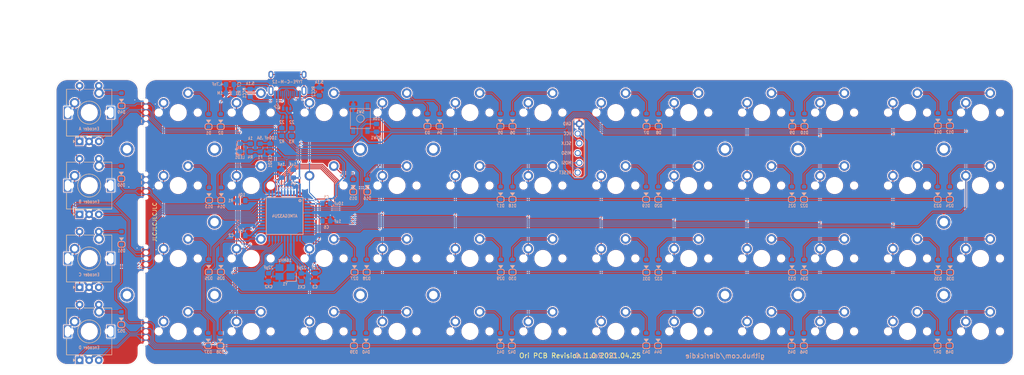
<source format=kicad_pcb>
(kicad_pcb (version 20171130) (host pcbnew "(5.1.4-0)")
  (layers (0 F.Cu signal) (31 B.Cu signal) (34 B.Paste user) (35 F.Paste user) (36 B.SilkS user) (37 F.SilkS user) (38 B.Mask user) (39 F.Mask user) (44 Edge.Cuts user))
  (net 0 "")
  (net 1 "Net-(D1-Pad2)")
  (net 2 "Net-(D2-Pad2)")
  (net 3 "Net-(D3-Pad2)")
  (net 4 "Net-(D4-Pad2)")
  (net 5 "Net-(D5-Pad2)")
  (net 6 "Net-(D6-Pad2)")
  (net 7 "Net-(D7-Pad2)")
  (net 8 "Net-(D8-Pad2)")
  (net 9 "Net-(D9-Pad2)")
  (net 10 "Net-(D10-Pad2)")
  (net 11 "Net-(D11-Pad2)")
  (net 12 "Net-(D12-Pad2)")
  (net 13 "Net-(D13-Pad2)")
  (net 14 "Net-(D14-Pad2)")
  (net 15 "Net-(D15-Pad2)")
  (net 16 "Net-(D16-Pad2)")
  (net 17 "Net-(D17-Pad2)")
  (net 18 "Net-(D18-Pad2)")
  (net 19 "Net-(D19-Pad2)")
  (net 20 "Net-(D20-Pad2)")
  (net 21 "Net-(D21-Pad2)")
  (net 22 "Net-(D22-Pad2)")
  (net 23 "Net-(D23-Pad2)")
  (net 24 "Net-(D24-Pad2)")
  (net 25 "Net-(D25-Pad2)")
  (net 26 "Net-(D26-Pad2)")
  (net 27 "Net-(D27-Pad2)")
  (net 28 "Net-(D28-Pad2)")
  (net 29 "Net-(D29-Pad2)")
  (net 30 "Net-(D30-Pad2)")
  (net 31 "Net-(D31-Pad2)")
  (net 32 "Net-(D32-Pad2)")
  (net 33 "Net-(D33-Pad2)")
  (net 34 "Net-(D34-Pad2)")
  (net 35 "Net-(D35-Pad2)")
  (net 36 "Net-(D36-Pad2)")
  (net 37 "Net-(D37-Pad2)")
  (net 38 "Net-(D38-Pad2)")
  (net 39 "Net-(D39-Pad2)")
  (net 40 "Net-(D40-Pad2)")
  (net 41 "Net-(D41-Pad2)")
  (net 42 "Net-(D42-Pad2)")
  (net 43 "Net-(D43-Pad2)")
  (net 44 "Net-(D44-Pad2)")
  (net 45 "Net-(D45-Pad2)")
  (net 46 "Net-(D46-Pad2)")
  (net 47 "Net-(D47-Pad2)")
  (net 48 "Net-(D48-Pad2)")
  (net 49 VCC)
  (net 50 "Net-(C6-Pad1)")
  (net 51 XTAL1)
  (net 52 XTAL2)
  (net 53 row0)
  (net 54 row1)
  (net 55 row2)
  (net 56 row3)
  (net 57 D-)
  (net 58 D+)
  (net 59 col0)
  (net 60 col1)
  (net 61 col2)
  (net 62 col3)
  (net 63 col4)
  (net 64 col5)
  (net 65 col6)
  (net 66 col7)
  (net 67 col8)
  (net 68 col9)
  (net 69 col10)
  (net 70 col11)
  (net 71 "Net-(R1-Pad2)")
  (net 72 VBUS)
  (net 73 "Net-(J1-PadB5)")
  (net 74 "Net-(J1-PadA5)")
  (net 75 ISP_Reset)
  (net 76 "Net-(D52-Pad2)")
  (net 77 col12)
  (net 78 GND)
  (net 79 "Net-(LED1-Pad2)")
  (net 80 "Net-(C7-Pad1)")
  (net 81 "Net-(R2-Pad2)")
  (net 82 "Net-(R3-Pad2)")
  (net 83 DBUS-)
  (net 84 DBUS+)
  (net 85 enc0a)
  (net 86 enc0b)
  (net 87 enc1a)
  (net 88 enc1b)
  (net 89 enc3b)
  (net 90 enc2a)
  (net 91 enc2b)
  (net 92 enc3a)
  (net 93 "Net-(D49-Pad2)")
  (net 94 "Net-(D50-Pad2)")
  (net 95 "Net-(D51-Pad2)")
  (net 96 "Net-(J1-PadA8)")
  (net 97 "Net-(J1-PadB8)")
  (net 98 "Net-(U1-Pad42)")
  (module Keeb_footprints:MX100 (layer F.Cu) (at 125.045399 53.187302 180)
    (fp_text reference K3)
    (fp_text value KEYSW)
    (pad 1 thru_hole circle (at 3.7846 2.5527 90) (size 2.54 2.54) (drill 1.525) (layers *.Cu *.Mask) (net 62 col3))
    (pad 2 thru_hole circle (at -2.5654 5.0927 180) (size 2.54 2.54) (drill 1.525) (layers *.Cu *.Mask) (net 3 "Net-(D3-Pad2)"))
    (pad "" np_thru_hole circle (at -5.1054 0.0127 180) (size 1.7018 1.7018) (drill 1.7018) (layers *.Cu *.Mask))
    (pad "" np_thru_hole circle (at 5.0546 0.0127 180) (size 1.7018 1.7018) (drill 1.7018) (layers *.Cu *.Mask))
    (pad "" np_thru_hole circle (at -0.0254 0.0127 180) (size 3.9878 3.9878) (drill 3.9878) (layers *.Cu *.Mask))
  )
  (module Keeb_footprints:MX100 (layer F.Cu) (at 63.865088 110.187012 180)
    (fp_text reference K52)
    (fp_text value KEYSW)
    (pad 1 thru_hole circle (at 3.7846 2.5527 90) (size 2.54 2.54) (drill 1.525) (layers *.Cu *.Mask) (net 77 col12))
    (pad 2 thru_hole circle (at -2.5654 5.0927 180) (size 2.54 2.54) (drill 1.525) (layers *.Cu *.Mask) (net 76 "Net-(D52-Pad2)"))
    (pad "" np_thru_hole circle (at -5.1054 0.0127 180) (size 1.7018 1.7018) (drill 1.7018) (layers *.Cu *.Mask))
    (pad "" np_thru_hole circle (at 5.0546 0.0127 180) (size 1.7018 1.7018) (drill 1.7018) (layers *.Cu *.Mask))
    (pad "" np_thru_hole circle (at -0.0254 0.0127 180) (size 3.9878 3.9878) (drill 3.9878) (layers *.Cu *.Mask))
  )
  (module Keeb_footprints:MouseBite_IPC7351 (layer F.Cu) (at 78.66 72.2 90)
    (fp_text reference H22)
    (fp_text value MountingHole)
    (pad "" np_thru_hole circle (at -3.048 0 90) (size 0.8 0.8) (drill 0.8) (layers *.Cu *.Mask))
    (pad "" np_thru_hole circle (at -1.524 0 90) (size 0.8 0.8) (drill 0.8) (layers *.Cu *.Mask))
    (pad "" np_thru_hole circle (at 3.048 0 90) (size 0.8 0.8) (drill 0.8) (layers *.Cu *.Mask))
    (pad "" np_thru_hole circle (at 1.524 0 90) (size 0.8 0.8) (drill 0.8) (layers *.Cu *.Mask))
    (pad "" np_thru_hole circle (at 0 0 90) (size 0.8 0.8) (drill 0.8) (layers *.Cu *.Mask))
  )
  (module Keeb_footprints:MouseBite_IPC7351 (layer F.Cu) (at 78.66 91.2 90)
    (fp_text reference H21)
    (fp_text value MountingHole)
    (pad "" np_thru_hole circle (at -3.048 0 90) (size 0.8 0.8) (drill 0.8) (layers *.Cu *.Mask))
    (pad "" np_thru_hole circle (at -1.524 0 90) (size 0.8 0.8) (drill 0.8) (layers *.Cu *.Mask))
    (pad "" np_thru_hole circle (at 3.048 0 90) (size 0.8 0.8) (drill 0.8) (layers *.Cu *.Mask))
    (pad "" np_thru_hole circle (at 1.524 0 90) (size 0.8 0.8) (drill 0.8) (layers *.Cu *.Mask))
    (pad "" np_thru_hole circle (at 0 0 90) (size 0.8 0.8) (drill 0.8) (layers *.Cu *.Mask))
  )
  (module Keebio-Parts:RotaryEncoder_EC11 (layer F.Cu) (at 63.865088 91.187062 90)
    (fp_text reference SW9)
    (fp_text value Rotary_Encoder_Switch)
    (pad A thru_hole rect (at -7.5 -2.5 90) (size 2 2) (drill 1) (layers *.Cu *.Mask) (net 90 enc2a))
    (pad C thru_hole circle (at -7.5 0 90) (size 2 2) (drill 1) (layers *.Cu *.Mask) (net 78 GND))
    (pad B thru_hole circle (at -7.5 2.5 90) (size 2 2) (drill 1) (layers *.Cu *.Mask) (net 91 enc2b))
    (pad MP thru_hole rect (at 0 -5.6 90) (size 3.2 2) (drill oval 2.8 1.5) (layers *.Cu *.Mask))
    (pad MP thru_hole rect (at 0 5.6 90) (size 3.2 2) (drill oval 2.8 1.5) (layers *.Cu *.Mask))
    (pad S2 thru_hole circle (at 7 -2.5 90) (size 2 2) (drill 1) (layers *.Cu *.Mask) (net 77 col12))
    (pad S1 thru_hole circle (at 7 2.5 90) (size 2 2) (drill 1) (layers *.Cu *.Mask) (net 95 "Net-(D51-Pad2)"))
  )
  (module Keeb_footprints:MX100 (layer F.Cu) (at 63.865088 72.187112 180)
    (fp_text reference K50)
    (fp_text value KEYSW)
    (pad 1 thru_hole circle (at 3.7846 2.5527 90) (size 2.54 2.54) (drill 1.525) (layers *.Cu *.Mask) (net 77 col12))
    (pad 2 thru_hole circle (at -2.5654 5.0927 180) (size 2.54 2.54) (drill 1.525) (layers *.Cu *.Mask) (net 94 "Net-(D50-Pad2)"))
    (pad "" np_thru_hole circle (at -5.1054 0.0127 180) (size 1.7018 1.7018) (drill 1.7018) (layers *.Cu *.Mask))
    (pad "" np_thru_hole circle (at 5.0546 0.0127 180) (size 1.7018 1.7018) (drill 1.7018) (layers *.Cu *.Mask))
    (pad "" np_thru_hole circle (at -0.0254 0.0127 180) (size 3.9878 3.9878) (drill 3.9878) (layers *.Cu *.Mask))
  )
  (module Keeb_footprints:D_SOD-123_modified (layer B.Cu) (at 98.187999 93.049377 90)
    (fp_text reference D26 (at -3.302 0 180) (layer B.SilkS) (effects (font (size 0.8 0.7)) (justify mirror)))
    (fp_text value D)
    (pad 2 smd roundrect (at 1.65 0 90) (size 1 1.2) (layers B.Cu B.Paste B.Mask) (net 26 "Net-(D26-Pad2)"))
    (pad 1 smd roundrect (at -1.65 0 90) (size 1 1.2) (layers B.Cu B.Paste B.Mask) (net 55 row2))
  )
  (module LED_SMD:LED_0805_2012Metric_Pad1.15x1.40mm_HandSolder (layer B.Cu) (at 103.2 62.25 90)
    (fp_text reference LED1 (at -2.55 -0.1 180) (layer B.SilkS) (effects (font (size 0.8 0.7)) (justify mirror)))
    (fp_text value LED)
    (pad 2 smd roundrect (at 1.025 0 90) (size 1.15 1.4) (layers B.Cu B.Paste B.Mask) (roundrect_rratio 0.217391) (net 79 "Net-(LED1-Pad2)"))
    (pad 1 smd roundrect (at -1.025 0 90) (size 1.15 1.4) (layers B.Cu B.Paste B.Mask) (roundrect_rratio 0.217391) (net 78 GND))
  )
  (module Capacitor_SMD:C_0805_2012Metric_Pad1.15x1.40mm_HandSolder (layer B.Cu) (at 125.65 76.8)
    (fp_text reference C5 (at 0 -1.6) (layer B.SilkS) (effects (font (size 0.8 0.7)) (justify mirror)))
    (fp_text value 10uF)
    (fp_text user %V (at 3.2 0.05) (layer B.SilkS) (effects (font (size 0.8 0.7)) (justify mirror)))
    (pad 2 smd roundrect (at 1.025 0) (size 1.15 1.4) (layers B.Cu B.Paste B.Mask) (roundrect_rratio 0.217391) (net 78 GND))
    (pad 1 smd roundrect (at -1.025 0) (size 1.15 1.4) (layers B.Cu B.Paste B.Mask) (roundrect_rratio 0.217391) (net 49 VCC))
  )
  (module Capacitor_SMD:C_0805_2012Metric_Pad1.15x1.40mm_HandSolder (layer B.Cu) (at 103.525 85.2 180)
    (fp_text reference C2 (at 2.675 0) (layer B.SilkS) (effects (font (size 0.8 0.7)) (justify mirror)))
    (fp_text value .1uF)
    (fp_text user %V (at 0.025 1.5 180) (layer B.SilkS) (effects (font (size 0.8 0.7)) (justify mirror)))
    (pad 2 smd roundrect (at 1.025 0 180) (size 1.15 1.4) (layers B.Cu B.Paste B.Mask) (roundrect_rratio 0.217391) (net 78 GND))
    (pad 1 smd roundrect (at -1.025 0 180) (size 1.15 1.4) (layers B.Cu B.Paste B.Mask) (roundrect_rratio 0.217391) (net 49 VCC))
  )
  (module Keeb_footprints:D_SOD-123_modified (layer B.Cu) (at 247.031999 55.094377 90)
    (fp_text reference D9 (at -3.302 0 180) (layer B.SilkS) (effects (font (size 0.8 0.7)) (justify mirror)))
    (fp_text value D)
    (pad 2 smd roundrect (at 1.65 0 90) (size 1 1.2) (layers B.Cu B.Paste B.Mask) (net 9 "Net-(D9-Pad2)"))
    (pad 1 smd roundrect (at -1.65 0 90) (size 1 1.2) (layers B.Cu B.Paste B.Mask) (net 53 row0))
  )
  (module Keebio-Parts:RotaryEncoder_EC11 (layer F.Cu) (at 63.865088 72.187112 90)
    (fp_text reference SW8)
    (fp_text value Rotary_Encoder_Switch)
    (pad A thru_hole rect (at -7.5 -2.5 90) (size 2 2) (drill 1) (layers *.Cu *.Mask) (net 87 enc1a))
    (pad C thru_hole circle (at -7.5 0 90) (size 2 2) (drill 1) (layers *.Cu *.Mask) (net 78 GND))
    (pad B thru_hole circle (at -7.5 2.5 90) (size 2 2) (drill 1) (layers *.Cu *.Mask) (net 88 enc1b))
    (pad MP thru_hole rect (at 0 -5.6 90) (size 3.2 2) (drill oval 2.8 1.5) (layers *.Cu *.Mask))
    (pad MP thru_hole rect (at 0 5.6 90) (size 3.2 2) (drill oval 2.8 1.5) (layers *.Cu *.Mask))
    (pad S2 thru_hole circle (at 7 -2.5 90) (size 2 2) (drill 1) (layers *.Cu *.Mask) (net 77 col12))
    (pad S1 thru_hole circle (at 7 2.5 90) (size 2 2) (drill 1) (layers *.Cu *.Mask) (net 94 "Net-(D50-Pad2)"))
  )
  (module Keebio-Parts:RotaryEncoder_EC11 (layer F.Cu) (at 63.865088 110.187012 90)
    (fp_text reference SW4)
    (fp_text value Rotary_Encoder_Switch)
    (pad A thru_hole rect (at -7.5 -2.5 90) (size 2 2) (drill 1) (layers *.Cu *.Mask) (net 92 enc3a))
    (pad C thru_hole circle (at -7.5 0 90) (size 2 2) (drill 1) (layers *.Cu *.Mask) (net 78 GND))
    (pad B thru_hole circle (at -7.5 2.5 90) (size 2 2) (drill 1) (layers *.Cu *.Mask) (net 89 enc3b))
    (pad MP thru_hole rect (at 0 -5.6 90) (size 3.2 2) (drill oval 2.8 1.5) (layers *.Cu *.Mask))
    (pad MP thru_hole rect (at 0 5.6 90) (size 3.2 2) (drill oval 2.8 1.5) (layers *.Cu *.Mask))
    (pad S2 thru_hole circle (at 7 -2.5 90) (size 2 2) (drill 1) (layers *.Cu *.Mask) (net 77 col12))
    (pad S1 thru_hole circle (at 7 2.5 90) (size 2 2) (drill 1) (layers *.Cu *.Mask) (net 76 "Net-(D52-Pad2)"))
  )
  (module Keebio-Parts:RotaryEncoder_EC11 (layer F.Cu) (at 63.865088 53.187162 90)
    (fp_text reference SW2)
    (fp_text value Rotary_Encoder_Switch)
    (pad A thru_hole rect (at -7.5 -2.5 90) (size 2 2) (drill 1) (layers *.Cu *.Mask) (net 85 enc0a))
    (pad C thru_hole circle (at -7.5 0 90) (size 2 2) (drill 1) (layers *.Cu *.Mask) (net 78 GND))
    (pad B thru_hole circle (at -7.5 2.5 90) (size 2 2) (drill 1) (layers *.Cu *.Mask) (net 86 enc0b))
    (pad MP thru_hole rect (at 0 -5.6 90) (size 3.2 2) (drill oval 2.8 1.5) (layers *.Cu *.Mask))
    (pad MP thru_hole rect (at 0 5.6 90) (size 3.2 2) (drill oval 2.8 1.5) (layers *.Cu *.Mask))
    (pad S2 thru_hole circle (at 7 -2.5 90) (size 2 2) (drill 1) (layers *.Cu *.Mask) (net 77 col12))
    (pad S1 thru_hole circle (at 7 2.5 90) (size 2 2) (drill 1) (layers *.Cu *.Mask) (net 93 "Net-(D49-Pad2)"))
  )
  (module Resistor_SMD:R_0805_2012Metric_Pad1.15x1.40mm_HandSolder (layer B.Cu) (at 105.847 62.288 270)
    (fp_text reference R4 (at 2.512 0.003 180) (layer B.SilkS) (effects (font (size 0.8 0.7)) (justify mirror)))
    (fp_text value 1k)
    (fp_text user %V (at -2.438 0 180) (layer B.SilkS) (effects (font (size 0.8 0.7)) (justify mirror)))
    (pad 2 smd roundrect (at 1.025 0 270) (size 1.15 1.4) (layers B.Cu B.Paste B.Mask) (roundrect_rratio 0.217391) (net 49 VCC))
    (pad 1 smd roundrect (at -1.025 0 270) (size 1.15 1.4) (layers B.Cu B.Paste B.Mask) (roundrect_rratio 0.217391) (net 79 "Net-(LED1-Pad2)"))
  )
  (module Capacitor_SMD:C_0805_2012Metric_Pad1.15x1.40mm_HandSolder (layer B.Cu) (at 111 62.3 270)
    (fp_text reference CESD1 (at 3.556 -0.0254 90) (layer B.SilkS) (effects (font (size 0.8 0.7)) (justify mirror)))
    (fp_text value 100nF)
    (fp_text user %V (at -2.54 -0.127 180) (layer B.SilkS) (effects (font (size 0.8 0.7)) (justify mirror)))
    (pad 2 smd roundrect (at 1.025 0 270) (size 1.15 1.4) (layers B.Cu B.Paste B.Mask) (roundrect_rratio 0.217391) (net 78 GND))
    (pad 1 smd roundrect (at -1.025 0 270) (size 1.15 1.4) (layers B.Cu B.Paste B.Mask) (roundrect_rratio 0.217391) (net 72 VBUS))
  )
  (module Resistor_SMD:R_0805_2012Metric_Pad1.15x1.40mm_HandSolder (layer B.Cu) (at 100.55 48.1 180)
    (fp_text reference R5 (at -2.45 0 90) (layer B.SilkS) (effects (font (size 0.8 0.7)) (justify mirror)))
    (fp_text value 1M)
    (fp_text user %V (at 2.6 0) (layer B.SilkS) (effects (font (size 0.8 0.7)) (justify mirror)))
    (pad 2 smd roundrect (at 1.025 0 180) (size 1.15 1.4) (layers B.Cu B.Paste B.Mask) (roundrect_rratio 0.217391) (net 78 GND))
    (pad 1 smd roundrect (at -1.025 0 180) (size 1.15 1.4) (layers B.Cu B.Paste B.Mask) (roundrect_rratio 0.217391) (net 80 "Net-(C7-Pad1)"))
  )
  (module Capacitor_SMD:C_0805_2012Metric_Pad1.15x1.40mm_HandSolder (layer B.Cu) (at 100.55 45.85 180)
    (fp_text reference C7 (at -2.45 0 270) (layer B.SilkS) (effects (font (size 0.8 0.7)) (justify mirror)))
    (fp_text value 4.7nF)
    (fp_text user %V (at 3.3 0.05) (layer B.SilkS) (effects (font (size 0.8 0.7)) (justify mirror)))
    (pad 2 smd roundrect (at 1.025 0 180) (size 1.15 1.4) (layers B.Cu B.Paste B.Mask) (roundrect_rratio 0.217391) (net 78 GND))
    (pad 1 smd roundrect (at -1.025 0 180) (size 1.15 1.4) (layers B.Cu B.Paste B.Mask) (roundrect_rratio 0.217391) (net 80 "Net-(C7-Pad1)"))
  )
  (module Resistor_SMD:R_0805_2012Metric_Pad1.15x1.40mm_HandSolder (layer B.Cu) (at 138.709 57.148 90)
    (fp_text reference RSW1 (at -2.552 -0.059 180) (layer B.SilkS) (effects (font (size 0.8 0.7)) (justify mirror)))
    (fp_text value 10k)
    (fp_text user %V (at 2.411 -0.025 180) (layer B.SilkS) (effects (font (size 0.8 0.7)) (justify mirror)))
    (pad 2 smd roundrect (at 1.025 0 90) (size 1.15 1.4) (layers B.Cu B.Paste B.Mask) (roundrect_rratio 0.217391) (net 49 VCC))
    (pad 1 smd roundrect (at -1.025 0 90) (size 1.15 1.4) (layers B.Cu B.Paste B.Mask) (roundrect_rratio 0.217391) (net 75 ISP_Reset))
  )
  (module Resistor_SMD:R_0805_2012Metric_Pad1.15x1.40mm_HandSolder (layer B.Cu) (at 123.8 47.7 270)
    (fp_text reference RCC2 (at 0 1.5 90) (layer B.SilkS) (effects (font (size 0.8 0.7)) (justify mirror)))
    (fp_text value 5.1k)
    (fp_text user %V (at -2.475002 0.028999 180) (layer B.SilkS) (effects (font (size 0.8 0.7)) (justify mirror)))
    (pad 2 smd roundrect (at 1.025 0 270) (size 1.15 1.4) (layers B.Cu B.Paste B.Mask) (roundrect_rratio 0.217391) (net 73 "Net-(J1-PadB5)"))
    (pad 1 smd roundrect (at -1.025 0 270) (size 1.15 1.4) (layers B.Cu B.Paste B.Mask) (roundrect_rratio 0.217391) (net 78 GND))
  )
  (module Resistor_SMD:R_0805_2012Metric_Pad1.15x1.40mm_HandSolder (layer B.Cu) (at 105.8 48.05 270)
    (fp_text reference RCC1 (at 0 1.45 90) (layer B.SilkS) (effects (font (size 0.8 0.7)) (justify mirror)))
    (fp_text value 5.1k)
    (fp_text user %V (at -2.475002 0 180) (layer B.SilkS) (effects (font (size 0.8 0.7)) (justify mirror)))
    (pad 1 smd roundrect (at -1.025 0 270) (size 1.15 1.4) (layers B.Cu B.Paste B.Mask) (roundrect_rratio 0.217391) (net 78 GND))
    (pad 2 smd roundrect (at 1.025 0 270) (size 1.15 1.4) (layers B.Cu B.Paste B.Mask) (roundrect_rratio 0.217391) (net 74 "Net-(J1-PadA5)"))
  )
  (module Resistor_SMD:R_0805_2012Metric_Pad1.15x1.40mm_HandSolder (layer B.Cu) (at 116.629999 58.233002 90)
    (fp_text reference R3 (at -2.491998 -0.004999) (layer B.SilkS) (effects (font (size 0.8 0.7)) (justify mirror)))
    (fp_text value 22)
    (fp_text user %V (at 2.549002 0 180) (layer B.SilkS) (effects (font (size 0.8 0.7)) (justify mirror)))
    (pad 2 smd roundrect (at 1.025 0 90) (size 1.15 1.4) (layers B.Cu B.Paste B.Mask) (roundrect_rratio 0.217391) (net 82 "Net-(R3-Pad2)"))
    (pad 1 smd roundrect (at -1.025 0 90) (size 1.15 1.4) (layers B.Cu B.Paste B.Mask) (roundrect_rratio 0.217391) (net 58 D+))
  )
  (module Resistor_SMD:R_0805_2012Metric_Pad1.15x1.40mm_HandSolder (layer B.Cu) (at 114.046 58.224 90)
    (fp_text reference R2 (at -2.476 0.004) (layer B.SilkS) (effects (font (size 0.8 0.7)) (justify mirror)))
    (fp_text value 22)
    (fp_text user %V (at 2.54 0 180) (layer B.SilkS) (effects (font (size 0.8 0.7)) (justify mirror)))
    (pad 2 smd roundrect (at 1.025 0 90) (size 1.15 1.4) (layers B.Cu B.Paste B.Mask) (roundrect_rratio 0.217391) (net 81 "Net-(R2-Pad2)"))
    (pad 1 smd roundrect (at -1.025 0 90) (size 1.15 1.4) (layers B.Cu B.Paste B.Mask) (roundrect_rratio 0.217391) (net 57 D-))
  )
  (module Resistor_SMD:R_0805_2012Metric_Pad1.15x1.40mm_HandSolder (layer B.Cu) (at 103.527499 76.1)
    (fp_text reference R1 (at -2.8 0) (layer B.SilkS) (effects (font (size 0.8 0.7)) (justify mirror)))
    (fp_text value 10k)
    (fp_text user %V (at 0.051501 -1.501002) (layer B.SilkS) (effects (font (size 0.8 0.7)) (justify mirror)))
    (pad 2 smd roundrect (at 1.025 0) (size 1.15 1.4) (layers B.Cu B.Paste B.Mask) (roundrect_rratio 0.217391) (net 71 "Net-(R1-Pad2)"))
    (pad 1 smd roundrect (at -1.025 0) (size 1.15 1.4) (layers B.Cu B.Paste B.Mask) (roundrect_rratio 0.217391) (net 78 GND))
  )
  (module Capacitor_SMD:C_0805_2012Metric_Pad1.15x1.40mm_HandSolder (layer B.Cu) (at 122.75 96.05 270)
    (fp_text reference C3 (at 2.5 0.05 180) (layer B.SilkS) (effects (font (size 0.8 0.7)) (justify mirror)))
    (fp_text value .1uF)
    (fp_text user %V (at -2.45 -0.05) (layer B.SilkS) (effects (font (size 0.8 0.7)) (justify mirror)))
    (pad 2 smd roundrect (at 1.025 0 270) (size 1.15 1.4) (layers B.Cu B.Paste B.Mask) (roundrect_rratio 0.217391) (net 78 GND))
    (pad 1 smd roundrect (at -1.025 0 270) (size 1.15 1.4) (layers B.Cu B.Paste B.Mask) (roundrect_rratio 0.217391) (net 49 VCC))
  )
  (module Capacitor_SMD:C_0805_2012Metric_Pad1.15x1.40mm_HandSolder (layer B.Cu) (at 117.05 69.1 90)
    (fp_text reference C4 (at -2.55 0 180) (layer B.SilkS) (effects (font (size 0.8 0.7)) (justify mirror)))
    (fp_text value .1uF)
    (fp_text user %V (at 2.5 0 180) (layer B.SilkS) (effects (font (size 0.8 0.7)) (justify mirror)))
    (pad 2 smd roundrect (at 1.025 0 90) (size 1.15 1.4) (layers B.Cu B.Paste B.Mask) (roundrect_rratio 0.217391) (net 78 GND))
    (pad 1 smd roundrect (at -1.025 0 90) (size 1.15 1.4) (layers B.Cu B.Paste B.Mask) (roundrect_rratio 0.217391) (net 49 VCC))
  )
  (module Capacitor_SMD:C_0805_2012Metric_Pad1.15x1.40mm_HandSolder (layer B.Cu) (at 114 69.1 90)
    (fp_text reference C1 (at -2.468 0.008) (layer B.SilkS) (effects (font (size 0.8 0.7)) (justify mirror)))
    (fp_text value .1uF)
    (fp_text user %V (at 2.432 0.008 180) (layer B.SilkS) (effects (font (size 0.8 0.7)) (justify mirror)))
    (pad 2 smd roundrect (at 1.025 0 90) (size 1.15 1.4) (layers B.Cu B.Paste B.Mask) (roundrect_rratio 0.217391) (net 78 GND))
    (pad 1 smd roundrect (at -1.025 0 90) (size 1.15 1.4) (layers B.Cu B.Paste B.Mask) (roundrect_rratio 0.217391) (net 49 VCC))
  )
  (module Capacitor_SMD:C_0805_2012Metric_Pad1.15x1.40mm_HandSolder (layer B.Cu) (at 119.15 96.1 90)
    (fp_text reference CX1 (at -2.5 0 180) (layer B.SilkS) (effects (font (size 0.8 0.7)) (justify mirror)))
    (fp_text value 22pF)
    (fp_text user %V (at 2.5 0 180) (layer B.SilkS) (effects (font (size 0.8 0.7)) (justify mirror)))
    (pad 2 smd roundrect (at 1.025 0 90) (size 1.15 1.4) (layers B.Cu B.Paste B.Mask) (roundrect_rratio 0.217391) (net 78 GND))
    (pad 1 smd roundrect (at -1.025 0 90) (size 1.15 1.4) (layers B.Cu B.Paste B.Mask) (roundrect_rratio 0.217391) (net 51 XTAL1))
  )
  (module Capacitor_SMD:C_0805_2012Metric_Pad1.15x1.40mm_HandSolder (layer B.Cu) (at 110.6 96.05 270)
    (fp_text reference CX2 (at 2.484998 -0.014001 180) (layer B.SilkS) (effects (font (size 0.8 0.7)) (justify mirror)))
    (fp_text value 22pF)
    (fp_text user %V (at -2.5 0.05) (layer B.SilkS) (effects (font (size 0.8 0.7)) (justify mirror)))
    (pad 2 smd roundrect (at 1.025 0 270) (size 1.15 1.4) (layers B.Cu B.Paste B.Mask) (roundrect_rratio 0.217391) (net 78 GND))
    (pad 1 smd roundrect (at -1.025 0 270) (size 1.15 1.4) (layers B.Cu B.Paste B.Mask) (roundrect_rratio 0.217391) (net 52 XTAL2))
  )
  (module Capacitor_SMD:C_0805_2012Metric_Pad1.15x1.40mm_HandSolder (layer B.Cu) (at 125.65 81.4)
    (fp_text reference C6 (at 0 1.6) (layer B.SilkS) (effects (font (size 0.8 0.7)) (justify mirror)))
    (fp_text value 1uF)
    (fp_text user %V (at 2.9 0.05) (layer B.SilkS) (effects (font (size 0.8 0.7)) (justify mirror)))
    (pad 2 smd roundrect (at 1.025 0) (size 1.15 1.4) (layers B.Cu B.Paste B.Mask) (roundrect_rratio 0.217391) (net 78 GND))
    (pad 1 smd roundrect (at -1.025 0) (size 1.15 1.4) (layers B.Cu B.Paste B.Mask) (roundrect_rratio 0.217391) (net 50 "Net-(C6-Pad1)"))
  )
  (module Fuse:Fuse_0805_2012Metric_Pad1.15x1.40mm_HandSolder (layer B.Cu) (at 108.4 62.3 90)
    (fp_text reference F1 (at -2.469 -0.012 180) (layer B.SilkS) (effects (font (size 0.8 0.7)) (justify mirror)))
    (fp_text value .5A)
    (fp_text user %V (at 2.54 0 180) (layer B.SilkS) (effects (font (size 0.8 0.7)) (justify mirror)))
    (pad 2 smd roundrect (at 1.025 0 90) (size 1.15 1.4) (layers B.Cu B.Paste B.Mask) (roundrect_rratio 0.217391) (net 72 VBUS))
    (pad 1 smd roundrect (at -1.025 0 90) (size 1.15 1.4) (layers B.Cu B.Paste B.Mask) (roundrect_rratio 0.217391) (net 49 VCC))
  )
  (module Keeb_footprints:MouseBite_IPC7351 (layer F.Cu) (at 78.66 110.2 90)
    (fp_text reference H20)
    (fp_text value MountingHole)
    (pad "" np_thru_hole circle (at -3.048 0 90) (size 0.8 0.8) (drill 0.8) (layers *.Cu *.Mask))
    (pad "" np_thru_hole circle (at -1.524 0 90) (size 0.8 0.8) (drill 0.8) (layers *.Cu *.Mask))
    (pad "" np_thru_hole circle (at 3.048 0 90) (size 0.8 0.8) (drill 0.8) (layers *.Cu *.Mask))
    (pad "" np_thru_hole circle (at 1.524 0 90) (size 0.8 0.8) (drill 0.8) (layers *.Cu *.Mask))
    (pad "" np_thru_hole circle (at 0 0 90) (size 0.8 0.8) (drill 0.8) (layers *.Cu *.Mask))
  )
  (module Keeb_footprints:MouseBite_IPC7351 (layer F.Cu) (at 78.66 53.2 90)
    (fp_text reference H19)
    (fp_text value MountingHole)
    (pad "" np_thru_hole circle (at 0 0 90) (size 0.8 0.8) (drill 0.8) (layers *.Cu *.Mask))
    (pad "" np_thru_hole circle (at 1.524 0 90) (size 0.8 0.8) (drill 0.8) (layers *.Cu *.Mask))
    (pad "" np_thru_hole circle (at 3.048 0 90) (size 0.8 0.8) (drill 0.8) (layers *.Cu *.Mask))
    (pad "" np_thru_hole circle (at -1.524 0 90) (size 0.8 0.8) (drill 0.8) (layers *.Cu *.Mask))
    (pad "" np_thru_hole circle (at -3.048 0 90) (size 0.8 0.8) (drill 0.8) (layers *.Cu *.Mask))
  )
  (module Crystal:Crystal_SMD_3225-4Pin_3.2x2.5mm_HandSoldering (layer B.Cu) (at 114.9 94.7 180)
    (fp_text reference Y1 (at 0 -3.1 180) (layer B.SilkS) (effects (font (size 0.8 0.7)) (justify mirror)))
    (fp_text value 16MHz)
    (pad 4 smd rect (at -1.45 1.15 180) (size 2.1 1.8) (layers B.Cu B.Paste B.Mask) (net 78 GND))
    (pad 3 smd rect (at 1.45 1.15 180) (size 2.1 1.8) (layers B.Cu B.Paste B.Mask) (net 52 XTAL2))
    (pad 2 smd rect (at 1.45 -1.15 180) (size 2.1 1.8) (layers B.Cu B.Paste B.Mask) (net 78 GND))
    (pad 1 smd rect (at -1.45 -1.15 180) (size 2.1 1.8) (layers B.Cu B.Paste B.Mask) (net 51 XTAL1))
  )
  (module Keeb_footprints:PIN_HEADER_1x6_OFFSET (layer B.Cu) (at 191.3432 62.45 180)
    (fp_text reference J2)
    (fp_text value AVR-ISP-6_mod hide)
    (fp_text user GND (at 1.7907 6.3627) (layer B.SilkS) (effects (font (size 0.8 0.7)) (justify left mirror)))
    (fp_text user VCC (at 1.7907 3.8227) (layer B.SilkS) (effects (font (size 0.8 0.7)) (justify left mirror)))
    (fp_text user RESET (at 1.778 -6.35) (layer B.SilkS) (effects (font (size 0.8 0.7)) (justify left mirror)))
    (fp_text user SCLK (at 1.778 1.27) (layer B.SilkS) (effects (font (size 0.8 0.7)) (justify left mirror)))
    (fp_text user MOSI (at 1.778 -3.81) (layer B.SilkS) (effects (font (size 0.8 0.7)) (justify left mirror)))
    (fp_text user MISO (at 1.778 -1.27) (layer B.SilkS) (effects (font (size 0.8 0.7)) (justify left mirror)))
    (pad 6 thru_hole roundrect (at -0.2032 6.35 180) (size 1.6002 1.6002) (drill 1.0668) (layers *.Cu *.Mask) (net 78 GND))
    (pad 2 thru_hole circle (at 0.2032 3.81 180) (size 1.6002 1.6002) (drill 1.0668) (layers *.Cu *.Mask) (net 49 VCC))
    (pad 5 thru_hole circle (at -0.2032 1.27 180) (size 1.6002 1.6002) (drill 1.0668) (layers *.Cu *.Mask) (net 69 col10))
    (pad 3 thru_hole circle (at 0.2032 -1.27 180) (size 1.6002 1.6002) (drill 1.0668) (layers *.Cu *.Mask) (net 59 col0))
    (pad 4 thru_hole circle (at -0.2032 -3.81 180) (size 1.6002 1.6002) (drill 1.0668) (layers *.Cu *.Mask) (net 70 col11))
    (pad 1 thru_hole circle (at 0.2032 -6.35 180) (size 1.6002 1.6002) (drill 1.0668) (layers *.Cu *.Mask) (net 75 ISP_Reset))
  )
  (module Keeb_footprints:D_SOD-123_modified (layer B.Cu) (at 72.280002 49.75 90)
    (fp_text reference D49 (at -3.302 0 180) (layer B.SilkS) (effects (font (size 0.8 0.7)) (justify mirror)))
    (fp_text value D)
    (pad 2 smd roundrect (at 1.65 0 90) (size 1 1.2) (layers B.Cu B.Paste B.Mask) (net 93 "Net-(D49-Pad2)"))
    (pad 1 smd roundrect (at -1.65 0 90) (size 1 1.2) (layers B.Cu B.Paste B.Mask) (net 53 row0))
  )
  (module Keebio-Parts:ATMEGA32U4-AU (layer B.Cu) (at 114.8 80.1 180)
    (fp_text reference U1)
    (fp_text value ATMEGA32U4 (at 0 -0.0205) (layer B.SilkS) (effects (font (size 0.8 0.7)) (justify mirror)))
    (pad 44 smd rect (at -4 5.9 180) (size 0.5 1.5) (layers B.Cu B.Paste B.Mask) (net 49 VCC))
    (pad 43 smd rect (at -3.2 5.9 180) (size 0.5 1.5) (layers B.Cu B.Paste B.Mask) (net 78 GND))
    (pad 42 smd rect (at -2.4 5.9 180) (size 0.5 1.5) (layers B.Cu B.Paste B.Mask) (net 98 "Net-(U1-Pad42)"))
    (pad 41 smd rect (at -1.6 5.9 180) (size 0.5 1.5) (layers B.Cu B.Paste B.Mask) (net 66 col7))
    (pad 40 smd rect (at -0.8 5.9 180) (size 0.5 1.5) (layers B.Cu B.Paste B.Mask) (net 65 col6))
    (pad 39 smd rect (at 0 5.9 180) (size 0.5 1.5) (layers B.Cu B.Paste B.Mask) (net 64 col5))
    (pad 38 smd rect (at 0.8 5.9 180) (size 0.5 1.5) (layers B.Cu B.Paste B.Mask) (net 63 col4))
    (pad 37 smd rect (at 1.6 5.9 180) (size 0.5 1.5) (layers B.Cu B.Paste B.Mask) (net 54 row1))
    (pad 36 smd rect (at 2.4 5.9 180) (size 0.5 1.5) (layers B.Cu B.Paste B.Mask) (net 53 row0))
    (pad 35 smd rect (at 3.2 5.9 180) (size 0.5 1.5) (layers B.Cu B.Paste B.Mask) (net 78 GND))
    (pad 34 smd rect (at 4 5.9 180) (size 0.5 1.5) (layers B.Cu B.Paste B.Mask) (net 49 VCC))
    (pad 33 smd rect (at 5.9 4 180) (size 1.5 0.5) (layers B.Cu B.Paste B.Mask) (net 71 "Net-(R1-Pad2)"))
    (pad 32 smd rect (at 5.9 3.2 180) (size 1.5 0.5) (layers B.Cu B.Paste B.Mask) (net 87 enc1a))
    (pad 31 smd rect (at 5.9 2.4 180) (size 1.5 0.5) (layers B.Cu B.Paste B.Mask) (net 77 col12))
    (pad 30 smd rect (at 5.9 1.6 180) (size 1.5 0.5) (layers B.Cu B.Paste B.Mask) (net 88 enc1b))
    (pad 29 smd rect (at 5.9 0.8 180) (size 1.5 0.5) (layers B.Cu B.Paste B.Mask) (net 90 enc2a))
    (pad 28 smd rect (at 5.9 0 180) (size 1.5 0.5) (layers B.Cu B.Paste B.Mask) (net 91 enc2b))
    (pad 27 smd rect (at 5.9 -0.8 180) (size 1.5 0.5) (layers B.Cu B.Paste B.Mask) (net 60 col1))
    (pad 26 smd rect (at 5.9 -1.6 180) (size 1.5 0.5) (layers B.Cu B.Paste B.Mask) (net 56 row3))
    (pad 25 smd rect (at 5.9 -2.4 180) (size 1.5 0.5) (layers B.Cu B.Paste B.Mask) (net 55 row2))
    (pad 24 smd rect (at 5.9 -3.2 180) (size 1.5 0.5) (layers B.Cu B.Paste B.Mask) (net 49 VCC))
    (pad 23 smd rect (at 5.9 -4 180) (size 1.5 0.5) (layers B.Cu B.Paste B.Mask) (net 78 GND))
    (pad 22 smd rect (at 4 -5.9 180) (size 0.5 1.5) (layers B.Cu B.Paste B.Mask) (net 61 col2))
    (pad 21 smd rect (at 3.2 -5.9 180) (size 0.5 1.5) (layers B.Cu B.Paste B.Mask) (net 85 enc0a))
    (pad 20 smd rect (at 2.4 -5.9 180) (size 0.5 1.5) (layers B.Cu B.Paste B.Mask) (net 86 enc0b))
    (pad 19 smd rect (at 1.6 -5.9 180) (size 0.5 1.5) (layers B.Cu B.Paste B.Mask) (net 89 enc3b))
    (pad 18 smd rect (at 0.8 -5.9 180) (size 0.5 1.5) (layers B.Cu B.Paste B.Mask) (net 92 enc3a))
    (pad 17 smd rect (at 0 -5.9 180) (size 0.5 1.5) (layers B.Cu B.Paste B.Mask) (net 52 XTAL2))
    (pad 16 smd rect (at -0.8 -5.9 180) (size 0.5 1.5) (layers B.Cu B.Paste B.Mask) (net 51 XTAL1))
    (pad 15 smd rect (at -1.6 -5.9 180) (size 0.5 1.5) (layers B.Cu B.Paste B.Mask) (net 78 GND))
    (pad 14 smd rect (at -2.4 -5.9 180) (size 0.5 1.5) (layers B.Cu B.Paste B.Mask) (net 49 VCC))
    (pad 13 smd rect (at -3.2 -5.9 180) (size 0.5 1.5) (layers B.Cu B.Paste B.Mask) (net 75 ISP_Reset))
    (pad 12 smd rect (at -4 -5.9 180) (size 0.5 1.5) (layers B.Cu B.Paste B.Mask) (net 62 col3))
    (pad 11 smd rect (at -5.9 -4 180) (size 1.5 0.5) (layers B.Cu B.Paste B.Mask) (net 59 col0))
    (pad 10 smd rect (at -5.9 -3.2 180) (size 1.5 0.5) (layers B.Cu B.Paste B.Mask) (net 70 col11))
    (pad 9 smd rect (at -5.9 -2.4 180) (size 1.5 0.5) (layers B.Cu B.Paste B.Mask) (net 69 col10))
    (pad 8 smd rect (at -5.9 -1.6 180) (size 1.5 0.5) (layers B.Cu B.Paste B.Mask) (net 68 col9))
    (pad 7 smd rect (at -5.9 -0.8 180) (size 1.5 0.5) (layers B.Cu B.Paste B.Mask) (net 49 VCC))
    (pad 6 smd rect (at -5.9 0 180) (size 1.5 0.5) (layers B.Cu B.Paste B.Mask) (net 50 "Net-(C6-Pad1)"))
    (pad 5 smd rect (at -5.9 0.8 180) (size 1.5 0.5) (layers B.Cu B.Paste B.Mask) (net 78 GND))
    (pad 4 smd rect (at -5.9 1.6 180) (size 1.5 0.5) (layers B.Cu B.Paste B.Mask) (net 58 D+))
    (pad 3 smd rect (at -5.9 2.4 180) (size 1.5 0.5) (layers B.Cu B.Paste B.Mask) (net 57 D-))
    (pad 2 smd rect (at -5.9 3.2 180) (size 1.5 0.5) (layers B.Cu B.Paste B.Mask) (net 49 VCC))
    (pad 1 smd rect (at -5.9 4 180) (size 1.5 0.5) (layers B.Cu B.Paste B.Mask) (net 67 col8))
  )
  (module Keeb_footprints:D_SOD-123_modified (layer B.Cu) (at 94.962999 55.191377 90)
    (fp_text reference D1 (at -3.302 0 180) (layer B.SilkS) (effects (font (size 0.8 0.7)) (justify mirror)))
    (fp_text value D)
    (pad 2 smd roundrect (at 1.65 0 90) (size 1 1.2) (layers B.Cu B.Paste B.Mask) (net 1 "Net-(D1-Pad2)"))
    (pad 1 smd roundrect (at -1.65 0 90) (size 1 1.2) (layers B.Cu B.Paste B.Mask) (net 53 row0))
  )
  (module Keeb_footprints:D_SOD-123_modified (layer B.Cu) (at 98.137999 55.191377 90)
    (fp_text reference D2 (at -3.302 0 180) (layer B.SilkS) (effects (font (size 0.8 0.7)) (justify mirror)))
    (fp_text value D)
    (pad 2 smd roundrect (at 1.65 0 90) (size 1 1.2) (layers B.Cu B.Paste B.Mask) (net 2 "Net-(D2-Pad2)"))
    (pad 1 smd roundrect (at -1.65 0 90) (size 1 1.2) (layers B.Cu B.Paste B.Mask) (net 53 row0))
  )
  (module Keeb_footprints:D_SOD-123_modified (layer B.Cu) (at 151.985999 55.081002 90)
    (fp_text reference D3 (at -3.302 0 180) (layer B.SilkS) (effects (font (size 0.8 0.7)) (justify mirror)))
    (fp_text value D)
    (pad 2 smd roundrect (at 1.65 0 90) (size 1 1.2) (layers B.Cu B.Paste B.Mask) (net 3 "Net-(D3-Pad2)"))
    (pad 1 smd roundrect (at -1.65 0 90) (size 1 1.2) (layers B.Cu B.Paste B.Mask) (net 53 row0))
  )
  (module Keeb_footprints:D_SOD-123_modified (layer B.Cu) (at 155.160999 55.081002 90)
    (fp_text reference D4 (at -3.302 0 180) (layer B.SilkS) (effects (font (size 0.8 0.7)) (justify mirror)))
    (fp_text value D)
    (pad 2 smd roundrect (at 1.65 0 90) (size 1 1.2) (layers B.Cu B.Paste B.Mask) (net 4 "Net-(D4-Pad2)"))
    (pad 1 smd roundrect (at -1.65 0 90) (size 1 1.2) (layers B.Cu B.Paste B.Mask) (net 53 row0))
  )
  (module Keeb_footprints:D_SOD-123_modified (layer B.Cu) (at 170.985999 55.083377 90)
    (fp_text reference D5 (at -3.302 0 180) (layer B.SilkS) (effects (font (size 0.8 0.7)) (justify mirror)))
    (fp_text value D)
    (pad 2 smd roundrect (at 1.65 0 90) (size 1 1.2) (layers B.Cu B.Paste B.Mask) (net 5 "Net-(D5-Pad2)"))
    (pad 1 smd roundrect (at -1.65 0 90) (size 1 1.2) (layers B.Cu B.Paste B.Mask) (net 53 row0))
  )
  (module Keeb_footprints:D_SOD-123_modified (layer B.Cu) (at 174.160999 55.083377 90)
    (fp_text reference D6 (at -3.302 0 180) (layer B.SilkS) (effects (font (size 0.8 0.7)) (justify mirror)))
    (fp_text value D)
    (pad 2 smd roundrect (at 1.65 0 90) (size 1 1.2) (layers B.Cu B.Paste B.Mask) (net 6 "Net-(D6-Pad2)"))
    (pad 1 smd roundrect (at -1.65 0 90) (size 1 1.2) (layers B.Cu B.Paste B.Mask) (net 53 row0))
  )
  (module Keeb_footprints:D_SOD-123_modified (layer B.Cu) (at 209.058999 55.094377 90)
    (fp_text reference D7 (at -3.302 0 180) (layer B.SilkS) (effects (font (size 0.8 0.7)) (justify mirror)))
    (fp_text value D)
    (pad 2 smd roundrect (at 1.65 0 90) (size 1 1.2) (layers B.Cu B.Paste B.Mask) (net 7 "Net-(D7-Pad2)"))
    (pad 1 smd roundrect (at -1.65 0 90) (size 1 1.2) (layers B.Cu B.Paste B.Mask) (net 53 row0))
  )
  (module Keeb_footprints:D_SOD-123_modified (layer B.Cu) (at 212.233999 55.094377 90)
    (fp_text reference D8 (at -3.302 0 180) (layer B.SilkS) (effects (font (size 0.8 0.7)) (justify mirror)))
    (fp_text value D)
    (pad 2 smd roundrect (at 1.65 0 90) (size 1 1.2) (layers B.Cu B.Paste B.Mask) (net 8 "Net-(D8-Pad2)"))
    (pad 1 smd roundrect (at -1.65 0 90) (size 1 1.2) (layers B.Cu B.Paste B.Mask) (net 53 row0))
  )
  (module Keeb_footprints:D_SOD-123_modified (layer B.Cu) (at 250.206999 55.094377 90)
    (fp_text reference D10 (at -3.302 0 180) (layer B.SilkS) (effects (font (size 0.8 0.7)) (justify mirror)))
    (fp_text value D)
    (pad 2 smd roundrect (at 1.65 0 90) (size 1 1.2) (layers B.Cu B.Paste B.Mask) (net 10 "Net-(D10-Pad2)"))
    (pad 1 smd roundrect (at -1.65 0 90) (size 1 1.2) (layers B.Cu B.Paste B.Mask) (net 53 row0))
  )
  (module Keeb_footprints:D_SOD-123_modified (layer B.Cu) (at 284.95 54.95 90)
    (fp_text reference D11 (at -3.302 0 180) (layer B.SilkS) (effects (font (size 0.8 0.7)) (justify mirror)))
    (fp_text value D)
    (pad 2 smd roundrect (at 1.65 0 90) (size 1 1.2) (layers B.Cu B.Paste B.Mask) (net 11 "Net-(D11-Pad2)"))
    (pad 1 smd roundrect (at -1.65 0 90) (size 1 1.2) (layers B.Cu B.Paste B.Mask) (net 53 row0))
  )
  (module Keeb_footprints:D_SOD-123_modified (layer B.Cu) (at 95.089999 74.341377 90)
    (fp_text reference D13 (at -3.302 0 180) (layer B.SilkS) (effects (font (size 0.8 0.7)) (justify mirror)))
    (fp_text value D)
    (pad 2 smd roundrect (at 1.65 0 90) (size 1 1.2) (layers B.Cu B.Paste B.Mask) (net 13 "Net-(D13-Pad2)"))
    (pad 1 smd roundrect (at -1.65 0 90) (size 1 1.2) (layers B.Cu B.Paste B.Mask) (net 54 row1))
  )
  (module Keeb_footprints:D_SOD-123_modified (layer B.Cu) (at 98.264999 74.341377 90)
    (fp_text reference D14 (at -3.302 0 180) (layer B.SilkS) (effects (font (size 0.8 0.7)) (justify mirror)))
    (fp_text value D)
    (pad 2 smd roundrect (at 1.65 0 90) (size 1 1.2) (layers B.Cu B.Paste B.Mask) (net 14 "Net-(D14-Pad2)"))
    (pad 1 smd roundrect (at -1.65 0 90) (size 1 1.2) (layers B.Cu B.Paste B.Mask) (net 54 row1))
  )
  (module Keeb_footprints:D_SOD-123_modified (layer B.Cu) (at 132.65 72.192377 90)
    (fp_text reference D15 (at -3.302 0 180) (layer B.SilkS) (effects (font (size 0.8 0.7)) (justify mirror)))
    (fp_text value D)
    (pad 2 smd roundrect (at 1.65 0 90) (size 1 1.2) (layers B.Cu B.Paste B.Mask) (net 15 "Net-(D15-Pad2)"))
    (pad 1 smd roundrect (at -1.65 0 90) (size 1 1.2) (layers B.Cu B.Paste B.Mask) (net 54 row1))
  )
  (module Keeb_footprints:D_SOD-123_modified (layer B.Cu) (at 136.314999 72.192377 90)
    (fp_text reference D16 (at -3.302 0 180) (layer B.SilkS) (effects (font (size 0.8 0.7)) (justify mirror)))
    (fp_text value D)
    (pad 2 smd roundrect (at 1.65 0 90) (size 1 1.2) (layers B.Cu B.Paste B.Mask) (net 16 "Net-(D16-Pad2)"))
    (pad 1 smd roundrect (at -1.65 0 90) (size 1 1.2) (layers B.Cu B.Paste B.Mask) (net 54 row1))
  )
  (module Keeb_footprints:D_SOD-123_modified (layer B.Cu) (at 171.05 74.142377 90)
    (fp_text reference D17 (at -3.302 0 180) (layer B.SilkS) (effects (font (size 0.8 0.7)) (justify mirror)))
    (fp_text value D)
    (pad 2 smd roundrect (at 1.65 0 90) (size 1 1.2) (layers B.Cu B.Paste B.Mask) (net 17 "Net-(D17-Pad2)"))
    (pad 1 smd roundrect (at -1.65 0 90) (size 1 1.2) (layers B.Cu B.Paste B.Mask) (net 54 row1))
  )
  (module Keeb_footprints:D_SOD-123_modified (layer B.Cu) (at 174.15 74.142377 90)
    (fp_text reference D18 (at -3.302 0 180) (layer B.SilkS) (effects (font (size 0.8 0.7)) (justify mirror)))
    (fp_text value D)
    (pad 2 smd roundrect (at 1.65 0 90) (size 1 1.2) (layers B.Cu B.Paste B.Mask) (net 18 "Net-(D18-Pad2)"))
    (pad 1 smd roundrect (at -1.65 0 90) (size 1 1.2) (layers B.Cu B.Paste B.Mask) (net 54 row1))
  )
  (module Keeb_footprints:D_SOD-123_modified (layer B.Cu) (at 208.958999 74.142377 90)
    (fp_text reference D19 (at -3.302 0 180) (layer B.SilkS) (effects (font (size 0.8 0.7)) (justify mirror)))
    (fp_text value D)
    (pad 2 smd roundrect (at 1.65 0 90) (size 1 1.2) (layers B.Cu B.Paste B.Mask) (net 19 "Net-(D19-Pad2)"))
    (pad 1 smd roundrect (at -1.65 0 90) (size 1 1.2) (layers B.Cu B.Paste B.Mask) (net 54 row1))
  )
  (module Keeb_footprints:D_SOD-123_modified (layer B.Cu) (at 212.133999 74.142377 90)
    (fp_text reference D20 (at -3.302 0 180) (layer B.SilkS) (effects (font (size 0.8 0.7)) (justify mirror)))
    (fp_text value D)
    (pad 2 smd roundrect (at 1.65 0 90) (size 1 1.2) (layers B.Cu B.Paste B.Mask) (net 20 "Net-(D20-Pad2)"))
    (pad 1 smd roundrect (at -1.65 0 90) (size 1 1.2) (layers B.Cu B.Paste B.Mask) (net 54 row1))
  )
  (module Keeb_footprints:D_SOD-123_modified (layer B.Cu) (at 246.931999 74.142377 90)
    (fp_text reference D21 (at -3.302 0 180) (layer B.SilkS) (effects (font (size 0.8 0.7)) (justify mirror)))
    (fp_text value D)
    (pad 2 smd roundrect (at 1.65 0 90) (size 1 1.2) (layers B.Cu B.Paste B.Mask) (net 21 "Net-(D21-Pad2)"))
    (pad 1 smd roundrect (at -1.65 0 90) (size 1 1.2) (layers B.Cu B.Paste B.Mask) (net 54 row1))
  )
  (module Keeb_footprints:D_SOD-123_modified (layer B.Cu) (at 250.106999 74.142377 90)
    (fp_text reference D22 (at -3.302 0 180) (layer B.SilkS) (effects (font (size 0.8 0.7)) (justify mirror)))
    (fp_text value D)
    (pad 2 smd roundrect (at 1.65 0 90) (size 1 1.2) (layers B.Cu B.Paste B.Mask) (net 22 "Net-(D22-Pad2)"))
    (pad 1 smd roundrect (at -1.65 0 90) (size 1 1.2) (layers B.Cu B.Paste B.Mask) (net 54 row1))
  )
  (module Keeb_footprints:D_SOD-123_modified (layer B.Cu) (at 284.904999 74.142377 90)
    (fp_text reference D23 (at -3.302 0 180) (layer B.SilkS) (effects (font (size 0.8 0.7)) (justify mirror)))
    (fp_text value D)
    (pad 2 smd roundrect (at 1.65 0 90) (size 1 1.2) (layers B.Cu B.Paste B.Mask) (net 23 "Net-(D23-Pad2)"))
    (pad 1 smd roundrect (at -1.65 0 90) (size 1 1.2) (layers B.Cu B.Paste B.Mask) (net 54 row1))
  )
  (module Keeb_footprints:D_SOD-123_modified (layer B.Cu) (at 288.079999 74.142377 90)
    (fp_text reference D24 (at -3.302 0 180) (layer B.SilkS) (effects (font (size 0.8 0.7)) (justify mirror)))
    (fp_text value D)
    (pad 2 smd roundrect (at 1.65 0 90) (size 1 1.2) (layers B.Cu B.Paste B.Mask) (net 24 "Net-(D24-Pad2)"))
    (pad 1 smd roundrect (at -1.65 0 90) (size 1 1.2) (layers B.Cu B.Paste B.Mask) (net 54 row1))
  )
  (module Keeb_footprints:D_SOD-123_modified (layer B.Cu) (at 95.012999 93.049377 90)
    (fp_text reference D25 (at -3.302 0 180) (layer B.SilkS) (effects (font (size 0.8 0.7)) (justify mirror)))
    (fp_text value D)
    (pad 2 smd roundrect (at 1.65 0 90) (size 1 1.2) (layers B.Cu B.Paste B.Mask) (net 25 "Net-(D25-Pad2)"))
    (pad 1 smd roundrect (at -1.65 0 90) (size 1 1.2) (layers B.Cu B.Paste B.Mask) (net 55 row2))
  )
  (module Keeb_footprints:D_SOD-123_modified (layer B.Cu) (at 132.985999 93.099377 90)
    (fp_text reference D27 (at -3.302 0 180) (layer B.SilkS) (effects (font (size 0.8 0.7)) (justify mirror)))
    (fp_text value D)
    (pad 2 smd roundrect (at 1.65 0 90) (size 1 1.2) (layers B.Cu B.Paste B.Mask) (net 27 "Net-(D27-Pad2)"))
    (pad 1 smd roundrect (at -1.65 0 90) (size 1 1.2) (layers B.Cu B.Paste B.Mask) (net 55 row2))
  )
  (module Keeb_footprints:D_SOD-123_modified (layer B.Cu) (at 136.160999 93.099377 90)
    (fp_text reference D28 (at -3.302 0 180) (layer B.SilkS) (effects (font (size 0.8 0.7)) (justify mirror)))
    (fp_text value D)
    (pad 2 smd roundrect (at 1.65 0 90) (size 1 1.2) (layers B.Cu B.Paste B.Mask) (net 28 "Net-(D28-Pad2)"))
    (pad 1 smd roundrect (at -1.65 0 90) (size 1 1.2) (layers B.Cu B.Paste B.Mask) (net 55 row2))
  )
  (module Keeb_footprints:D_SOD-123_modified (layer B.Cu) (at 171.085999 93.099377 90)
    (fp_text reference D29 (at -3.302 0 180) (layer B.SilkS) (effects (font (size 0.8 0.7)) (justify mirror)))
    (fp_text value D)
    (pad 2 smd roundrect (at 1.65 0 90) (size 1 1.2) (layers B.Cu B.Paste B.Mask) (net 29 "Net-(D29-Pad2)"))
    (pad 1 smd roundrect (at -1.65 0 90) (size 1 1.2) (layers B.Cu B.Paste B.Mask) (net 55 row2))
  )
  (module Keeb_footprints:D_SOD-123_modified (layer B.Cu) (at 174.15 93.099377 90)
    (fp_text reference D30 (at -3.302 0 180) (layer B.SilkS) (effects (font (size 0.8 0.7)) (justify mirror)))
    (fp_text value D)
    (pad 2 smd roundrect (at 1.65 0 90) (size 1 1.2) (layers B.Cu B.Paste B.Mask) (net 30 "Net-(D30-Pad2)"))
    (pad 1 smd roundrect (at -1.65 0 90) (size 1 1.2) (layers B.Cu B.Paste B.Mask) (net 55 row2))
  )
  (module Keeb_footprints:D_SOD-123_modified (layer B.Cu) (at 209.008999 93.149377 90)
    (fp_text reference D31 (at -3.302 0 180) (layer B.SilkS) (effects (font (size 0.8 0.7)) (justify mirror)))
    (fp_text value D)
    (pad 2 smd roundrect (at 1.65 0 90) (size 1 1.2) (layers B.Cu B.Paste B.Mask) (net 31 "Net-(D31-Pad2)"))
    (pad 1 smd roundrect (at -1.65 0 90) (size 1 1.2) (layers B.Cu B.Paste B.Mask) (net 55 row2))
  )
  (module Keeb_footprints:D_SOD-123_modified (layer B.Cu) (at 212.183999 93.149377 90)
    (fp_text reference D32 (at -3.302 0 180) (layer B.SilkS) (effects (font (size 0.8 0.7)) (justify mirror)))
    (fp_text value D)
    (pad 2 smd roundrect (at 1.65 0 90) (size 1 1.2) (layers B.Cu B.Paste B.Mask) (net 32 "Net-(D32-Pad2)"))
    (pad 1 smd roundrect (at -1.65 0 90) (size 1 1.2) (layers B.Cu B.Paste B.Mask) (net 55 row2))
  )
  (module Keeb_footprints:D_SOD-123_modified (layer B.Cu) (at 246.981999 93.149377 90)
    (fp_text reference D33 (at -3.302 0 180) (layer B.SilkS) (effects (font (size 0.8 0.7)) (justify mirror)))
    (fp_text value D)
    (pad 2 smd roundrect (at 1.65 0 90) (size 1 1.2) (layers B.Cu B.Paste B.Mask) (net 33 "Net-(D33-Pad2)"))
    (pad 1 smd roundrect (at -1.65 0 90) (size 1 1.2) (layers B.Cu B.Paste B.Mask) (net 55 row2))
  )
  (module Keeb_footprints:D_SOD-123_modified (layer B.Cu) (at 250.156999 93.149377 90)
    (fp_text reference D34 (at -3.302 0 180) (layer B.SilkS) (effects (font (size 0.8 0.7)) (justify mirror)))
    (fp_text value D)
    (pad 2 smd roundrect (at 1.65 0 90) (size 1 1.2) (layers B.Cu B.Paste B.Mask) (net 34 "Net-(D34-Pad2)"))
    (pad 1 smd roundrect (at -1.65 0 90) (size 1 1.2) (layers B.Cu B.Paste B.Mask) (net 55 row2))
  )
  (module Keeb_footprints:D_SOD-123_modified (layer B.Cu) (at 285.004999 93.149377 90)
    (fp_text reference D35 (at -3.302 0 180) (layer B.SilkS) (effects (font (size 0.8 0.7)) (justify mirror)))
    (fp_text value D)
    (pad 2 smd roundrect (at 1.65 0 90) (size 1 1.2) (layers B.Cu B.Paste B.Mask) (net 35 "Net-(D35-Pad2)"))
    (pad 1 smd roundrect (at -1.65 0 90) (size 1 1.2) (layers B.Cu B.Paste B.Mask) (net 55 row2))
  )
  (module Keeb_footprints:D_SOD-123_modified (layer B.Cu) (at 288.179999 93.149377 90)
    (fp_text reference D36 (at -3.302 0 180) (layer B.SilkS) (effects (font (size 0.8 0.7)) (justify mirror)))
    (fp_text value D)
    (pad 2 smd roundrect (at 1.65 0 90) (size 1 1.2) (layers B.Cu B.Paste B.Mask) (net 36 "Net-(D36-Pad2)"))
    (pad 1 smd roundrect (at -1.65 0 90) (size 1 1.2) (layers B.Cu B.Paste B.Mask) (net 55 row2))
  )
  (module Keeb_footprints:D_SOD-123_modified (layer B.Cu) (at 94.863804 112.249377 90)
    (fp_text reference D37 (at -3.302 0 180) (layer B.SilkS) (effects (font (size 0.8 0.7)) (justify mirror)))
    (fp_text value D)
    (pad 2 smd roundrect (at 1.65 0 90) (size 1 1.2) (layers B.Cu B.Paste B.Mask) (net 37 "Net-(D37-Pad2)"))
    (pad 1 smd roundrect (at -1.65 0 90) (size 1 1.2) (layers B.Cu B.Paste B.Mask) (net 56 row3))
  )
  (module Keeb_footprints:D_SOD-123_modified (layer B.Cu) (at 98.037999 112.249377 90)
    (fp_text reference D38 (at -3.302 0 180) (layer B.SilkS) (effects (font (size 0.8 0.7)) (justify mirror)))
    (fp_text value D)
    (pad 2 smd roundrect (at 1.65 0 90) (size 1 1.2) (layers B.Cu B.Paste B.Mask) (net 38 "Net-(D38-Pad2)"))
    (pad 1 smd roundrect (at -1.65 0 90) (size 1 1.2) (layers B.Cu B.Paste B.Mask) (net 56 row3))
  )
  (module Keeb_footprints:D_SOD-123_modified (layer B.Cu) (at 132.835999 112.249377 90)
    (fp_text reference D39 (at -3.302 0 180) (layer B.SilkS) (effects (font (size 0.8 0.7)) (justify mirror)))
    (fp_text value D)
    (pad 2 smd roundrect (at 1.65 0 90) (size 1 1.2) (layers B.Cu B.Paste B.Mask) (net 39 "Net-(D39-Pad2)"))
    (pad 1 smd roundrect (at -1.65 0 90) (size 1 1.2) (layers B.Cu B.Paste B.Mask) (net 56 row3))
  )
  (module Keeb_footprints:D_SOD-123_modified (layer B.Cu) (at 136.010999 112.249377 90)
    (fp_text reference D40 (at -3.302 0 180) (layer B.SilkS) (effects (font (size 0.8 0.7)) (justify mirror)))
    (fp_text value D)
    (pad 2 smd roundrect (at 1.65 0 90) (size 1 1.2) (layers B.Cu B.Paste B.Mask) (net 40 "Net-(D40-Pad2)"))
    (pad 1 smd roundrect (at -1.65 0 90) (size 1 1.2) (layers B.Cu B.Paste B.Mask) (net 56 row3))
  )
  (module Keeb_footprints:D_SOD-123_modified (layer B.Cu) (at 171 112.249377 90)
    (fp_text reference D41 (at -3.302 0 180) (layer B.SilkS) (effects (font (size 0.8 0.7)) (justify mirror)))
    (fp_text value D)
    (pad 2 smd roundrect (at 1.65 0 90) (size 1 1.2) (layers B.Cu B.Paste B.Mask) (net 41 "Net-(D41-Pad2)"))
    (pad 1 smd roundrect (at -1.65 0 90) (size 1 1.2) (layers B.Cu B.Paste B.Mask) (net 56 row3))
  )
  (module Keeb_footprints:D_SOD-123_modified (layer B.Cu) (at 173.983999 112.249377 90)
    (fp_text reference D42 (at -3.302 0 180) (layer B.SilkS) (effects (font (size 0.8 0.7)) (justify mirror)))
    (fp_text value D)
    (pad 2 smd roundrect (at 1.65 0 90) (size 1 1.2) (layers B.Cu B.Paste B.Mask) (net 42 "Net-(D42-Pad2)"))
    (pad 1 smd roundrect (at -1.65 0 90) (size 1 1.2) (layers B.Cu B.Paste B.Mask) (net 56 row3))
  )
  (module Keeb_footprints:D_SOD-123_modified (layer B.Cu) (at 209 112.249377 90)
    (fp_text reference D43 (at -3.302 0 180) (layer B.SilkS) (effects (font (size 0.8 0.7)) (justify mirror)))
    (fp_text value D)
    (pad 2 smd roundrect (at 1.65 0 90) (size 1 1.2) (layers B.Cu B.Paste B.Mask) (net 43 "Net-(D43-Pad2)"))
    (pad 1 smd roundrect (at -1.65 0 90) (size 1 1.2) (layers B.Cu B.Paste B.Mask) (net 56 row3))
  )
  (module Keeb_footprints:D_SOD-123_modified (layer B.Cu) (at 212.083999 112.249377 90)
    (fp_text reference D44 (at -3.302 0 180) (layer B.SilkS) (effects (font (size 0.8 0.7)) (justify mirror)))
    (fp_text value D)
    (pad 2 smd roundrect (at 1.65 0 90) (size 1 1.2) (layers B.Cu B.Paste B.Mask) (net 44 "Net-(D44-Pad2)"))
    (pad 1 smd roundrect (at -1.65 0 90) (size 1 1.2) (layers B.Cu B.Paste B.Mask) (net 56 row3))
  )
  (module Keeb_footprints:D_SOD-123_modified (layer B.Cu) (at 246.881999 112.249377 90)
    (fp_text reference D45 (at -3.302 0 180) (layer B.SilkS) (effects (font (size 0.8 0.7)) (justify mirror)))
    (fp_text value D)
    (pad 2 smd roundrect (at 1.65 0 90) (size 1 1.2) (layers B.Cu B.Paste B.Mask) (net 45 "Net-(D45-Pad2)"))
    (pad 1 smd roundrect (at -1.65 0 90) (size 1 1.2) (layers B.Cu B.Paste B.Mask) (net 56 row3))
  )
  (module Keeb_footprints:D_SOD-123_modified (layer B.Cu) (at 250.056999 112.249377 90)
    (fp_text reference D46 (at -3.302 0 180) (layer B.SilkS) (effects (font (size 0.8 0.7)) (justify mirror)))
    (fp_text value D)
    (pad 2 smd roundrect (at 1.65 0 90) (size 1 1.2) (layers B.Cu B.Paste B.Mask) (net 46 "Net-(D46-Pad2)"))
    (pad 1 smd roundrect (at -1.65 0 90) (size 1 1.2) (layers B.Cu B.Paste B.Mask) (net 56 row3))
  )
  (module Keeb_footprints:D_SOD-123_modified (layer B.Cu) (at 284.854999 112.249377 90)
    (fp_text reference D47 (at -3.302 0 180) (layer B.SilkS) (effects (font (size 0.8 0.7)) (justify mirror)))
    (fp_text value D)
    (pad 2 smd roundrect (at 1.65 0 90) (size 1 1.2) (layers B.Cu B.Paste B.Mask) (net 47 "Net-(D47-Pad2)"))
    (pad 1 smd roundrect (at -1.65 0 90) (size 1 1.2) (layers B.Cu B.Paste B.Mask) (net 56 row3))
  )
  (module Keeb_footprints:D_SOD-123_modified (layer B.Cu) (at 288.029999 112.249377 90)
    (fp_text reference D48 (at -3.302 0 180) (layer B.SilkS) (effects (font (size 0.8 0.7)) (justify mirror)))
    (fp_text value D)
    (pad 2 smd roundrect (at 1.65 0 90) (size 1 1.2) (layers B.Cu B.Paste B.Mask) (net 48 "Net-(D48-Pad2)"))
    (pad 1 smd roundrect (at -1.65 0 90) (size 1 1.2) (layers B.Cu B.Paste B.Mask) (net 56 row3))
  )
  (module Keeb_footprints:TYPE-C-31-M-12 (layer B.Cu) (at 115.519999 48.958627)
    (fp_text reference J1)
    (fp_text value TYPE-C-31-M12_13)
    (fp_text user TYPE-C-M-12 (at -0.0127 -3.81) (layer B.SilkS) (effects (font (size 0.8 0.7)) (justify mirror)))
    (pad B4 smd roundrect (at 2.45 -1.275) (size 0.6 1.45) (drill (offset 0 0.55)) (layers B.Cu B.Paste B.Mask) (net 72 VBUS))
    (pad B1 smd roundrect (at 3.25 -1.275) (size 0.6 1.45) (drill (offset 0 0.55)) (layers B.Cu B.Paste B.Mask) (net 78 GND))
    (pad A4 smd roundrect (at -2.45 -1.275) (size 0.6 1.45) (drill (offset 0 0.55)) (layers B.Cu B.Paste B.Mask) (net 72 VBUS))
    (pad S thru_hole oval (at -4.3 -1.5) (size 1.3 2.4) (drill oval 0.6 1.7) (layers *.Cu B.Mask) (net 80 "Net-(C7-Pad1)"))
    (pad A7 smd roundrect (at 0.25 -1.275) (size 0.3 1.45) (drill (offset 0 0.55)) (layers B.Cu B.Paste B.Mask) (net 83 DBUS-))
    (pad B6 smd roundrect (at 0.75 -1.275) (size 0.3 1.45) (drill (offset 0 0.55)) (layers B.Cu B.Paste B.Mask) (net 84 DBUS+))
    (pad A8 smd roundrect (at 1.25 -1.275) (size 0.3 1.45) (drill (offset 0 0.55)) (layers B.Cu B.Paste B.Mask) (net 96 "Net-(J1-PadA8)"))
    (pad B5 smd roundrect (at 1.75 -1.275) (size 0.3 1.45) (drill (offset 0 0.55)) (layers B.Cu B.Paste B.Mask) (net 73 "Net-(J1-PadB5)"))
    (pad A6 smd roundrect (at -0.254 -1.275) (size 0.3 1.45) (drill (offset 0 0.55)) (layers B.Cu B.Paste B.Mask) (net 84 DBUS+))
    (pad B7 smd roundrect (at -0.75 -1.275) (size 0.3 1.45) (drill (offset 0 0.55)) (layers B.Cu B.Paste B.Mask) (net 83 DBUS-))
    (pad A5 smd roundrect (at -1.25 -1.275) (size 0.3 1.45) (drill (offset 0 0.55)) (layers B.Cu B.Paste B.Mask) (net 74 "Net-(J1-PadA5)"))
    (pad B8 smd roundrect (at -1.75 -1.275) (size 0.3 1.45) (drill (offset 0 0.55)) (layers B.Cu B.Paste B.Mask) (net 97 "Net-(J1-PadB8)"))
    (pad A1 smd roundrect (at -3.25 -1.275) (size 0.6 1.45) (drill (offset 0 0.55)) (layers B.Cu B.Paste B.Mask) (net 78 GND))
    (pad S thru_hole oval (at -4.3 -5.7) (size 1.3 1.9) (drill oval 0.6 1.2) (layers *.Cu *.Mask) (net 80 "Net-(C7-Pad1)"))
    (pad "" np_thru_hole circle (at -2.89 -2.051) (size 0.65 0.65) (drill 0.65) (layers *.Cu *.Mask))
    (pad "" np_thru_hole circle (at 2.89 -2.051) (size 0.65 0.65) (drill 0.65) (layers *.Cu *.Mask))
    (pad S thru_hole oval (at 4.3 -5.7) (size 1.3 1.9) (drill oval 0.6 1.2) (layers *.Cu *.Mask) (net 80 "Net-(C7-Pad1)"))
    (pad S thru_hole oval (at 4.3 -1.5) (size 1.3 2.4) (drill oval 0.6 1.7) (layers *.Cu *.Mask) (net 80 "Net-(C7-Pad1)"))
    (pad S smd oval (at -4.3 -1.5) (size 1.3 2.4) (layers F.Cu F.Mask) (net 80 "Net-(C7-Pad1)"))
  )
  (module acheron_Components:SOT-23-6 (layer B.Cu) (at 115.344999 53.248002 270)
    (fp_text reference U3 (at -1.778 2.6035 225) (layer B.SilkS) (effects (font (size 0.8 0.7)) (justify mirror)))
    (fp_text value USBLC6-2SC6)
    (pad 5 smd roundrect (at 1.1 0 270) (size 1.06 0.65) (layers B.Cu B.Paste B.Mask) (roundrect_rratio 0.5) (net 72 VBUS))
    (pad 6 smd roundrect (at 1.1 0.95 270) (size 1.06 0.65) (layers B.Cu B.Paste B.Mask) (roundrect_rratio 0.5) (net 81 "Net-(R2-Pad2)"))
    (pad 4 smd roundrect (at 1.1 -0.95 270) (size 1.06 0.65) (layers B.Cu B.Paste B.Mask) (roundrect_rratio 0.5) (net 82 "Net-(R3-Pad2)"))
    (pad 3 smd roundrect (at -1.1 -0.95 270) (size 1.06 0.65) (layers B.Cu B.Paste B.Mask) (roundrect_rratio 0.5) (net 84 DBUS+))
    (pad 2 smd roundrect (at -1.1 0 270) (size 1.06 0.65) (layers B.Cu B.Paste B.Mask) (roundrect_rratio 0.5) (net 78 GND))
    (pad 1 smd rect (at -1.1 0.95 270) (size 1.06 0.65) (layers B.Cu B.Paste B.Mask) (net 83 DBUS-))
  )
  (module random-keyboard-parts:SKQG-1155865 (layer B.Cu) (at 134.519999 54.720002 90)
    (fp_text reference SW1 (at 1.770002 -0.019999) (layer B.SilkS) (effects (font (size 0.8 0.7)) (justify mirror)))
    (fp_text value SW_PUSH)
    (pad 4 smd rect (at -3.1 -1.85 90) (size 1.8 1.1) (layers B.Cu B.Paste B.Mask))
    (pad 3 smd rect (at 3.1 1.85 90) (size 1.8 1.1) (layers B.Cu B.Paste B.Mask))
    (pad 2 smd rect (at -3.1 1.85 90) (size 1.8 1.1) (layers B.Cu B.Paste B.Mask) (net 75 ISP_Reset))
    (pad 1 smd rect (at 3.1 -1.85 90) (size 1.8 1.1) (layers B.Cu B.Paste B.Mask) (net 78 GND))
  )
  (module Keeb_footprints:D_SOD-123_modified (layer B.Cu) (at 72.230002 68.75 90)
    (fp_text reference D50 (at -3.302 0 180) (layer B.SilkS) (effects (font (size 0.8 0.7)) (justify mirror)))
    (fp_text value D)
    (pad 2 smd roundrect (at 1.65 0 90) (size 1 1.2) (layers B.Cu B.Paste B.Mask) (net 94 "Net-(D50-Pad2)"))
    (pad 1 smd roundrect (at -1.65 0 90) (size 1 1.2) (layers B.Cu B.Paste B.Mask) (net 54 row1))
  )
  (module Keeb_footprints:D_SOD-123_modified (layer B.Cu) (at 72.280002 85.85 90)
    (fp_text reference D51 (at -3.302 0 180) (layer B.SilkS) (effects (font (size 0.8 0.7)) (justify mirror)))
    (fp_text value D)
    (pad 2 smd roundrect (at 1.65 0 90) (size 1 1.2) (layers B.Cu B.Paste B.Mask) (net 95 "Net-(D51-Pad2)"))
    (pad 1 smd roundrect (at -1.65 0 90) (size 1 1.2) (layers B.Cu B.Paste B.Mask) (net 55 row2))
  )
  (module Keeb_footprints:D_SOD-123_modified (layer B.Cu) (at 72.230002 106.75 90)
    (fp_text reference D52 (at -3.302 0 180) (layer B.SilkS) (effects (font (size 0.8 0.7)) (justify mirror)))
    (fp_text value D)
    (pad 2 smd roundrect (at 1.65 0 90) (size 1 1.2) (layers B.Cu B.Paste B.Mask) (net 76 "Net-(D52-Pad2)"))
    (pad 1 smd roundrect (at -1.65 0 90) (size 1 1.2) (layers B.Cu B.Paste B.Mask) (net 56 row3))
  )
  (module Keeb_footprints:MX100 (layer F.Cu) (at 63.865088 53.187162 180)
    (fp_text reference K49)
    (fp_text value KEYSW)
    (pad 1 thru_hole circle (at 3.7846 2.5527 90) (size 2.54 2.54) (drill 1.525) (layers *.Cu *.Mask) (net 77 col12))
    (pad 2 thru_hole circle (at -2.5654 5.0927 180) (size 2.54 2.54) (drill 1.525) (layers *.Cu *.Mask) (net 93 "Net-(D49-Pad2)"))
    (pad "" np_thru_hole circle (at -5.1054 0.0127 180) (size 1.7018 1.7018) (drill 1.7018) (layers *.Cu *.Mask))
    (pad "" np_thru_hole circle (at 5.0546 0.0127 180) (size 1.7018 1.7018) (drill 1.7018) (layers *.Cu *.Mask))
    (pad "" np_thru_hole circle (at -0.0254 0.0127 180) (size 3.9878 3.9878) (drill 3.9878) (layers *.Cu *.Mask))
  )
  (module Keeb_footprints:MX100 (layer F.Cu) (at 63.865088 91.187062 180)
    (fp_text reference K51)
    (fp_text value KEYSW)
    (pad 1 thru_hole circle (at 3.7846 2.5527 90) (size 2.54 2.54) (drill 1.525) (layers *.Cu *.Mask) (net 77 col12))
    (pad 2 thru_hole circle (at -2.5654 5.0927 180) (size 2.54 2.54) (drill 1.525) (layers *.Cu *.Mask) (net 95 "Net-(D51-Pad2)"))
    (pad "" np_thru_hole circle (at -5.1054 0.0127 180) (size 1.7018 1.7018) (drill 1.7018) (layers *.Cu *.Mask))
    (pad "" np_thru_hole circle (at 5.0546 0.0127 180) (size 1.7018 1.7018) (drill 1.7018) (layers *.Cu *.Mask))
    (pad "" np_thru_hole circle (at -0.0254 0.0127 180) (size 3.9878 3.9878) (drill 3.9878) (layers *.Cu *.Mask))
  )
  (module Keeb_footprints:MX100 (layer F.Cu) (at 87.045399 53.187302 180)
    (fp_text reference K1)
    (fp_text value KEYSW)
    (pad 1 thru_hole circle (at 3.7846 2.5527 90) (size 2.54 2.54) (drill 1.525) (layers *.Cu *.Mask) (net 60 col1))
    (pad 2 thru_hole circle (at -2.5654 5.0927 180) (size 2.54 2.54) (drill 1.525) (layers *.Cu *.Mask) (net 1 "Net-(D1-Pad2)"))
    (pad "" np_thru_hole circle (at -5.1054 0.0127 180) (size 1.7018 1.7018) (drill 1.7018) (layers *.Cu *.Mask))
    (pad "" np_thru_hole circle (at 5.0546 0.0127 180) (size 1.7018 1.7018) (drill 1.7018) (layers *.Cu *.Mask))
    (pad "" np_thru_hole circle (at -0.0254 0.0127 180) (size 3.9878 3.9878) (drill 3.9878) (layers *.Cu *.Mask))
  )
  (module Keeb_footprints:MX100 (layer F.Cu) (at 106.045399 53.187302 180)
    (fp_text reference K2)
    (fp_text value KEYSW)
    (pad 1 thru_hole circle (at 3.7846 2.5527 90) (size 2.54 2.54) (drill 1.525) (layers *.Cu *.Mask) (net 61 col2))
    (pad 2 thru_hole circle (at -2.5654 5.0927 180) (size 2.54 2.54) (drill 1.525) (layers *.Cu *.Mask) (net 2 "Net-(D2-Pad2)"))
    (pad "" np_thru_hole circle (at -5.1054 0.0127 180) (size 1.7018 1.7018) (drill 1.7018) (layers *.Cu *.Mask))
    (pad "" np_thru_hole circle (at 5.0546 0.0127 180) (size 1.7018 1.7018) (drill 1.7018) (layers *.Cu *.Mask))
    (pad "" np_thru_hole circle (at -0.0254 0.0127 180) (size 3.9878 3.9878) (drill 3.9878) (layers *.Cu *.Mask))
  )
  (module Keeb_footprints:MX100 (layer F.Cu) (at 144.045399 53.187302 180)
    (fp_text reference K4)
    (fp_text value KEYSW)
    (pad "" np_thru_hole circle (at -0.0254 0.0127 180) (size 3.9878 3.9878) (drill 3.9878) (layers *.Cu *.Mask))
    (pad "" np_thru_hole circle (at 5.0546 0.0127 180) (size 1.7018 1.7018) (drill 1.7018) (layers *.Cu *.Mask))
    (pad "" np_thru_hole circle (at -5.1054 0.0127 180) (size 1.7018 1.7018) (drill 1.7018) (layers *.Cu *.Mask))
    (pad 2 thru_hole circle (at -2.5654 5.0927 180) (size 2.54 2.54) (drill 1.525) (layers *.Cu *.Mask) (net 4 "Net-(D4-Pad2)"))
    (pad 1 thru_hole circle (at 3.7846 2.5527 90) (size 2.54 2.54) (drill 1.525) (layers *.Cu *.Mask) (net 63 col4))
  )
  (module Keeb_footprints:MX100 (layer F.Cu) (at 163.044819 53.187162 180)
    (fp_text reference K5)
    (fp_text value KEYSW)
    (pad 1 thru_hole circle (at 3.7846 2.5527 90) (size 2.54 2.54) (drill 1.525) (layers *.Cu *.Mask) (net 64 col5))
    (pad 2 thru_hole circle (at -2.5654 5.0927 180) (size 2.54 2.54) (drill 1.525) (layers *.Cu *.Mask) (net 5 "Net-(D5-Pad2)"))
    (pad "" np_thru_hole circle (at -5.1054 0.0127 180) (size 1.7018 1.7018) (drill 1.7018) (layers *.Cu *.Mask))
    (pad "" np_thru_hole circle (at 5.0546 0.0127 180) (size 1.7018 1.7018) (drill 1.7018) (layers *.Cu *.Mask))
    (pad "" np_thru_hole circle (at -0.0254 0.0127 180) (size 3.9878 3.9878) (drill 3.9878) (layers *.Cu *.Mask))
  )
  (module Keeb_footprints:MX100 (layer F.Cu) (at 182.044769 53.187162 180)
    (fp_text reference K6)
    (fp_text value KEYSW)
    (pad 1 thru_hole circle (at 3.7846 2.5527 90) (size 2.54 2.54) (drill 1.525) (layers *.Cu *.Mask) (net 65 col6))
    (pad 2 thru_hole circle (at -2.5654 5.0927 180) (size 2.54 2.54) (drill 1.525) (layers *.Cu *.Mask) (net 6 "Net-(D6-Pad2)"))
    (pad "" np_thru_hole circle (at -5.1054 0.0127 180) (size 1.7018 1.7018) (drill 1.7018) (layers *.Cu *.Mask))
    (pad "" np_thru_hole circle (at 5.0546 0.0127 180) (size 1.7018 1.7018) (drill 1.7018) (layers *.Cu *.Mask))
    (pad "" np_thru_hole circle (at -0.0254 0.0127 180) (size 3.9878 3.9878) (drill 3.9878) (layers *.Cu *.Mask))
  )
  (module Keeb_footprints:MX100 (layer F.Cu) (at 201.044719 53.187302 180)
    (fp_text reference K7)
    (fp_text value KEYSW)
    (pad 1 thru_hole circle (at 3.7846 2.5527 90) (size 2.54 2.54) (drill 1.525) (layers *.Cu *.Mask) (net 66 col7))
    (pad 2 thru_hole circle (at -2.5654 5.0927 180) (size 2.54 2.54) (drill 1.525) (layers *.Cu *.Mask) (net 7 "Net-(D7-Pad2)"))
    (pad "" np_thru_hole circle (at -5.1054 0.0127 180) (size 1.7018 1.7018) (drill 1.7018) (layers *.Cu *.Mask))
    (pad "" np_thru_hole circle (at 5.0546 0.0127 180) (size 1.7018 1.7018) (drill 1.7018) (layers *.Cu *.Mask))
    (pad "" np_thru_hole circle (at -0.0254 0.0127 180) (size 3.9878 3.9878) (drill 3.9878) (layers *.Cu *.Mask))
  )
  (module Keeb_footprints:MX100 (layer F.Cu) (at 220.045399 53.187302 180)
    (fp_text reference K8)
    (fp_text value KEYSW)
    (pad 1 thru_hole circle (at 3.7846 2.5527 90) (size 2.54 2.54) (drill 1.525) (layers *.Cu *.Mask) (net 67 col8))
    (pad 2 thru_hole circle (at -2.5654 5.0927 180) (size 2.54 2.54) (drill 1.525) (layers *.Cu *.Mask) (net 8 "Net-(D8-Pad2)"))
    (pad "" np_thru_hole circle (at -5.1054 0.0127 180) (size 1.7018 1.7018) (drill 1.7018) (layers *.Cu *.Mask))
    (pad "" np_thru_hole circle (at 5.0546 0.0127 180) (size 1.7018 1.7018) (drill 1.7018) (layers *.Cu *.Mask))
    (pad "" np_thru_hole circle (at -0.0254 0.0127 180) (size 3.9878 3.9878) (drill 3.9878) (layers *.Cu *.Mask))
  )
  (module Keeb_footprints:MX100 (layer F.Cu) (at 239.045399 53.187302 180)
    (fp_text reference K9)
    (fp_text value KEYSW)
    (pad 1 thru_hole circle (at 3.7846 2.5527 90) (size 2.54 2.54) (drill 1.525) (layers *.Cu *.Mask) (net 68 col9))
    (pad 2 thru_hole circle (at -2.5654 5.0927 180) (size 2.54 2.54) (drill 1.525) (layers *.Cu *.Mask) (net 9 "Net-(D9-Pad2)"))
    (pad "" np_thru_hole circle (at -5.1054 0.0127 180) (size 1.7018 1.7018) (drill 1.7018) (layers *.Cu *.Mask))
    (pad "" np_thru_hole circle (at 5.0546 0.0127 180) (size 1.7018 1.7018) (drill 1.7018) (layers *.Cu *.Mask))
    (pad "" np_thru_hole circle (at -0.0254 0.0127 180) (size 3.9878 3.9878) (drill 3.9878) (layers *.Cu *.Mask))
  )
  (module Keeb_footprints:MX100 (layer F.Cu) (at 258.044569 53.187162 180)
    (fp_text reference K10)
    (fp_text value KEYSW)
    (pad 1 thru_hole circle (at 3.7846 2.5527 90) (size 2.54 2.54) (drill 1.525) (layers *.Cu *.Mask) (net 69 col10))
    (pad 2 thru_hole circle (at -2.5654 5.0927 180) (size 2.54 2.54) (drill 1.525) (layers *.Cu *.Mask) (net 10 "Net-(D10-Pad2)"))
    (pad "" np_thru_hole circle (at -5.1054 0.0127 180) (size 1.7018 1.7018) (drill 1.7018) (layers *.Cu *.Mask))
    (pad "" np_thru_hole circle (at 5.0546 0.0127 180) (size 1.7018 1.7018) (drill 1.7018) (layers *.Cu *.Mask))
    (pad "" np_thru_hole circle (at -0.0254 0.0127 180) (size 3.9878 3.9878) (drill 3.9878) (layers *.Cu *.Mask))
  )
  (module Keeb_footprints:MX100 (layer F.Cu) (at 277.044519 53.187162 180)
    (fp_text reference K11)
    (fp_text value KEYSW)
    (pad 1 thru_hole circle (at 3.7846 2.5527 90) (size 2.54 2.54) (drill 1.525) (layers *.Cu *.Mask) (net 70 col11))
    (pad 2 thru_hole circle (at -2.5654 5.0927 180) (size 2.54 2.54) (drill 1.525) (layers *.Cu *.Mask) (net 11 "Net-(D11-Pad2)"))
    (pad "" np_thru_hole circle (at -5.1054 0.0127 180) (size 1.7018 1.7018) (drill 1.7018) (layers *.Cu *.Mask))
    (pad "" np_thru_hole circle (at 5.0546 0.0127 180) (size 1.7018 1.7018) (drill 1.7018) (layers *.Cu *.Mask))
    (pad "" np_thru_hole circle (at -0.0254 0.0127 180) (size 3.9878 3.9878) (drill 3.9878) (layers *.Cu *.Mask))
  )
  (module Keeb_footprints:MX100 (layer F.Cu) (at 296.044469 53.187162 180)
    (fp_text reference K12)
    (fp_text value KEYSW)
    (pad 1 thru_hole circle (at 3.7846 2.5527 90) (size 2.54 2.54) (drill 1.525) (layers *.Cu *.Mask) (net 59 col0))
    (pad 2 thru_hole circle (at -2.5654 5.0927 180) (size 2.54 2.54) (drill 1.525) (layers *.Cu *.Mask) (net 12 "Net-(D12-Pad2)"))
    (pad "" np_thru_hole circle (at -5.1054 0.0127 180) (size 1.7018 1.7018) (drill 1.7018) (layers *.Cu *.Mask))
    (pad "" np_thru_hole circle (at 5.0546 0.0127 180) (size 1.7018 1.7018) (drill 1.7018) (layers *.Cu *.Mask))
    (pad "" np_thru_hole circle (at -0.0254 0.0127 180) (size 3.9878 3.9878) (drill 3.9878) (layers *.Cu *.Mask))
  )
  (module Keeb_footprints:MX100 (layer F.Cu) (at 87.045399 72.187302 180)
    (fp_text reference K13)
    (fp_text value KEYSW)
    (pad 1 thru_hole circle (at 3.7846 2.5527 90) (size 2.54 2.54) (drill 1.525) (layers *.Cu *.Mask) (net 60 col1))
    (pad 2 thru_hole circle (at -2.5654 5.0927 180) (size 2.54 2.54) (drill 1.525) (layers *.Cu *.Mask) (net 13 "Net-(D13-Pad2)"))
    (pad "" np_thru_hole circle (at -5.1054 0.0127 180) (size 1.7018 1.7018) (drill 1.7018) (layers *.Cu *.Mask))
    (pad "" np_thru_hole circle (at 5.0546 0.0127 180) (size 1.7018 1.7018) (drill 1.7018) (layers *.Cu *.Mask))
    (pad "" np_thru_hole circle (at -0.0254 0.0127 180) (size 3.9878 3.9878) (drill 3.9878) (layers *.Cu *.Mask))
  )
  (module Keeb_footprints:MX100 (layer F.Cu) (at 106.045399 72.187302 180)
    (fp_text reference K14)
    (fp_text value KEYSW)
    (pad 1 thru_hole circle (at 3.7846 2.5527 90) (size 2.54 2.54) (drill 1.525) (layers *.Cu *.Mask) (net 61 col2))
    (pad 2 thru_hole circle (at -2.5654 5.0927 180) (size 2.54 2.54) (drill 1.525) (layers *.Cu *.Mask) (net 14 "Net-(D14-Pad2)"))
    (pad "" np_thru_hole circle (at -5.1054 0.0127 180) (size 1.7018 1.7018) (drill 1.7018) (layers *.Cu *.Mask))
    (pad "" np_thru_hole circle (at 5.0546 0.0127 180) (size 1.7018 1.7018) (drill 1.7018) (layers *.Cu *.Mask))
    (pad "" np_thru_hole circle (at -0.0254 0.0127 180) (size 3.9878 3.9878) (drill 3.9878) (layers *.Cu *.Mask))
  )
  (module Keeb_footprints:MX100 (layer F.Cu) (at 125.045399 72.187302 180)
    (fp_text reference K15)
    (fp_text value KEYSW)
    (pad 1 thru_hole circle (at 3.7846 2.5527 90) (size 2.54 2.54) (drill 1.525) (layers *.Cu *.Mask) (net 62 col3))
    (pad 2 thru_hole circle (at -2.5654 5.0927 180) (size 2.54 2.54) (drill 1.525) (layers *.Cu *.Mask) (net 15 "Net-(D15-Pad2)"))
    (pad "" np_thru_hole circle (at -5.1054 0.0127 180) (size 1.7018 1.7018) (drill 1.7018) (layers *.Cu *.Mask))
    (pad "" np_thru_hole circle (at 5.0546 0.0127 180) (size 1.7018 1.7018) (drill 1.7018) (layers *.Cu *.Mask))
    (pad "" np_thru_hole circle (at -0.0254 0.0127 180) (size 3.9878 3.9878) (drill 3.9878) (layers *.Cu *.Mask))
  )
  (module Keeb_footprints:MX100 (layer F.Cu) (at 144.045399 72.187302 180)
    (fp_text reference K16)
    (fp_text value KEYSW)
    (pad 1 thru_hole circle (at 3.7846 2.5527 90) (size 2.54 2.54) (drill 1.525) (layers *.Cu *.Mask) (net 63 col4))
    (pad 2 thru_hole circle (at -2.5654 5.0927 180) (size 2.54 2.54) (drill 1.525) (layers *.Cu *.Mask) (net 16 "Net-(D16-Pad2)"))
    (pad "" np_thru_hole circle (at -5.1054 0.0127 180) (size 1.7018 1.7018) (drill 1.7018) (layers *.Cu *.Mask))
    (pad "" np_thru_hole circle (at 5.0546 0.0127 180) (size 1.7018 1.7018) (drill 1.7018) (layers *.Cu *.Mask))
    (pad "" np_thru_hole circle (at -0.0254 0.0127 180) (size 3.9878 3.9878) (drill 3.9878) (layers *.Cu *.Mask))
  )
  (module Keeb_footprints:MX100 (layer F.Cu) (at 163.045399 72.187302 180)
    (fp_text reference K17)
    (fp_text value KEYSW)
    (pad 1 thru_hole circle (at 3.7846 2.5527 90) (size 2.54 2.54) (drill 1.525) (layers *.Cu *.Mask) (net 64 col5))
    (pad 2 thru_hole circle (at -2.5654 5.0927 180) (size 2.54 2.54) (drill 1.525) (layers *.Cu *.Mask) (net 17 "Net-(D17-Pad2)"))
    (pad "" np_thru_hole circle (at -5.1054 0.0127 180) (size 1.7018 1.7018) (drill 1.7018) (layers *.Cu *.Mask))
    (pad "" np_thru_hole circle (at 5.0546 0.0127 180) (size 1.7018 1.7018) (drill 1.7018) (layers *.Cu *.Mask))
    (pad "" np_thru_hole circle (at -0.0254 0.0127 180) (size 3.9878 3.9878) (drill 3.9878) (layers *.Cu *.Mask))
  )
  (module Keeb_footprints:MX100 (layer F.Cu) (at 182.045399 72.187302 180)
    (fp_text reference K18)
    (fp_text value KEYSW)
    (pad 1 thru_hole circle (at 3.7846 2.5527 90) (size 2.54 2.54) (drill 1.525) (layers *.Cu *.Mask) (net 65 col6))
    (pad 2 thru_hole circle (at -2.5654 5.0927 180) (size 2.54 2.54) (drill 1.525) (layers *.Cu *.Mask) (net 18 "Net-(D18-Pad2)"))
    (pad "" np_thru_hole circle (at -5.1054 0.0127 180) (size 1.7018 1.7018) (drill 1.7018) (layers *.Cu *.Mask))
    (pad "" np_thru_hole circle (at 5.0546 0.0127 180) (size 1.7018 1.7018) (drill 1.7018) (layers *.Cu *.Mask))
    (pad "" np_thru_hole circle (at -0.0254 0.0127 180) (size 3.9878 3.9878) (drill 3.9878) (layers *.Cu *.Mask))
  )
  (module Keeb_footprints:MX100 (layer F.Cu) (at 201.044719 72.187302 180)
    (fp_text reference K19)
    (fp_text value KEYSW)
    (pad 1 thru_hole circle (at 3.7846 2.5527 90) (size 2.54 2.54) (drill 1.525) (layers *.Cu *.Mask) (net 66 col7))
    (pad 2 thru_hole circle (at -2.5654 5.0927 180) (size 2.54 2.54) (drill 1.525) (layers *.Cu *.Mask) (net 19 "Net-(D19-Pad2)"))
    (pad "" np_thru_hole circle (at -5.1054 0.0127 180) (size 1.7018 1.7018) (drill 1.7018) (layers *.Cu *.Mask))
    (pad "" np_thru_hole circle (at 5.0546 0.0127 180) (size 1.7018 1.7018) (drill 1.7018) (layers *.Cu *.Mask))
    (pad "" np_thru_hole circle (at -0.0254 0.0127 180) (size 3.9878 3.9878) (drill 3.9878) (layers *.Cu *.Mask))
  )
  (module Keeb_footprints:MX100 (layer F.Cu) (at 220.02 72.2 180)
    (fp_text reference K20)
    (fp_text value KEYSW)
    (pad 1 thru_hole circle (at 3.7846 2.5527 90) (size 2.54 2.54) (drill 1.525) (layers *.Cu *.Mask) (net 67 col8))
    (pad 2 thru_hole circle (at -2.5654 5.0927 180) (size 2.54 2.54) (drill 1.525) (layers *.Cu *.Mask) (net 20 "Net-(D20-Pad2)"))
    (pad "" np_thru_hole circle (at -5.1054 0.0127 180) (size 1.7018 1.7018) (drill 1.7018) (layers *.Cu *.Mask))
    (pad "" np_thru_hole circle (at 5.0546 0.0127 180) (size 1.7018 1.7018) (drill 1.7018) (layers *.Cu *.Mask))
    (pad "" np_thru_hole circle (at -0.0254 0.0127 180) (size 3.9878 3.9878) (drill 3.9878) (layers *.Cu *.Mask))
  )
  (module Keeb_footprints:MX100 (layer F.Cu) (at 239.045399 72.187302 180)
    (fp_text reference K21)
    (fp_text value KEYSW)
    (pad 1 thru_hole circle (at 3.7846 2.5527 90) (size 2.54 2.54) (drill 1.525) (layers *.Cu *.Mask) (net 68 col9))
    (pad 2 thru_hole circle (at -2.5654 5.0927 180) (size 2.54 2.54) (drill 1.525) (layers *.Cu *.Mask) (net 21 "Net-(D21-Pad2)"))
    (pad "" np_thru_hole circle (at -5.1054 0.0127 180) (size 1.7018 1.7018) (drill 1.7018) (layers *.Cu *.Mask))
    (pad "" np_thru_hole circle (at 5.0546 0.0127 180) (size 1.7018 1.7018) (drill 1.7018) (layers *.Cu *.Mask))
    (pad "" np_thru_hole circle (at -0.0254 0.0127 180) (size 3.9878 3.9878) (drill 3.9878) (layers *.Cu *.Mask))
  )
  (module Keeb_footprints:MX100 (layer F.Cu) (at 258.044569 72.187112 180)
    (fp_text reference K22)
    (fp_text value KEYSW)
    (pad 1 thru_hole circle (at 3.7846 2.5527 90) (size 2.54 2.54) (drill 1.525) (layers *.Cu *.Mask) (net 69 col10))
    (pad 2 thru_hole circle (at -2.5654 5.0927 180) (size 2.54 2.54) (drill 1.525) (layers *.Cu *.Mask) (net 22 "Net-(D22-Pad2)"))
    (pad "" np_thru_hole circle (at -5.1054 0.0127 180) (size 1.7018 1.7018) (drill 1.7018) (layers *.Cu *.Mask))
    (pad "" np_thru_hole circle (at 5.0546 0.0127 180) (size 1.7018 1.7018) (drill 1.7018) (layers *.Cu *.Mask))
    (pad "" np_thru_hole circle (at -0.0254 0.0127 180) (size 3.9878 3.9878) (drill 3.9878) (layers *.Cu *.Mask))
  )
  (module Keeb_footprints:MX100 (layer F.Cu) (at 277.044519 72.187112 180)
    (fp_text reference K23)
    (fp_text value KEYSW)
    (pad 1 thru_hole circle (at 3.7846 2.5527 90) (size 2.54 2.54) (drill 1.525) (layers *.Cu *.Mask) (net 70 col11))
    (pad 2 thru_hole circle (at -2.5654 5.0927 180) (size 2.54 2.54) (drill 1.525) (layers *.Cu *.Mask) (net 23 "Net-(D23-Pad2)"))
    (pad "" np_thru_hole circle (at -5.1054 0.0127 180) (size 1.7018 1.7018) (drill 1.7018) (layers *.Cu *.Mask))
    (pad "" np_thru_hole circle (at 5.0546 0.0127 180) (size 1.7018 1.7018) (drill 1.7018) (layers *.Cu *.Mask))
    (pad "" np_thru_hole circle (at -0.0254 0.0127 180) (size 3.9878 3.9878) (drill 3.9878) (layers *.Cu *.Mask))
  )
  (module Keeb_footprints:MX100 (layer F.Cu) (at 296.044469 72.187112 180)
    (fp_text reference K24)
    (fp_text value KEYSW)
    (pad 1 thru_hole circle (at 3.7846 2.5527 90) (size 2.54 2.54) (drill 1.525) (layers *.Cu *.Mask) (net 59 col0))
    (pad 2 thru_hole circle (at -2.5654 5.0927 180) (size 2.54 2.54) (drill 1.525) (layers *.Cu *.Mask) (net 24 "Net-(D24-Pad2)"))
    (pad "" np_thru_hole circle (at -5.1054 0.0127 180) (size 1.7018 1.7018) (drill 1.7018) (layers *.Cu *.Mask))
    (pad "" np_thru_hole circle (at 5.0546 0.0127 180) (size 1.7018 1.7018) (drill 1.7018) (layers *.Cu *.Mask))
    (pad "" np_thru_hole circle (at -0.0254 0.0127 180) (size 3.9878 3.9878) (drill 3.9878) (layers *.Cu *.Mask))
  )
  (module Keeb_footprints:MX100 (layer F.Cu) (at 87.045399 91.187302 180)
    (fp_text reference K25)
    (fp_text value KEYSW)
    (pad 1 thru_hole circle (at 3.7846 2.5527 90) (size 2.54 2.54) (drill 1.525) (layers *.Cu *.Mask) (net 60 col1))
    (pad 2 thru_hole circle (at -2.5654 5.0927 180) (size 2.54 2.54) (drill 1.525) (layers *.Cu *.Mask) (net 25 "Net-(D25-Pad2)"))
    (pad "" np_thru_hole circle (at -5.1054 0.0127 180) (size 1.7018 1.7018) (drill 1.7018) (layers *.Cu *.Mask))
    (pad "" np_thru_hole circle (at 5.0546 0.0127 180) (size 1.7018 1.7018) (drill 1.7018) (layers *.Cu *.Mask))
    (pad "" np_thru_hole circle (at -0.0254 0.0127 180) (size 3.9878 3.9878) (drill 3.9878) (layers *.Cu *.Mask))
  )
  (module Keeb_footprints:MX100 (layer F.Cu) (at 106.045399 91.187302 180)
    (fp_text reference K26)
    (fp_text value KEYSW)
    (pad 1 thru_hole circle (at 3.7846 2.5527 90) (size 2.54 2.54) (drill 1.525) (layers *.Cu *.Mask) (net 61 col2))
    (pad 2 thru_hole circle (at -2.5654 5.0927 180) (size 2.54 2.54) (drill 1.525) (layers *.Cu *.Mask) (net 26 "Net-(D26-Pad2)"))
    (pad "" np_thru_hole circle (at -5.1054 0.0127 180) (size 1.7018 1.7018) (drill 1.7018) (layers *.Cu *.Mask))
    (pad "" np_thru_hole circle (at 5.0546 0.0127 180) (size 1.7018 1.7018) (drill 1.7018) (layers *.Cu *.Mask))
    (pad "" np_thru_hole circle (at -0.0254 0.0127 180) (size 3.9878 3.9878) (drill 3.9878) (layers *.Cu *.Mask))
  )
  (module Keeb_footprints:MX100 (layer F.Cu) (at 125.045399 91.187302 180)
    (fp_text reference K27)
    (fp_text value KEYSW)
    (pad 1 thru_hole circle (at 3.7846 2.5527 90) (size 2.54 2.54) (drill 1.525) (layers *.Cu *.Mask) (net 62 col3))
    (pad 2 thru_hole circle (at -2.5654 5.0927 180) (size 2.54 2.54) (drill 1.525) (layers *.Cu *.Mask) (net 27 "Net-(D27-Pad2)"))
    (pad "" np_thru_hole circle (at -5.1054 0.0127 180) (size 1.7018 1.7018) (drill 1.7018) (layers *.Cu *.Mask))
    (pad "" np_thru_hole circle (at 5.0546 0.0127 180) (size 1.7018 1.7018) (drill 1.7018) (layers *.Cu *.Mask))
    (pad "" np_thru_hole circle (at -0.0254 0.0127 180) (size 3.9878 3.9878) (drill 3.9878) (layers *.Cu *.Mask))
  )
  (module Keeb_footprints:MX100 (layer F.Cu) (at 144.044869 91.187062 180)
    (fp_text reference K28)
    (fp_text value KEYSW)
    (pad 1 thru_hole circle (at 3.7846 2.5527 90) (size 2.54 2.54) (drill 1.525) (layers *.Cu *.Mask) (net 63 col4))
    (pad 2 thru_hole circle (at -2.5654 5.0927 180) (size 2.54 2.54) (drill 1.525) (layers *.Cu *.Mask) (net 28 "Net-(D28-Pad2)"))
    (pad "" np_thru_hole circle (at -5.1054 0.0127 180) (size 1.7018 1.7018) (drill 1.7018) (layers *.Cu *.Mask))
    (pad "" np_thru_hole circle (at 5.0546 0.0127 180) (size 1.7018 1.7018) (drill 1.7018) (layers *.Cu *.Mask))
    (pad "" np_thru_hole circle (at -0.0254 0.0127 180) (size 3.9878 3.9878) (drill 3.9878) (layers *.Cu *.Mask))
  )
  (module Keeb_footprints:MX100 (layer F.Cu) (at 163.044819 91.187062 180)
    (fp_text reference K29)
    (fp_text value KEYSW)
    (pad 1 thru_hole circle (at 3.7846 2.5527 90) (size 2.54 2.54) (drill 1.525) (layers *.Cu *.Mask) (net 64 col5))
    (pad 2 thru_hole circle (at -2.5654 5.0927 180) (size 2.54 2.54) (drill 1.525) (layers *.Cu *.Mask) (net 29 "Net-(D29-Pad2)"))
    (pad "" np_thru_hole circle (at -5.1054 0.0127 180) (size 1.7018 1.7018) (drill 1.7018) (layers *.Cu *.Mask))
    (pad "" np_thru_hole circle (at 5.0546 0.0127 180) (size 1.7018 1.7018) (drill 1.7018) (layers *.Cu *.Mask))
    (pad "" np_thru_hole circle (at -0.0254 0.0127 180) (size 3.9878 3.9878) (drill 3.9878) (layers *.Cu *.Mask))
  )
  (module Keeb_footprints:MX100 (layer F.Cu) (at 182.044769 91.187062 180)
    (fp_text reference K30)
    (fp_text value KEYSW)
    (pad 1 thru_hole circle (at 3.7846 2.5527 90) (size 2.54 2.54) (drill 1.525) (layers *.Cu *.Mask) (net 65 col6))
    (pad 2 thru_hole circle (at -2.5654 5.0927 180) (size 2.54 2.54) (drill 1.525) (layers *.Cu *.Mask) (net 30 "Net-(D30-Pad2)"))
    (pad "" np_thru_hole circle (at -5.1054 0.0127 180) (size 1.7018 1.7018) (drill 1.7018) (layers *.Cu *.Mask))
    (pad "" np_thru_hole circle (at 5.0546 0.0127 180) (size 1.7018 1.7018) (drill 1.7018) (layers *.Cu *.Mask))
    (pad "" np_thru_hole circle (at -0.0254 0.0127 180) (size 3.9878 3.9878) (drill 3.9878) (layers *.Cu *.Mask))
  )
  (module Keeb_footprints:MX100 (layer F.Cu) (at 220.044669 91.187302 180)
    (fp_text reference K32)
    (fp_text value KEYSW)
    (pad 1 thru_hole circle (at 3.7846 2.5527 90) (size 2.54 2.54) (drill 1.525) (layers *.Cu *.Mask) (net 67 col8))
    (pad 2 thru_hole circle (at -2.5654 5.0927 180) (size 2.54 2.54) (drill 1.525) (layers *.Cu *.Mask) (net 32 "Net-(D32-Pad2)"))
    (pad "" np_thru_hole circle (at -5.1054 0.0127 180) (size 1.7018 1.7018) (drill 1.7018) (layers *.Cu *.Mask))
    (pad "" np_thru_hole circle (at 5.0546 0.0127 180) (size 1.7018 1.7018) (drill 1.7018) (layers *.Cu *.Mask))
    (pad "" np_thru_hole circle (at -0.0254 0.0127 180) (size 3.9878 3.9878) (drill 3.9878) (layers *.Cu *.Mask))
  )
  (module Keeb_footprints:MX100 (layer F.Cu) (at 239.044619 91.187062 180)
    (fp_text reference K33)
    (fp_text value KEYSW)
    (pad 1 thru_hole circle (at 3.7846 2.5527 90) (size 2.54 2.54) (drill 1.525) (layers *.Cu *.Mask) (net 68 col9))
    (pad 2 thru_hole circle (at -2.5654 5.0927 180) (size 2.54 2.54) (drill 1.525) (layers *.Cu *.Mask) (net 33 "Net-(D33-Pad2)"))
    (pad "" np_thru_hole circle (at -5.1054 0.0127 180) (size 1.7018 1.7018) (drill 1.7018) (layers *.Cu *.Mask))
    (pad "" np_thru_hole circle (at 5.0546 0.0127 180) (size 1.7018 1.7018) (drill 1.7018) (layers *.Cu *.Mask))
    (pad "" np_thru_hole circle (at -0.0254 0.0127 180) (size 3.9878 3.9878) (drill 3.9878) (layers *.Cu *.Mask))
  )
  (module Keeb_footprints:MX100 (layer F.Cu) (at 258.044569 91.187062 180)
    (fp_text reference K34)
    (fp_text value KEYSW)
    (pad 1 thru_hole circle (at 3.7846 2.5527 90) (size 2.54 2.54) (drill 1.525) (layers *.Cu *.Mask) (net 69 col10))
    (pad 2 thru_hole circle (at -2.5654 5.0927 180) (size 2.54 2.54) (drill 1.525) (layers *.Cu *.Mask) (net 34 "Net-(D34-Pad2)"))
    (pad "" np_thru_hole circle (at -5.1054 0.0127 180) (size 1.7018 1.7018) (drill 1.7018) (layers *.Cu *.Mask))
    (pad "" np_thru_hole circle (at 5.0546 0.0127 180) (size 1.7018 1.7018) (drill 1.7018) (layers *.Cu *.Mask))
    (pad "" np_thru_hole circle (at -0.0254 0.0127 180) (size 3.9878 3.9878) (drill 3.9878) (layers *.Cu *.Mask))
  )
  (module Keeb_footprints:MX100 (layer F.Cu) (at 277.044519 91.187062 180)
    (fp_text reference K35)
    (fp_text value KEYSW)
    (pad 1 thru_hole circle (at 3.7846 2.5527 90) (size 2.54 2.54) (drill 1.525) (layers *.Cu *.Mask) (net 70 col11))
    (pad 2 thru_hole circle (at -2.5654 5.0927 180) (size 2.54 2.54) (drill 1.525) (layers *.Cu *.Mask) (net 35 "Net-(D35-Pad2)"))
    (pad "" np_thru_hole circle (at -5.1054 0.0127 180) (size 1.7018 1.7018) (drill 1.7018) (layers *.Cu *.Mask))
    (pad "" np_thru_hole circle (at 5.0546 0.0127 180) (size 1.7018 1.7018) (drill 1.7018) (layers *.Cu *.Mask))
    (pad "" np_thru_hole circle (at -0.0254 0.0127 180) (size 3.9878 3.9878) (drill 3.9878) (layers *.Cu *.Mask))
  )
  (module Keeb_footprints:MX100 (layer F.Cu) (at 87.045019 110.187302 180)
    (fp_text reference K37)
    (fp_text value KEYSW)
    (pad 1 thru_hole circle (at 3.7846 2.5527 90) (size 2.54 2.54) (drill 1.525) (layers *.Cu *.Mask) (net 60 col1))
    (pad 2 thru_hole circle (at -2.5654 5.0927 180) (size 2.54 2.54) (drill 1.525) (layers *.Cu *.Mask) (net 37 "Net-(D37-Pad2)"))
    (pad "" np_thru_hole circle (at -5.1054 0.0127 180) (size 1.7018 1.7018) (drill 1.7018) (layers *.Cu *.Mask))
    (pad "" np_thru_hole circle (at 5.0546 0.0127 180) (size 1.7018 1.7018) (drill 1.7018) (layers *.Cu *.Mask))
    (pad "" np_thru_hole circle (at -0.0254 0.0127 180) (size 3.9878 3.9878) (drill 3.9878) (layers *.Cu *.Mask))
  )
  (module Keeb_footprints:MX100 (layer F.Cu) (at 106.045399 110.187302 180)
    (fp_text reference K38)
    (fp_text value KEYSW)
    (pad 1 thru_hole circle (at 3.7846 2.5527 90) (size 2.54 2.54) (drill 1.525) (layers *.Cu *.Mask) (net 61 col2))
    (pad 2 thru_hole circle (at -2.5654 5.0927 180) (size 2.54 2.54) (drill 1.525) (layers *.Cu *.Mask) (net 38 "Net-(D38-Pad2)"))
    (pad "" np_thru_hole circle (at -5.1054 0.0127 180) (size 1.7018 1.7018) (drill 1.7018) (layers *.Cu *.Mask))
    (pad "" np_thru_hole circle (at 5.0546 0.0127 180) (size 1.7018 1.7018) (drill 1.7018) (layers *.Cu *.Mask))
    (pad "" np_thru_hole circle (at -0.0254 0.0127 180) (size 3.9878 3.9878) (drill 3.9878) (layers *.Cu *.Mask))
  )
  (module Keeb_footprints:MX100 (layer F.Cu) (at 125.045399 110.187302 180)
    (fp_text reference K39)
    (fp_text value KEYSW)
    (pad 1 thru_hole circle (at 3.7846 2.5527 90) (size 2.54 2.54) (drill 1.525) (layers *.Cu *.Mask) (net 62 col3))
    (pad 2 thru_hole circle (at -2.5654 5.0927 180) (size 2.54 2.54) (drill 1.525) (layers *.Cu *.Mask) (net 39 "Net-(D39-Pad2)"))
    (pad "" np_thru_hole circle (at -5.1054 0.0127 180) (size 1.7018 1.7018) (drill 1.7018) (layers *.Cu *.Mask))
    (pad "" np_thru_hole circle (at 5.0546 0.0127 180) (size 1.7018 1.7018) (drill 1.7018) (layers *.Cu *.Mask))
    (pad "" np_thru_hole circle (at -0.0254 0.0127 180) (size 3.9878 3.9878) (drill 3.9878) (layers *.Cu *.Mask))
  )
  (module Keeb_footprints:MX100 (layer F.Cu) (at 144.044869 110.187012 180)
    (fp_text reference K40)
    (fp_text value KEYSW)
    (pad 1 thru_hole circle (at 3.7846 2.5527 90) (size 2.54 2.54) (drill 1.525) (layers *.Cu *.Mask) (net 63 col4))
    (pad 2 thru_hole circle (at -2.5654 5.0927 180) (size 2.54 2.54) (drill 1.525) (layers *.Cu *.Mask) (net 40 "Net-(D40-Pad2)"))
    (pad "" np_thru_hole circle (at -5.1054 0.0127 180) (size 1.7018 1.7018) (drill 1.7018) (layers *.Cu *.Mask))
    (pad "" np_thru_hole circle (at 5.0546 0.0127 180) (size 1.7018 1.7018) (drill 1.7018) (layers *.Cu *.Mask))
    (pad "" np_thru_hole circle (at -0.0254 0.0127 180) (size 3.9878 3.9878) (drill 3.9878) (layers *.Cu *.Mask))
  )
  (module Keeb_footprints:MX100 (layer F.Cu) (at 163.045399 110.187302 180)
    (fp_text reference K41)
    (fp_text value KEYSW)
    (pad 1 thru_hole circle (at 3.7846 2.5527 90) (size 2.54 2.54) (drill 1.525) (layers *.Cu *.Mask) (net 64 col5))
    (pad 2 thru_hole circle (at -2.5654 5.0927 180) (size 2.54 2.54) (drill 1.525) (layers *.Cu *.Mask) (net 41 "Net-(D41-Pad2)"))
    (pad "" np_thru_hole circle (at -5.1054 0.0127 180) (size 1.7018 1.7018) (drill 1.7018) (layers *.Cu *.Mask))
    (pad "" np_thru_hole circle (at 5.0546 0.0127 180) (size 1.7018 1.7018) (drill 1.7018) (layers *.Cu *.Mask))
    (pad "" np_thru_hole circle (at -0.0254 0.0127 180) (size 3.9878 3.9878) (drill 3.9878) (layers *.Cu *.Mask))
  )
  (module Keeb_footprints:MX100 (layer F.Cu) (at 182.044769 110.187012 180)
    (fp_text reference K42)
    (fp_text value KEYSW)
    (pad 1 thru_hole circle (at 3.7846 2.5527 90) (size 2.54 2.54) (drill 1.525) (layers *.Cu *.Mask) (net 65 col6))
    (pad 2 thru_hole circle (at -2.5654 5.0927 180) (size 2.54 2.54) (drill 1.525) (layers *.Cu *.Mask) (net 42 "Net-(D42-Pad2)"))
    (pad "" np_thru_hole circle (at -5.1054 0.0127 180) (size 1.7018 1.7018) (drill 1.7018) (layers *.Cu *.Mask))
    (pad "" np_thru_hole circle (at 5.0546 0.0127 180) (size 1.7018 1.7018) (drill 1.7018) (layers *.Cu *.Mask))
    (pad "" np_thru_hole circle (at -0.0254 0.0127 180) (size 3.9878 3.9878) (drill 3.9878) (layers *.Cu *.Mask))
  )
  (module Keeb_footprints:MX100 (layer F.Cu) (at 220.044669 110.187012 180)
    (fp_text reference K44)
    (fp_text value KEYSW)
    (pad 1 thru_hole circle (at 3.7846 2.5527 90) (size 2.54 2.54) (drill 1.525) (layers *.Cu *.Mask) (net 67 col8))
    (pad 2 thru_hole circle (at -2.5654 5.0927 180) (size 2.54 2.54) (drill 1.525) (layers *.Cu *.Mask) (net 44 "Net-(D44-Pad2)"))
    (pad "" np_thru_hole circle (at -5.1054 0.0127 180) (size 1.7018 1.7018) (drill 1.7018) (layers *.Cu *.Mask))
    (pad "" np_thru_hole circle (at 5.0546 0.0127 180) (size 1.7018 1.7018) (drill 1.7018) (layers *.Cu *.Mask))
    (pad "" np_thru_hole circle (at -0.0254 0.0127 180) (size 3.9878 3.9878) (drill 3.9878) (layers *.Cu *.Mask))
  )
  (module Keeb_footprints:MX100 (layer F.Cu) (at 239.044619 110.187012 180)
    (fp_text reference K45)
    (fp_text value KEYSW)
    (pad 1 thru_hole circle (at 3.7846 2.5527 90) (size 2.54 2.54) (drill 1.525) (layers *.Cu *.Mask) (net 68 col9))
    (pad 2 thru_hole circle (at -2.5654 5.0927 180) (size 2.54 2.54) (drill 1.525) (layers *.Cu *.Mask) (net 45 "Net-(D45-Pad2)"))
    (pad "" np_thru_hole circle (at -5.1054 0.0127 180) (size 1.7018 1.7018) (drill 1.7018) (layers *.Cu *.Mask))
    (pad "" np_thru_hole circle (at 5.0546 0.0127 180) (size 1.7018 1.7018) (drill 1.7018) (layers *.Cu *.Mask))
    (pad "" np_thru_hole circle (at -0.0254 0.0127 180) (size 3.9878 3.9878) (drill 3.9878) (layers *.Cu *.Mask))
  )
  (module Keeb_footprints:MX100 (layer F.Cu) (at 258.044569 110.187012 180)
    (fp_text reference K46)
    (fp_text value KEYSW)
    (pad 1 thru_hole circle (at 3.7846 2.5527 90) (size 2.54 2.54) (drill 1.525) (layers *.Cu *.Mask) (net 69 col10))
    (pad 2 thru_hole circle (at -2.5654 5.0927 180) (size 2.54 2.54) (drill 1.525) (layers *.Cu *.Mask) (net 46 "Net-(D46-Pad2)"))
    (pad "" np_thru_hole circle (at -5.1054 0.0127 180) (size 1.7018 1.7018) (drill 1.7018) (layers *.Cu *.Mask))
    (pad "" np_thru_hole circle (at 5.0546 0.0127 180) (size 1.7018 1.7018) (drill 1.7018) (layers *.Cu *.Mask))
    (pad "" np_thru_hole circle (at -0.0254 0.0127 180) (size 3.9878 3.9878) (drill 3.9878) (layers *.Cu *.Mask))
  )
  (module Keeb_footprints:MX100 (layer F.Cu) (at 277.044519 110.187012 180)
    (fp_text reference K47)
    (fp_text value KEYSW)
    (pad 1 thru_hole circle (at 3.7846 2.5527 90) (size 2.54 2.54) (drill 1.525) (layers *.Cu *.Mask) (net 70 col11))
    (pad 2 thru_hole circle (at -2.5654 5.0927 180) (size 2.54 2.54) (drill 1.525) (layers *.Cu *.Mask) (net 47 "Net-(D47-Pad2)"))
    (pad "" np_thru_hole circle (at -5.1054 0.0127 180) (size 1.7018 1.7018) (drill 1.7018) (layers *.Cu *.Mask))
    (pad "" np_thru_hole circle (at 5.0546 0.0127 180) (size 1.7018 1.7018) (drill 1.7018) (layers *.Cu *.Mask))
    (pad "" np_thru_hole circle (at -0.0254 0.0127 180) (size 3.9878 3.9878) (drill 3.9878) (layers *.Cu *.Mask))
  )
  (module Keeb_footprints:MX100 (layer F.Cu) (at 201.044719 91.187062 180)
    (fp_text reference K31)
    (fp_text value KEYSW)
    (pad 1 thru_hole circle (at 3.7846 2.5527 90) (size 2.54 2.54) (drill 1.525) (layers *.Cu *.Mask) (net 66 col7))
    (pad 2 thru_hole circle (at -2.5654 5.0927 180) (size 2.54 2.54) (drill 1.525) (layers *.Cu *.Mask) (net 31 "Net-(D31-Pad2)"))
    (pad "" np_thru_hole circle (at -5.1054 0.0127 180) (size 1.7018 1.7018) (drill 1.7018) (layers *.Cu *.Mask))
    (pad "" np_thru_hole circle (at 5.0546 0.0127 180) (size 1.7018 1.7018) (drill 1.7018) (layers *.Cu *.Mask))
    (pad "" np_thru_hole circle (at -0.0254 0.0127 180) (size 3.9878 3.9878) (drill 3.9878) (layers *.Cu *.Mask))
  )
  (module Keeb_footprints:MX100 (layer F.Cu) (at 201.044719 110.187012 180)
    (fp_text reference K43)
    (fp_text value KEYSW)
    (pad 1 thru_hole circle (at 3.7846 2.5527 90) (size 2.54 2.54) (drill 1.525) (layers *.Cu *.Mask) (net 66 col7))
    (pad 2 thru_hole circle (at -2.5654 5.0927 180) (size 2.54 2.54) (drill 1.525) (layers *.Cu *.Mask) (net 43 "Net-(D43-Pad2)"))
    (pad "" np_thru_hole circle (at -5.1054 0.0127 180) (size 1.7018 1.7018) (drill 1.7018) (layers *.Cu *.Mask))
    (pad "" np_thru_hole circle (at 5.0546 0.0127 180) (size 1.7018 1.7018) (drill 1.7018) (layers *.Cu *.Mask))
    (pad "" np_thru_hole circle (at -0.0254 0.0127 180) (size 3.9878 3.9878) (drill 3.9878) (layers *.Cu *.Mask))
  )
  (module Keeb_footprints:MX100 (layer F.Cu) (at 296.044469 91.187062 180)
    (fp_text reference K36)
    (fp_text value KEYSW)
    (pad 1 thru_hole circle (at 3.7846 2.5527 90) (size 2.54 2.54) (drill 1.525) (layers *.Cu *.Mask) (net 59 col0))
    (pad 2 thru_hole circle (at -2.5654 5.0927 180) (size 2.54 2.54) (drill 1.525) (layers *.Cu *.Mask) (net 36 "Net-(D36-Pad2)"))
    (pad "" np_thru_hole circle (at -5.1054 0.0127 180) (size 1.7018 1.7018) (drill 1.7018) (layers *.Cu *.Mask))
    (pad "" np_thru_hole circle (at 5.0546 0.0127 180) (size 1.7018 1.7018) (drill 1.7018) (layers *.Cu *.Mask))
    (pad "" np_thru_hole circle (at -0.0254 0.0127 180) (size 3.9878 3.9878) (drill 3.9878) (layers *.Cu *.Mask))
  )
  (module Keeb_footprints:MX100 (layer F.Cu) (at 296.045399 110.187302 180)
    (fp_text reference K48)
    (fp_text value KEYSW)
    (pad 1 thru_hole circle (at 3.7846 2.5527 90) (size 2.54 2.54) (drill 1.525) (layers *.Cu *.Mask) (net 59 col0))
    (pad 2 thru_hole circle (at -2.5654 5.0927 180) (size 2.54 2.54) (drill 1.525) (layers *.Cu *.Mask) (net 48 "Net-(D48-Pad2)"))
    (pad "" np_thru_hole circle (at -5.1054 0.0127 180) (size 1.7018 1.7018) (drill 1.7018) (layers *.Cu *.Mask))
    (pad "" np_thru_hole circle (at 5.0546 0.0127 180) (size 1.7018 1.7018) (drill 1.7018) (layers *.Cu *.Mask))
    (pad "" np_thru_hole circle (at -0.0254 0.0127 180) (size 3.9878 3.9878) (drill 3.9878) (layers *.Cu *.Mask))
  )
  (module Keeb_footprints:D_SOD-123_modified (layer B.Cu) (at 288.1 54.95 90)
    (fp_text reference D12 (at -3.302 0 180) (layer B.SilkS) (effects (font (size 0.8 0.7)) (justify mirror)))
    (fp_text value D)
    (pad 2 smd roundrect (at 1.65 0 90) (size 1 1.2) (layers B.Cu B.Paste B.Mask) (net 12 "Net-(D12-Pad2)"))
    (pad 1 smd roundrect (at -1.65 0 90) (size 1 1.2) (layers B.Cu B.Paste B.Mask) (net 53 row0))
  )
  (module random-keyboard-parts:Generic-Mounthole (layer F.Cu) (at 96.519999 81.7)
    (fp_text reference H1)
    (fp_text value MountingHole)
    (pad 1 thru_hole circle (at 0 0) (size 3.5 3.5) (drill 2.2) (layers *.Cu *.Mask))
  )
  (module random-keyboard-parts:Generic-Mounthole (layer F.Cu) (at 134.52 62.7)
    (fp_text reference H2)
    (fp_text value MountingHole)
    (pad 1 thru_hole circle (at 0 0) (size 3.5 3.5) (drill 2.2) (layers *.Cu *.Mask))
  )
  (module random-keyboard-parts:Generic-Mounthole (layer F.Cu) (at 134.52 100.7)
    (fp_text reference H3)
    (fp_text value MountingHole)
    (pad 1 thru_hole circle (at 0 0) (size 3.5 3.5) (drill 2.2) (layers *.Cu *.Mask))
  )
  (module random-keyboard-parts:Generic-Mounthole (layer F.Cu) (at 248.52 62.7)
    (fp_text reference H4)
    (fp_text value MountingHole)
    (pad 1 thru_hole circle (at 0 0) (size 3.5 3.5) (drill 2.2) (layers *.Cu *.Mask))
  )
  (module random-keyboard-parts:Generic-Mounthole (layer F.Cu) (at 248.52 100.7)
    (fp_text reference H5)
    (fp_text value MountingHole)
    (pad 1 thru_hole circle (at 0 0) (size 3.5 3.5) (drill 2.2) (layers *.Cu *.Mask))
  )
  (module random-keyboard-parts:Generic-Mounthole (layer F.Cu) (at 286.52 81.7)
    (fp_text reference H6)
    (fp_text value MountingHole)
    (pad 1 thru_hole circle (at 0 0) (size 3.5 3.5) (drill 2.2) (layers *.Cu *.Mask))
  )
  (module random-keyboard-parts:Generic-Mounthole (layer F.Cu) (at 73.719663 62.699837)
    (fp_text reference H8)
    (fp_text value MountingHole)
    (pad 1 thru_hole circle (at 0 0) (size 3.5 3.5) (drill 2.2) (layers *.Cu *.Mask))
  )
  (module random-keyboard-parts:Generic-Mounthole (layer F.Cu) (at 73.719663 100.699737)
    (fp_text reference H10)
    (fp_text value MountingHole)
    (pad 1 thru_hole circle (at 0 0) (size 3.5 3.5) (drill 2.2) (layers *.Cu *.Mask))
  )
  (module random-keyboard-parts:Generic-Mounthole (layer F.Cu) (at 96.52 62.7)
    (fp_text reference H11)
    (fp_text value MountingHole)
    (pad 1 thru_hole circle (at 0 0) (size 3.5 3.5) (drill 2.2) (layers *.Cu *.Mask))
  )
  (module random-keyboard-parts:Generic-Mounthole (layer F.Cu) (at 96.52 100.7)
    (fp_text reference H12)
    (fp_text value MountingHole)
    (pad 1 thru_hole circle (at 0 0) (size 3.5 3.5) (drill 2.2) (layers *.Cu *.Mask))
  )
  (module random-keyboard-parts:Generic-Mounthole (layer F.Cu) (at 229.52 100.7)
    (fp_text reference H13)
    (fp_text value MountingHole)
    (pad 1 thru_hole circle (at 0 0) (size 3.5 3.5) (drill 2.2) (layers *.Cu *.Mask))
  )
  (module random-keyboard-parts:Generic-Mounthole (layer F.Cu) (at 153.52 100.7)
    (fp_text reference H14)
    (fp_text value MountingHole)
    (pad 1 thru_hole circle (at 0 0) (size 3.5 3.5) (drill 2.2) (layers *.Cu *.Mask))
  )
  (module random-keyboard-parts:Generic-Mounthole (layer F.Cu) (at 153.52 62.7)
    (fp_text reference H15)
    (fp_text value MountingHole)
    (pad 1 thru_hole circle (at 0 0) (size 3.5 3.5) (drill 2.2) (layers *.Cu *.Mask))
  )
  (module random-keyboard-parts:Generic-Mounthole (layer F.Cu) (at 229.52 62.7)
    (fp_text reference H16)
    (fp_text value MountingHole)
    (pad 1 thru_hole circle (at 0 0) (size 3.5 3.5) (drill 2.2) (layers *.Cu *.Mask))
  )
  (module random-keyboard-parts:Generic-Mounthole (layer F.Cu) (at 286.52 100.7)
    (fp_text reference H17)
    (fp_text value MountingHole)
    (pad 1 thru_hole circle (at 0 0) (size 3.5 3.5) (drill 2.2) (layers *.Cu *.Mask))
  )
  (module random-keyboard-parts:Generic-Mounthole (layer F.Cu) (at 286.52 62.7)
    (fp_text reference H18)
    (fp_text value MountingHole)
    (pad 1 thru_hole circle (at 0 0) (size 3.5 3.5) (drill 2.2) (layers *.Cu *.Mask))
  )
  (gr_line (start 73.719646 118.939697) (end 58.139719 118.939689) (layer Edge.Cuts) (width 0.05))
  (gr_text "Encoder D" (at 63.840002 114.38) (layer B.SilkS) (effects (font (size 0.8 0.7)) (justify mirror)))
  (gr_text "Encoder C" (at 63.840002 95.38) (layer B.SilkS) (effects (font (size 0.8 0.7)) (justify mirror)))
  (gr_line (start 77.52 88.539996) (end 77.52 89.299996) (layer B.SilkS) (width 0.25))
  (gr_line (start 77.52 90.059992) (end 77.52 90.819992) (layer B.SilkS) (width 0.25))
  (gr_line (start 77.52 91.579988) (end 77.52 92.339988) (layer B.SilkS) (width 0.25))
  (gr_line (start 77.52 93.099984) (end 77.52 93.859984) (layer B.SilkS) (width 0.25))
  (gr_line (start 77.52 69.539996) (end 77.52 70.299996) (layer B.SilkS) (width 0.25))
  (gr_line (start 77.52 71.059992) (end 77.52 71.819992) (layer B.SilkS) (width 0.25))
  (gr_line (start 77.52 72.579988) (end 77.52 73.339988) (layer B.SilkS) (width 0.25))
  (gr_line (start 77.52 74.099984) (end 77.52 74.859984) (layer B.SilkS) (width 0.25))
  (gr_line (start 76.759646 115.899697) (end 76.760002 114.38) (layer Edge.Cuts) (width 0.05))
  (gr_line (start 78.279998 114.38) (end 78.279999 115.900002) (layer Edge.Cuts) (width 0.05))
  (gr_line (start 76.760002 106.02) (end 76.760002 95.38) (layer Edge.Cuts) (width 0.05))
  (gr_line (start 78.279998 95.38) (end 78.279998 106.02) (layer Edge.Cuts) (width 0.05))
  (gr_line (start 76.76 87.02) (end 76.760002 76.38) (layer Edge.Cuts) (width 0.05))
  (gr_line (start 78.28 76.38) (end 78.279998 87.02) (layer Edge.Cuts) (width 0.05))
  (gr_line (start 76.760002 68.02) (end 76.760002 57.38) (layer Edge.Cuts) (width 0.05))
  (gr_line (start 78.279998 57.38) (end 78.28 68.02) (layer Edge.Cuts) (width 0.05))
  (gr_line (start 76.759646 47.499877) (end 76.760002 49.02) (layer Edge.Cuts) (width 0.05))
  (gr_line (start 78.279999 47.498752) (end 78.279998 49.02) (layer Edge.Cuts) (width 0.05))
  (gr_arc (start 77.52 49.02) (end 76.760002 49.02) (angle -180) (layer Edge.Cuts) (width 0.05))
  (gr_arc (start 77.52 76.38) (end 78.279998 76.38) (angle -180) (layer Edge.Cuts) (width 0.05))
  (gr_arc (start 77.52 87.02) (end 76.760002 87.02) (angle -180) (layer Edge.Cuts) (width 0.05))
  (gr_arc (start 77.52 106.02) (end 76.760002 106.02) (angle -180) (layer Edge.Cuts) (width 0.05))
  (gr_line (start 304.759999 47.501252) (end 304.759999 115.900002) (layer Edge.Cuts) (width 0.05))
  (gr_line (start 120.597479 42.956302) (end 120.597479 43.906302) (layer Edge.Cuts) (width 0.05))
  (gr_line (start 110.440019 42.956302) (end 110.440019 43.906302) (layer Edge.Cuts) (width 0.05))
  (gr_line (start 111.217259 42.179062) (end 119.820239 42.179062) (layer Edge.Cuts) (width 0.05))
  (gr_arc (start 111.217259 42.956302) (end 111.217259 42.179062) (angle -90) (layer Edge.Cuts) (width 0.05))
  (gr_arc (start 119.820239 42.956302) (end 120.597479 42.956302) (angle -90) (layer Edge.Cuts) (width 0.05))
  (gr_text "Ori PCB Revision 1.0 2021.04.25" (at 191.75 116.5) (layer F.SilkS) (effects (font (size 1.25 1.25) (thickness 0.2))))
  (gr_line (start 55.099719 115.899689) (end 55.099703 47.499885) (layer Edge.Cuts) (width 0.05))
  (gr_text "Encoder B" (at 63.840002 76.38) (layer B.SilkS) (effects (font (size 0.8 0.7)) (justify mirror)))
  (gr_text "Encoder A" (at 63.840002 57.38) (layer B.SilkS) (effects (font (size 0.8 0.7)) (justify mirror)))
  (gr_line (start 77.519641 55.099834) (end 77.519641 55.859834) (layer B.SilkS) (width 0.25))
  (gr_line (start 77.519641 53.579838) (end 77.519641 54.339838) (layer B.SilkS) (width 0.25))
  (gr_line (start 77.519641 52.059842) (end 77.519641 52.819842) (layer B.SilkS) (width 0.25))
  (gr_line (start 77.519641 50.539846) (end 77.519641 51.299846) (layer B.SilkS) (width 0.25))
  (gr_line (start 77.519641 112.09973) (end 77.519641 112.85973) (layer B.SilkS) (width 0.25))
  (gr_line (start 77.519641 110.579734) (end 77.519641 111.339734) (layer B.SilkS) (width 0.25))
  (gr_line (start 77.519641 109.059738) (end 77.519641 109.819738) (layer B.SilkS) (width 0.25))
  (gr_line (start 77.519641 107.539742) (end 77.519641 108.299742) (layer B.SilkS) (width 0.25))
  (gr_line (start 58.139703 44.459885) (end 73.719646 44.459877) (layer Edge.Cuts) (width 0.05))
  (gr_arc (start 58.139719 115.899689) (end 55.099719 115.899689) (angle -90) (layer Edge.Cuts) (width 0.05))
  (gr_arc (start 58.139703 47.499885) (end 58.139703 44.459885) (angle -90) (layer Edge.Cuts) (width 0.05))
  (gr_arc (start 77.52 95.38) (end 78.279998 95.38) (angle -180) (layer Edge.Cuts) (width 0.05))
  (gr_arc (start 77.52 68.02) (end 76.760002 68.02) (angle -180) (layer Edge.Cuts) (width 0.05))
  (gr_arc (start 77.52 57.38) (end 78.279998 57.38) (angle -180) (layer Edge.Cuts) (width 0.05))
  (gr_arc (start 77.52 114.38) (end 78.279998 114.38) (angle -180) (layer Edge.Cuts) (width 0.05))
  (gr_text github.com/dierickdie (at 229.5 116.55) (layer B.SilkS) (effects (font (size 1.25 1.25) (thickness 0.2)) (justify mirror)))
  (gr_text "Ori Rev 1.0" (at 195.85 116.5) (layer B.SilkS) (effects (font (size 1.25 1.25) (thickness 0.2)) (justify mirror)))
  (gr_line (start 110.440019 43.906302) (end 110.440043 43.941818) (layer Edge.Cuts) (width 0.05))
  (gr_line (start 120.597479 43.941818) (end 120.597479 43.906302) (layer Edge.Cuts) (width 0.05))
  (gr_arc (start 109.921859 43.941818) (end 109.921859 44.460002) (angle -90) (layer Edge.Cuts) (width 0.05))
  (gr_arc (start 121.115663 43.941818) (end 120.597479 43.941818) (angle -90) (layer Edge.Cuts) (width 0.05))
  (gr_arc (start 301.719999 115.900002) (end 301.719999 118.940002) (angle -90) (layer Edge.Cuts) (width 0.05))
  (gr_arc (start 301.719999 47.501252) (end 304.759999 47.501252) (angle -90) (layer Edge.Cuts) (width 0.05))
  (gr_arc (start 81.319999 115.900002) (end 78.279999 115.900002) (angle -90) (layer Edge.Cuts) (width 0.05))
  (gr_arc (start 81.319999 47.498752) (end 81.319999 44.458752) (angle -90) (layer Edge.Cuts) (width 0.05))
  (gr_arc (start 73.719646 47.499877) (end 76.759646 47.499877) (angle -90) (layer Edge.Cuts) (width 0.05))
  (gr_arc (start 73.719646 115.899697) (end 73.719646 118.939697) (angle -90) (layer Edge.Cuts) (width 0.05))
  (gr_line (start 109.921859 44.460002) (end 81.319999 44.458752) (layer Edge.Cuts) (width 0.05))
  (gr_line (start 81.319999 118.940002) (end 301.719999 118.940002) (layer Edge.Cuts) (width 0.05))
  (gr_text 16MHz (at 114.85 91.65) (layer B.SilkS) (effects (font (size 0.8 0.7)) (justify mirror)))
  (gr_text JLCJLCJLCJLC (at 80.94 81.7 90) (layer F.SilkS) (effects (font (size 1 1))))
  (gr_line (start 301.719999 44.461252) (end 121.115663 44.460002) (layer Edge.Cuts) (width 0.05))
  (segment (start 89.610799 48.094602) (end 92.744602 48.094602) (width 0.25) (layer B.Cu) (net 1))
  (segment (start 94.962999 50.312999) (end 92.744602 48.094602) (width 0.25) (layer B.Cu) (net 1))
  (segment (start 94.962999 53.541377) (end 94.962999 50.312999) (width 0.25) (layer B.Cu) (net 1))
  (segment (start 98.137999 50.362001) (end 98.15 50.35) (width 0.25) (layer B.Cu) (net 2))
  (via (at 98.15 50.35) (size 0.5) (drill 0.25) (layers F.Cu B.Cu) (net 2))
  (segment (start 98.137999 53.541377) (end 98.137999 50.362001) (width 0.25) (layer B.Cu) (net 2))
  (segment (start 100.405398 48.094602) (end 108.610799 48.094602) (width 0.25) (layer F.Cu) (net 2))
  (segment (start 98.15 50.35) (end 100.405398 48.094602) (width 0.25) (layer F.Cu) (net 2))
  (segment (start 127.610799 48.094602) (end 143.144602 48.094602) (width 0.25) (layer B.Cu) (net 3))
  (segment (start 143.144602 48.094602) (end 145.45 50.4) (width 0.25) (layer B.Cu) (net 3))
  (segment (start 145.45 50.4) (end 150.95 50.4) (width 0.25) (layer B.Cu) (net 3))
  (segment (start 151.985999 51.435999) (end 151.985999 53.431002) (width 0.25) (layer B.Cu) (net 3))
  (segment (start 150.95 50.4) (end 151.985999 51.435999) (width 0.25) (layer B.Cu) (net 3))
  (segment (start 146.610799 48.094602) (end 148.516197 50) (width 0.25) (layer B.Cu) (net 4))
  (segment (start 153.7 50) (end 155.160999 51.460999) (width 0.25) (layer B.Cu) (net 4))
  (segment (start 148.516197 50) (end 153.7 50) (width 0.25) (layer B.Cu) (net 4))
  (segment (start 155.160999 53.431002) (end 155.160999 51.460999) (width 0.25) (layer B.Cu) (net 4))
  (segment (start 168.794462 48.094462) (end 165.610219 48.094462) (width 0.25) (layer B.Cu) (net 5))
  (segment (start 170.985999 50.285999) (end 168.794462 48.094462) (width 0.25) (layer B.Cu) (net 5))
  (segment (start 170.985999 53.433377) (end 170.985999 50.285999) (width 0.25) (layer B.Cu) (net 5))
  (segment (start 184.610169 48.094462) (end 176.405538 48.094462) (width 0.25) (layer B.Cu) (net 6))
  (segment (start 174.160999 50.339001) (end 176.405538 48.094462) (width 0.25) (layer B.Cu) (net 6))
  (segment (start 174.160999 53.433377) (end 174.160999 50.339001) (width 0.25) (layer B.Cu) (net 6))
  (segment (start 209.058999 53.444377) (end 209.058999 50.558999) (width 0.25) (layer B.Cu) (net 7))
  (segment (start 203.610119 48.094602) (end 206.844602 48.094602) (width 0.25) (layer B.Cu) (net 7))
  (segment (start 209.058999 50.308999) (end 209.058999 50.558999) (width 0.25) (layer B.Cu) (net 7))
  (segment (start 206.844602 48.094602) (end 209.058999 50.308999) (width 0.25) (layer B.Cu) (net 7))
  (segment (start 212.233999 53.444377) (end 212.233999 50.366001) (width 0.25) (layer B.Cu) (net 8))
  (segment (start 214.505398 48.094602) (end 212.233999 50.366001) (width 0.25) (layer B.Cu) (net 8))
  (segment (start 222.610799 48.094602) (end 214.505398 48.094602) (width 0.25) (layer B.Cu) (net 8))
  (segment (start 241.610799 48.094602) (end 244.794602 48.094602) (width 0.25) (layer B.Cu) (net 9))
  (segment (start 247.031999 50.331999) (end 244.794602 48.094602) (width 0.25) (layer B.Cu) (net 9))
  (segment (start 247.031999 53.444377) (end 247.031999 50.331999) (width 0.25) (layer B.Cu) (net 9))
  (segment (start 250.206999 53.444377) (end 250.206999 50.343001) (width 0.25) (layer B.Cu) (net 10))
  (segment (start 252.455538 48.094462) (end 260.609969 48.094462) (width 0.25) (layer B.Cu) (net 10))
  (segment (start 250.206999 50.343001) (end 252.455538 48.094462) (width 0.25) (layer B.Cu) (net 10))
  (segment (start 282.744462 48.094462) (end 279.609919 48.094462) (width 0.25) (layer B.Cu) (net 11))
  (segment (start 284.95 50.3) (end 282.744462 48.094462) (width 0.25) (layer B.Cu) (net 11))
  (segment (start 284.95 53.3) (end 284.95 50.3) (width 0.25) (layer B.Cu) (net 11))
  (segment (start 288.1 50.4) (end 288.1 53.3) (width 0.25) (layer B.Cu) (net 12))
  (segment (start 290.405538 48.094462) (end 288.1 50.4) (width 0.25) (layer B.Cu) (net 12))
  (segment (start 298.609869 48.094462) (end 290.405538 48.094462) (width 0.25) (layer B.Cu) (net 12))
  (segment (start 95.089999 69.239999) (end 92.944602 67.094602) (width 0.25) (layer B.Cu) (net 13))
  (segment (start 92.944602 67.094602) (end 89.610799 67.094602) (width 0.25) (layer B.Cu) (net 13))
  (segment (start 95.089999 72.691377) (end 95.089999 69.239999) (width 0.25) (layer B.Cu) (net 13))
  (segment (start 108.610799 67.094602) (end 100.255398 67.094602) (width 0.25) (layer B.Cu) (net 14))
  (segment (start 98.264999 69.085001) (end 100.255398 67.094602) (width 0.25) (layer B.Cu) (net 14))
  (segment (start 98.264999 72.691377) (end 98.264999 69.085001) (width 0.25) (layer B.Cu) (net 14))
  (via (at 132.65 68.9) (size 0.5) (drill 0.25) (layers F.Cu B.Cu) (net 15))
  (segment (start 132.65 70.542377) (end 132.65 68.9) (width 0.25) (layer B.Cu) (net 15))
  (segment (start 129.416197 68.9) (end 127.610799 67.094602) (width 0.25) (layer F.Cu) (net 15))
  (segment (start 132.65 68.9) (end 129.416197 68.9) (width 0.25) (layer F.Cu) (net 15))
  (segment (start 146.610799 67.094602) (end 138.505398 67.094602) (width 0.25) (layer B.Cu) (net 16))
  (segment (start 136.314999 69.285001) (end 136.314999 70.542377) (width 0.25) (layer B.Cu) (net 16))
  (segment (start 138.505398 67.094602) (end 136.314999 69.285001) (width 0.25) (layer B.Cu) (net 16))
  (segment (start 169.044602 67.094602) (end 165.610799 67.094602) (width 0.25) (layer B.Cu) (net 17))
  (segment (start 171.05 69.1) (end 169.044602 67.094602) (width 0.25) (layer B.Cu) (net 17))
  (segment (start 171.05 72.492377) (end 171.05 69.1) (width 0.25) (layer B.Cu) (net 17))
  (segment (start 174.15 69.6) (end 176.655398 67.094602) (width 0.25) (layer B.Cu) (net 18))
  (segment (start 176.655398 67.094602) (end 184.610799 67.094602) (width 0.25) (layer B.Cu) (net 18))
  (segment (start 174.15 72.492377) (end 174.15 69.6) (width 0.25) (layer B.Cu) (net 18))
  (segment (start 208.958999 72.492377) (end 208.958999 69.308999) (width 0.25) (layer B.Cu) (net 19))
  (segment (start 206.744602 67.094602) (end 208.958999 69.308999) (width 0.25) (layer B.Cu) (net 19))
  (segment (start 203.610119 67.094602) (end 206.744602 67.094602) (width 0.25) (layer B.Cu) (net 19))
  (segment (start 222.5854 67.1073) (end 214.3927 67.1073) (width 0.25) (layer B.Cu) (net 20))
  (segment (start 212.133999 69.366001) (end 214.3927 67.1073) (width 0.25) (layer B.Cu) (net 20))
  (segment (start 212.133999 72.492377) (end 212.133999 69.366001) (width 0.25) (layer B.Cu) (net 20))
  (segment (start 246.931999 72.492377) (end 246.931999 69.281999) (width 0.25) (layer B.Cu) (net 21))
  (segment (start 244.744602 67.094602) (end 246.931999 69.281999) (width 0.25) (layer B.Cu) (net 21))
  (segment (start 241.610799 67.094602) (end 244.744602 67.094602) (width 0.25) (layer B.Cu) (net 21))
  (segment (start 250.106999 72.492377) (end 250.106999 69.193001) (width 0.25) (layer B.Cu) (net 22))
  (segment (start 252.205588 67.094412) (end 260.609969 67.094412) (width 0.25) (layer B.Cu) (net 22))
  (segment (start 250.106999 69.193001) (end 252.205588 67.094412) (width 0.25) (layer B.Cu) (net 22))
  (segment (start 284.904999 72.492377) (end 284.904999 69.154999) (width 0.25) (layer B.Cu) (net 23))
  (segment (start 282.844412 67.094412) (end 284.904999 69.154999) (width 0.25) (layer B.Cu) (net 23))
  (segment (start 279.609919 67.094412) (end 282.844412 67.094412) (width 0.25) (layer B.Cu) (net 23))
  (segment (start 298.609869 67.094412) (end 290.255588 67.094412) (width 0.25) (layer B.Cu) (net 24))
  (segment (start 288.079999 69.270001) (end 290.255588 67.094412) (width 0.25) (layer B.Cu) (net 24))
  (segment (start 288.079999 72.492377) (end 288.079999 69.270001) (width 0.25) (layer B.Cu) (net 24))
  (segment (start 95.012999 91.399377) (end 95.012999 87.812999) (width 0.25) (layer B.Cu) (net 25))
  (segment (start 93.294602 86.094602) (end 95.012999 87.812999) (width 0.25) (layer B.Cu) (net 25))
  (segment (start 89.610799 86.094602) (end 93.294602 86.094602) (width 0.25) (layer B.Cu) (net 25))
  (segment (start 98.187999 91.399377) (end 98.187999 87.299415) (width 0.25) (layer B.Cu) (net 26))
  (segment (start 98.187999 87.299415) (end 98.887414 86.6) (width 0.25) (layer B.Cu) (net 26))
  (segment (start 105.855398 86.094602) (end 105.35 86.6) (width 0.25) (layer B.Cu) (net 26))
  (segment (start 108.610799 86.094602) (end 105.855398 86.094602) (width 0.25) (layer B.Cu) (net 26))
  (segment (start 98.887414 86.6) (end 105.35 86.6) (width 0.25) (layer B.Cu) (net 26))
  (segment (start 130.694602 86.094602) (end 127.610799 86.094602) (width 0.25) (layer B.Cu) (net 27))
  (segment (start 132.985999 88.385999) (end 130.694602 86.094602) (width 0.25) (layer B.Cu) (net 27))
  (segment (start 132.985999 91.449377) (end 132.985999 88.385999) (width 0.25) (layer B.Cu) (net 27))
  (segment (start 136.160999 88.239001) (end 136.160999 91.449377) (width 0.25) (layer B.Cu) (net 28))
  (segment (start 138.305638 86.094362) (end 136.160999 88.239001) (width 0.25) (layer B.Cu) (net 28))
  (segment (start 146.610269 86.094362) (end 138.305638 86.094362) (width 0.25) (layer B.Cu) (net 28))
  (segment (start 168.894362 86.094362) (end 165.610219 86.094362) (width 0.25) (layer B.Cu) (net 29))
  (segment (start 171.085999 88.285999) (end 168.894362 86.094362) (width 0.25) (layer B.Cu) (net 29))
  (segment (start 171.085999 91.449377) (end 171.085999 88.285999) (width 0.25) (layer B.Cu) (net 29))
  (segment (start 174.15 88.35) (end 174.15 91.449377) (width 0.25) (layer B.Cu) (net 30))
  (segment (start 176.405638 86.094362) (end 174.15 88.35) (width 0.25) (layer B.Cu) (net 30))
  (segment (start 184.610169 86.094362) (end 176.405638 86.094362) (width 0.25) (layer B.Cu) (net 30))
  (segment (start 206.744362 86.094362) (end 203.610119 86.094362) (width 0.25) (layer B.Cu) (net 31))
  (segment (start 209.008999 88.358999) (end 206.744362 86.094362) (width 0.25) (layer B.Cu) (net 31))
  (segment (start 209.008999 91.499377) (end 209.008999 88.358999) (width 0.25) (layer B.Cu) (net 31))
  (segment (start 222.610069 86.094602) (end 214.405398 86.094602) (width 0.25) (layer B.Cu) (net 32))
  (segment (start 212.183999 88.316001) (end 214.405398 86.094602) (width 0.25) (layer B.Cu) (net 32))
  (segment (start 212.183999 91.499377) (end 212.183999 88.316001) (width 0.25) (layer B.Cu) (net 32))
  (segment (start 241.610019 86.094362) (end 244.794362 86.094362) (width 0.25) (layer B.Cu) (net 33))
  (segment (start 246.981999 88.281999) (end 246.981999 91.499377) (width 0.25) (layer B.Cu) (net 33))
  (segment (start 244.794362 86.094362) (end 246.981999 88.281999) (width 0.25) (layer B.Cu) (net 33))
  (segment (start 260.609969 86.094362) (end 252.155638 86.094362) (width 0.25) (layer B.Cu) (net 34))
  (segment (start 250.156999 88.093001) (end 252.155638 86.094362) (width 0.25) (layer B.Cu) (net 34))
  (segment (start 250.156999 91.499377) (end 250.156999 88.093001) (width 0.25) (layer B.Cu) (net 34))
  (segment (start 285.004999 91.499377) (end 285.004999 88.354999) (width 0.25) (layer B.Cu) (net 35))
  (segment (start 282.744362 86.094362) (end 285.004999 88.354999) (width 0.25) (layer B.Cu) (net 35))
  (segment (start 279.609919 86.094362) (end 282.744362 86.094362) (width 0.25) (layer B.Cu) (net 35))
  (segment (start 298.609869 86.094362) (end 290.255638 86.094362) (width 0.25) (layer B.Cu) (net 36))
  (segment (start 288.179999 88.170001) (end 288.179999 91.499377) (width 0.25) (layer B.Cu) (net 36))
  (segment (start 290.255638 86.094362) (end 288.179999 88.170001) (width 0.25) (layer B.Cu) (net 36))
  (segment (start 94.863804 110.599377) (end 94.863804 107.013804) (width 0.25) (layer B.Cu) (net 37))
  (segment (start 92.944602 105.094602) (end 94.863804 107.013804) (width 0.25) (layer B.Cu) (net 37))
  (segment (start 89.610419 105.094602) (end 92.944602 105.094602) (width 0.25) (layer B.Cu) (net 37))
  (segment (start 108.610799 105.094602) (end 99.905398 105.094602) (width 0.25) (layer B.Cu) (net 38))
  (segment (start 98.037999 106.962001) (end 98.037999 110.599377) (width 0.25) (layer B.Cu) (net 38))
  (segment (start 99.905398 105.094602) (end 98.037999 106.962001) (width 0.25) (layer B.Cu) (net 38))
  (segment (start 132.835999 110.599377) (end 132.835999 107.085999) (width 0.25) (layer B.Cu) (net 39))
  (segment (start 130.844602 105.094602) (end 132.835999 107.085999) (width 0.25) (layer B.Cu) (net 39))
  (segment (start 127.610799 105.094602) (end 130.844602 105.094602) (width 0.25) (layer B.Cu) (net 39))
  (segment (start 146.610269 105.094312) (end 137.855688 105.094312) (width 0.25) (layer B.Cu) (net 40))
  (segment (start 136.010999 106.939001) (end 137.855688 105.094312) (width 0.25) (layer B.Cu) (net 40))
  (segment (start 136.010999 110.599377) (end 136.010999 106.939001) (width 0.25) (layer B.Cu) (net 40))
  (segment (start 165.610799 105.094602) (end 169.494602 105.094602) (width 0.25) (layer B.Cu) (net 41))
  (segment (start 171 106.6) (end 170.725 106.325) (width 0.25) (layer B.Cu) (net 41))
  (segment (start 171 110.599377) (end 171 106.6) (width 0.25) (layer B.Cu) (net 41))
  (segment (start 170.725 106.325) (end 170.808999 106.408999) (width 0.25) (layer B.Cu) (net 41))
  (segment (start 169.494602 105.094602) (end 170.725 106.325) (width 0.25) (layer B.Cu) (net 41))
  (segment (start 173.983999 110.599377) (end 173.983999 106.416001) (width 0.25) (layer B.Cu) (net 42))
  (segment (start 175.305688 105.094312) (end 184.610169 105.094312) (width 0.25) (layer B.Cu) (net 42))
  (segment (start 173.983999 106.416001) (end 175.305688 105.094312) (width 0.25) (layer B.Cu) (net 42))
  (segment (start 203.610119 105.094312) (end 207.544312 105.094312) (width 0.25) (layer B.Cu) (net 43))
  (segment (start 209 110.599377) (end 209 106.55) (width 0.25) (layer B.Cu) (net 43))
  (segment (start 209 106.55) (end 208.825 106.375) (width 0.25) (layer B.Cu) (net 43))
  (segment (start 208.825 106.375) (end 208.908999 106.458999) (width 0.25) (layer B.Cu) (net 43))
  (segment (start 207.544312 105.094312) (end 208.825 106.375) (width 0.25) (layer B.Cu) (net 43))
  (segment (start 222.610069 105.094312) (end 213.455688 105.094312) (width 0.25) (layer B.Cu) (net 44))
  (segment (start 212.083999 106.466001) (end 213.455688 105.094312) (width 0.25) (layer B.Cu) (net 44))
  (segment (start 212.083999 110.599377) (end 212.083999 106.466001) (width 0.25) (layer B.Cu) (net 44))
  (segment (start 246.881999 110.599377) (end 246.881999 106.681999) (width 0.25) (layer B.Cu) (net 45))
  (segment (start 245.294312 105.094312) (end 246.881999 106.681999) (width 0.25) (layer B.Cu) (net 45))
  (segment (start 241.610019 105.094312) (end 245.294312 105.094312) (width 0.25) (layer B.Cu) (net 45))
  (segment (start 260.609969 105.094312) (end 251.655688 105.094312) (width 0.25) (layer B.Cu) (net 46))
  (segment (start 250.056999 106.693001) (end 251.655688 105.094312) (width 0.25) (layer B.Cu) (net 46))
  (segment (start 250.056999 110.599377) (end 250.056999 106.693001) (width 0.25) (layer B.Cu) (net 46))
  (segment (start 284.854999 107.104999) (end 282.844312 105.094312) (width 0.25) (layer B.Cu) (net 47))
  (segment (start 284.854999 110.599377) (end 284.854999 107.104999) (width 0.25) (layer B.Cu) (net 47))
  (segment (start 279.609919 105.094312) (end 282.844312 105.094312) (width 0.25) (layer B.Cu) (net 47))
  (segment (start 288.029999 107.020001) (end 288.029999 110.599377) (width 0.25) (layer B.Cu) (net 48))
  (segment (start 289.955398 105.094602) (end 288.029999 107.020001) (width 0.25) (layer B.Cu) (net 48))
  (segment (start 298.610799 105.094602) (end 289.955398 105.094602) (width 0.25) (layer B.Cu) (net 48))
  (segment (start 108.388 63.313) (end 108.4 63.325) (width 0.4) (layer B.Cu) (net 49))
  (segment (start 105.847 63.313) (end 108.388 63.313) (width 0.4) (layer B.Cu) (net 49))
  (segment (start 118.8 71.875) (end 118.8 74.2) (width 0.4) (layer B.Cu) (net 49))
  (segment (start 108.9 83.3) (end 107.75 83.3) (width 0.4) (layer B.Cu) (net 49))
  (segment (start 105.85 85.2) (end 104.55 85.2) (width 0.4) (layer B.Cu) (net 49))
  (segment (start 107.75 83.3) (end 105.85 85.2) (width 0.4) (layer B.Cu) (net 49))
  (segment (start 125.875 75.6) (end 124.525 76.95) (width 0.4) (layer B.Cu) (net 49))
  (segment (start 120.75 76.95) (end 120.7 76.9) (width 0.4) (layer B.Cu) (net 49))
  (via (at 122.95 80.9) (size 0.7) (drill 0.4) (layers F.Cu B.Cu) (net 49))
  (segment (start 120.7 80.9) (end 122.95 80.9) (width 0.4) (layer B.Cu) (net 49))
  (segment (start 122.95 77) (end 122.9 76.95) (width 0.4) (layer F.Cu) (net 49))
  (via (at 122.9 76.95) (size 0.7) (drill 0.4) (layers F.Cu B.Cu) (net 49))
  (segment (start 122.95 80.9) (end 122.95 77) (width 0.4) (layer F.Cu) (net 49))
  (segment (start 122.9 76.95) (end 120.75 76.95) (width 0.4) (layer B.Cu) (net 49))
  (segment (start 124.525 76.95) (end 122.9 76.95) (width 0.4) (layer B.Cu) (net 49))
  (segment (start 135.827 56.123) (end 138.709 56.123) (width 0.4) (layer B.Cu) (net 49))
  (segment (start 134.9 57.05) (end 135.827 56.123) (width 0.4) (layer B.Cu) (net 49))
  (segment (start 134.9 59.1) (end 134.9 57.05) (width 0.4) (layer B.Cu) (net 49))
  (via (at 118.65 70.2) (size 0.7) (drill 0.4) (layers F.Cu B.Cu) (net 49))
  (segment (start 117.125 70.2) (end 117.05 70.125) (width 0.4) (layer B.Cu) (net 49))
  (segment (start 118.65 70.2) (end 117.125 70.2) (width 0.4) (layer B.Cu) (net 49))
  (segment (start 117.05 70.125) (end 117.05 71) (width 0.4) (layer B.Cu) (net 49))
  (segment (start 117.3875 71.3375) (end 118.2625 71.3375) (width 0.4) (layer B.Cu) (net 49))
  (segment (start 117.05 71) (end 117.3875 71.3375) (width 0.4) (layer B.Cu) (net 49))
  (segment (start 118.2625 71.3375) (end 118.8 71.875) (width 0.4) (layer B.Cu) (net 49))
  (via (at 113.2 71.8) (size 0.7) (drill 0.4) (layers F.Cu B.Cu) (net 49))
  (segment (start 113.2 70.925) (end 114 70.125) (width 0.4) (layer B.Cu) (net 49))
  (segment (start 113.2 71.8) (end 113.2 70.925) (width 0.4) (layer B.Cu) (net 49))
  (segment (start 110.8 73.7) (end 110.8 74.2) (width 0.4) (layer B.Cu) (net 49))
  (segment (start 110 74.75) (end 108.3 76.45) (width 0.4) (layer F.Cu) (net 49))
  (segment (start 108.3 81.55) (end 106.35 83.5) (width 0.4) (layer F.Cu) (net 49))
  (via (at 106.35 83.5) (size 0.7) (drill 0.4) (layers F.Cu B.Cu) (net 49))
  (segment (start 108.3 76.45) (end 108.3 81.55) (width 0.4) (layer F.Cu) (net 49))
  (segment (start 106.35 83.5) (end 104.95 83.5) (width 0.4) (layer B.Cu) (net 49))
  (segment (start 104.55 83.9) (end 104.55 85.2) (width 0.4) (layer B.Cu) (net 49))
  (segment (start 104.95 83.5) (end 104.55 83.9) (width 0.4) (layer B.Cu) (net 49))
  (segment (start 122.95 80.9) (end 122.95 89.95) (width 0.4) (layer F.Cu) (net 49))
  (via (at 122.55 92.8) (size 0.7) (drill 0.4) (layers F.Cu B.Cu) (net 49))
  (segment (start 122.55 90.35) (end 122.55 92.8) (width 0.4) (layer F.Cu) (net 49))
  (segment (start 122.95 89.95) (end 122.55 90.35) (width 0.4) (layer F.Cu) (net 49))
  (via (at 118.65 66) (size 0.7) (drill 0.4) (layers F.Cu B.Cu) (net 49))
  (segment (start 118.65 66) (end 118.65 70.2) (width 0.4) (layer B.Cu) (net 49))
  (segment (start 118.65 66) (end 118.65 62.5) (width 0.4) (layer F.Cu) (net 49))
  (segment (start 112.05 74.75) (end 110 74.75) (width 0.4) (layer F.Cu) (net 49))
  (segment (start 113.2 73.7) (end 113.2 71.8) (width 0.4) (layer F.Cu) (net 49))
  (segment (start 112.15 74.75) (end 113.2 73.7) (width 0.4) (layer F.Cu) (net 49))
  (segment (start 112.05 74.75) (end 112.15 74.75) (width 0.4) (layer F.Cu) (net 49))
  (segment (start 114.25 74.75) (end 113.2 73.7) (width 0.4) (layer F.Cu) (net 49))
  (segment (start 117.65 74.75) (end 114.25 74.75) (width 0.4) (layer F.Cu) (net 49))
  (segment (start 118.65 73.75) (end 117.65 74.75) (width 0.4) (layer F.Cu) (net 49))
  (segment (start 118.65 70.2) (end 118.65 73.75) (width 0.4) (layer F.Cu) (net 49))
  (segment (start 121.85 76.95) (end 118.65 73.75) (width 0.4) (layer F.Cu) (net 49))
  (segment (start 122.9 76.95) (end 121.85 76.95) (width 0.4) (layer F.Cu) (net 49))
  (segment (start 113.075 69.2) (end 114 70.125) (width 0.4) (layer B.Cu) (net 49))
  (segment (start 112 69.2) (end 113.075 69.2) (width 0.4) (layer B.Cu) (net 49))
  (segment (start 109.5 73.55) (end 109.5 71.7) (width 0.4) (layer B.Cu) (net 49))
  (segment (start 109.5 71.7) (end 112 69.2) (width 0.4) (layer B.Cu) (net 49))
  (segment (start 110.15 74.2) (end 109.5 73.55) (width 0.4) (layer B.Cu) (net 49))
  (segment (start 110.8 74.2) (end 110.15 74.2) (width 0.4) (layer B.Cu) (net 49))
  (segment (start 136.7 60.9) (end 134.9 59.1) (width 0.4) (layer B.Cu) (net 49))
  (segment (start 142.59499 58.40501) (end 140.1 60.9) (width 0.4) (layer B.Cu) (net 49))
  (segment (start 187.854962 58.654962) (end 187.60501 58.40501) (width 0.4) (layer B.Cu) (net 49))
  (segment (start 187.854962 67.704962) (end 187.854962 58.654962) (width 0.4) (layer B.Cu) (net 49))
  (segment (start 187.60501 58.40501) (end 142.59499 58.40501) (width 0.4) (layer B.Cu) (net 49))
  (segment (start 192.35 70.25) (end 190.4 70.25) (width 0.4) (layer B.Cu) (net 49))
  (segment (start 190.4 70.25) (end 187.854962 67.704962) (width 0.4) (layer B.Cu) (net 49))
  (segment (start 140.1 60.9) (end 136.7 60.9) (width 0.4) (layer B.Cu) (net 49))
  (segment (start 193.25501 69.34499) (end 192.35 70.25) (width 0.4) (layer B.Cu) (net 49))
  (segment (start 193.25501 60.75501) (end 193.25501 69.34499) (width 0.4) (layer B.Cu) (net 49))
  (segment (start 191.14 58.64) (end 193.25501 60.75501) (width 0.4) (layer B.Cu) (net 49))
  (segment (start 122.75 95.025) (end 123.775 95.025) (width 0.4) (layer B.Cu) (net 49))
  (segment (start 123.775 95.025) (end 124.1 94.7) (width 0.4) (layer B.Cu) (net 49))
  (segment (start 124.1 94.35) (end 124.1 94.7) (width 0.4) (layer B.Cu) (net 49))
  (segment (start 122.55 92.8) (end 124.1 94.35) (width 0.4) (layer B.Cu) (net 49))
  (segment (start 132.325 61.675) (end 134.9 59.1) (width 0.4) (layer B.Cu) (net 49))
  (via (at 119.05 61.8) (size 0.7) (drill 0.4) (layers F.Cu B.Cu) (net 49))
  (segment (start 118.65 62.2) (end 119.05 61.8) (width 0.4) (layer F.Cu) (net 49))
  (segment (start 118.65 62.5) (end 118.65 62.2) (width 0.4) (layer F.Cu) (net 49))
  (segment (start 132.2 61.8) (end 132.325 61.675) (width 0.4) (layer B.Cu) (net 49))
  (segment (start 119.05 61.8) (end 132.2 61.8) (width 0.4) (layer B.Cu) (net 49))
  (segment (start 128.15 72) (end 128.15 74.75) (width 0.4) (layer B.Cu) (net 49))
  (segment (start 130.35501 66.361529) (end 130.35501 69.79499) (width 0.4) (layer B.Cu) (net 49))
  (segment (start 130.35501 69.79499) (end 128.15 72) (width 0.4) (layer B.Cu) (net 49))
  (segment (start 128.15 74.75) (end 127.3 75.6) (width 0.4) (layer B.Cu) (net 49))
  (segment (start 128.741051 64.74757) (end 130.35501 66.361529) (width 0.4) (layer B.Cu) (net 49))
  (segment (start 109.425 62.3) (end 112.25 62.3) (width 0.4) (layer B.Cu) (net 49))
  (segment (start 115.94757 64.74757) (end 128.741051 64.74757) (width 0.4) (layer B.Cu) (net 49))
  (segment (start 108.4 63.325) (end 109.425 62.3) (width 0.4) (layer B.Cu) (net 49))
  (segment (start 112.25 62.3) (end 114.69499 64.74499) (width 0.4) (layer B.Cu) (net 49))
  (segment (start 115.94499 64.74499) (end 115.94757 64.74757) (width 0.4) (layer B.Cu) (net 49))
  (segment (start 114.69499 64.74499) (end 115.94499 64.74499) (width 0.4) (layer B.Cu) (net 49))
  (segment (start 127.3 75.6) (end 125.875 75.6) (width 0.4) (layer B.Cu) (net 49))
  (segment (start 117.2 90.3) (end 117.2 86) (width 0.4) (layer B.Cu) (net 49))
  (segment (start 121.925 95.025) (end 117.2 90.3) (width 0.4) (layer B.Cu) (net 49))
  (segment (start 122.75 95.025) (end 121.925 95.025) (width 0.4) (layer B.Cu) (net 49))
  (segment (start 121.2525 79.865002) (end 120.127499 79.865002) (width 0.25) (layer B.Cu) (net 50))
  (segment (start 123.325 80.1) (end 124.625 81.4) (width 0.25) (layer B.Cu) (net 50))
  (segment (start 120.7 80.1) (end 123.325 80.1) (width 0.25) (layer B.Cu) (net 50))
  (segment (start 115.6 86) (end 115.6 90.1) (width 0.4) (layer B.Cu) (net 51))
  (segment (start 115.6 90.1) (end 118.1 92.6) (width 0.4) (layer B.Cu) (net 51))
  (segment (start 116.5 95.85) (end 116.35 95.85) (width 0.4) (layer B.Cu) (net 51))
  (segment (start 118.1 94.25) (end 116.5 95.85) (width 0.4) (layer B.Cu) (net 51))
  (segment (start 118.1 92.6) (end 118.1 94.25) (width 0.4) (layer B.Cu) (net 51))
  (segment (start 117.875 95.85) (end 119.15 97.125) (width 0.4) (layer B.Cu) (net 51))
  (segment (start 116.35 95.85) (end 117.875 95.85) (width 0.4) (layer B.Cu) (net 51))
  (segment (start 114.8 86) (end 114.8 90.35) (width 0.4) (layer B.Cu) (net 52))
  (segment (start 113.45 91.7) (end 113.45 93.55) (width 0.4) (layer B.Cu) (net 52))
  (segment (start 114.8 90.35) (end 113.45 91.7) (width 0.4) (layer B.Cu) (net 52))
  (segment (start 112.075 93.55) (end 110.6 95.025) (width 0.4) (layer B.Cu) (net 52))
  (segment (start 113.45 93.55) (end 112.075 93.55) (width 0.4) (layer B.Cu) (net 52))
  (segment (start 174.158624 56.731002) (end 174.160999 56.733377) (width 0.25) (layer B.Cu) (net 53))
  (segment (start 288.1 56.6) (end 284.95 56.6) (width 0.25) (layer B.Cu) (net 53))
  (segment (start 284.95 56.6) (end 283.93001 57.61999) (width 0.25) (layer B.Cu) (net 53))
  (segment (start 251.082612 57.61999) (end 250.206999 56.744377) (width 0.25) (layer B.Cu) (net 53))
  (segment (start 283.93001 57.61999) (end 251.082612 57.61999) (width 0.25) (layer B.Cu) (net 53))
  (segment (start 250.206999 56.744377) (end 247.031999 56.744377) (width 0.25) (layer B.Cu) (net 53))
  (segment (start 247.031999 56.744377) (end 246.156386 57.61999) (width 0.25) (layer B.Cu) (net 53))
  (segment (start 213.109612 57.61999) (end 212.233999 56.744377) (width 0.25) (layer B.Cu) (net 53))
  (segment (start 246.156386 57.61999) (end 213.109612 57.61999) (width 0.25) (layer B.Cu) (net 53))
  (segment (start 212.233999 56.744377) (end 209.058999 56.744377) (width 0.25) (layer B.Cu) (net 53))
  (segment (start 170.149386 57.56999) (end 170.985999 56.733377) (width 0.25) (layer B.Cu) (net 53))
  (segment (start 155.999987 57.56999) (end 170.149386 57.56999) (width 0.25) (layer B.Cu) (net 53))
  (segment (start 155.160999 56.731002) (end 155.999987 57.56999) (width 0.25) (layer B.Cu) (net 53))
  (segment (start 151.985999 56.731002) (end 155.160999 56.731002) (width 0.25) (layer B.Cu) (net 53))
  (segment (start 170.985999 56.733377) (end 174.160999 56.733377) (width 0.25) (layer B.Cu) (net 53))
  (segment (start 174.160999 56.733377) (end 174.997612 57.56999) (width 0.25) (layer B.Cu) (net 53))
  (segment (start 188.309971 57.180009) (end 187.91999 57.56999) (width 0.25) (layer B.Cu) (net 53))
  (segment (start 188.309971 54.827786) (end 188.309971 57.180009) (width 0.25) (layer B.Cu) (net 53))
  (segment (start 189.927785 53.20997) (end 188.309971 54.827786) (width 0.25) (layer B.Cu) (net 53))
  (segment (start 194.05997 53.20997) (end 189.927785 53.20997) (width 0.25) (layer B.Cu) (net 53))
  (segment (start 198.46999 57.61999) (end 194.05997 53.20997) (width 0.25) (layer B.Cu) (net 53))
  (segment (start 209.058999 56.744377) (end 208.183386 57.61999) (width 0.25) (layer B.Cu) (net 53))
  (segment (start 208.183386 57.61999) (end 198.46999 57.61999) (width 0.25) (layer B.Cu) (net 53))
  (segment (start 174.997612 57.56999) (end 187.91999 57.56999) (width 0.25) (layer B.Cu) (net 53))
  (segment (start 94.962999 56.841377) (end 98.137999 56.841377) (width 0.25) (layer B.Cu) (net 53))
  (via (at 112.4 70.7) (size 0.5) (drill 0.25) (layers F.Cu B.Cu) (net 53))
  (segment (start 112.4 74.2) (end 112.4 70.7) (width 0.25) (layer B.Cu) (net 53))
  (segment (start 151.147011 57.56999) (end 151.985999 56.731002) (width 0.25) (layer B.Cu) (net 53))
  (segment (start 142.36999 57.56999) (end 151.147011 57.56999) (width 0.25) (layer B.Cu) (net 53))
  (segment (start 139.85 55.05) (end 142.36999 57.56999) (width 0.25) (layer B.Cu) (net 53))
  (segment (start 136.256519 55.05) (end 139.85 55.05) (width 0.25) (layer B.Cu) (net 53))
  (segment (start 134.44499 58.91153) (end 134.44499 56.861529) (width 0.25) (layer B.Cu) (net 53))
  (segment (start 134.44499 56.861529) (end 136.256519 55.05) (width 0.25) (layer B.Cu) (net 53))
  (via (at 112.4 56.85) (size 0.5) (drill 0.25) (layers F.Cu B.Cu) (net 53))
  (segment (start 112.4 70.7) (end 112.4 56.85) (width 0.25) (layer F.Cu) (net 53))
  (segment (start 98.146622 56.85) (end 98.137999 56.841377) (width 0.25) (layer B.Cu) (net 53))
  (segment (start 112.4 56.85) (end 98.146622 56.85) (width 0.25) (layer B.Cu) (net 53))
  (segment (start 117.320381 66.279962) (end 112.900343 70.7) (width 0.25) (layer F.Cu) (net 53))
  (segment (start 118.19499 65.405354) (end 117.320381 66.279962) (width 0.25) (layer F.Cu) (net 53))
  (segment (start 118.19499 62.609608) (end 118.19499 65.405354) (width 0.25) (layer F.Cu) (net 53))
  (segment (start 112.900343 70.7) (end 112.4 70.7) (width 0.25) (layer F.Cu) (net 53))
  (segment (start 118.19499 62.609608) (end 118.19499 61.75501) (width 0.25) (layer F.Cu) (net 53))
  (segment (start 119 60.95) (end 119.05 60.95) (width 0.25) (layer F.Cu) (net 53))
  (via (at 119.05 60.95) (size 0.5) (drill 0.25) (layers F.Cu B.Cu) (net 53))
  (segment (start 118.19499 61.75501) (end 119 60.95) (width 0.25) (layer F.Cu) (net 53))
  (segment (start 119.403553 60.95) (end 119.798543 61.34499) (width 0.25) (layer B.Cu) (net 53))
  (segment (start 119.05 60.95) (end 119.403553 60.95) (width 0.25) (layer B.Cu) (net 53))
  (segment (start 132.01153 61.34499) (end 134.44499 58.91153) (width 0.25) (layer B.Cu) (net 53))
  (segment (start 119.798543 61.34499) (end 132.01153 61.34499) (width 0.25) (layer B.Cu) (net 53))
  (segment (start 94.284386 57.51999) (end 94.962999 56.841377) (width 0.25) (layer B.Cu) (net 53))
  (segment (start 80.5 51.75) (end 80.5 54.65) (width 0.25) (layer B.Cu) (net 53))
  (segment (start 79.7 50.95) (end 80.5 51.75) (width 0.25) (layer B.Cu) (net 53))
  (segment (start 76.3 50.95) (end 79.7 50.95) (width 0.25) (layer B.Cu) (net 53))
  (segment (start 83.36999 57.51999) (end 94.284386 57.51999) (width 0.25) (layer B.Cu) (net 53))
  (segment (start 80.5 54.65) (end 83.36999 57.51999) (width 0.25) (layer B.Cu) (net 53))
  (segment (start 75.85 51.4) (end 76.3 50.95) (width 0.25) (layer B.Cu) (net 53))
  (segment (start 72.280002 51.4) (end 75.85 51.4) (width 0.25) (layer B.Cu) (net 53))
  (via (at 132.65 72.75) (size 0.5) (drill 0.25) (layers F.Cu B.Cu) (net 54))
  (segment (start 132.65 73.842377) (end 132.65 72.75) (width 0.25) (layer B.Cu) (net 54))
  (via (at 136.3 72.75) (size 0.5) (drill 0.25) (layers F.Cu B.Cu) (net 54))
  (segment (start 132.65 72.75) (end 136.3 72.75) (width 0.25) (layer F.Cu) (net 54))
  (segment (start 136.3 73.827378) (end 136.314999 73.842377) (width 0.25) (layer B.Cu) (net 54))
  (segment (start 136.3 72.75) (end 136.3 73.827378) (width 0.25) (layer B.Cu) (net 54))
  (segment (start 171.239999 75.792377) (end 288.079999 75.792377) (width 0.25) (layer B.Cu) (net 54))
  (segment (start 171.239999 75.792377) (end 136.892377 75.792377) (width 0.25) (layer B.Cu) (net 54))
  (segment (start 136.314999 75.214999) (end 136.892377 75.792377) (width 0.25) (layer B.Cu) (net 54))
  (segment (start 136.314999 73.842377) (end 136.314999 75.214999) (width 0.25) (layer B.Cu) (net 54))
  (segment (start 113.695402 72.2) (end 113.2 72.695402) (width 0.25) (layer B.Cu) (net 54))
  (segment (start 114.15 72.2) (end 113.695402 72.2) (width 0.25) (layer B.Cu) (net 54))
  (segment (start 115.35 71) (end 114.15 72.2) (width 0.25) (layer B.Cu) (net 54))
  (segment (start 113.2 72.695402) (end 113.2 74.2) (width 0.25) (layer B.Cu) (net 54))
  (segment (start 115.35 67.3) (end 115.35 71) (width 0.25) (layer B.Cu) (net 54))
  (segment (start 98.264999 75.991377) (end 95.089999 75.991377) (width 0.25) (layer B.Cu) (net 54))
  (segment (start 97.409989 74.536367) (end 97.409989 69.402597) (width 0.25) (layer B.Cu) (net 54))
  (segment (start 98.264999 75.391377) (end 97.409989 74.536367) (width 0.25) (layer B.Cu) (net 54))
  (segment (start 97.409989 69.402597) (end 100.162586 66.65) (width 0.25) (layer B.Cu) (net 54))
  (segment (start 98.264999 75.991377) (end 98.264999 75.391377) (width 0.25) (layer B.Cu) (net 54))
  (segment (start 100.162586 66.65) (end 105.9 66.65) (width 0.25) (layer B.Cu) (net 54))
  (segment (start 105.9 66.65) (end 107.3 65.25) (width 0.25) (layer B.Cu) (net 54))
  (segment (start 107.3 65.25) (end 113.3 65.25) (width 0.25) (layer B.Cu) (net 54))
  (segment (start 115.35 65.45) (end 115.35 67.3) (width 0.25) (layer B.Cu) (net 54))
  (segment (start 115.15 65.25) (end 115.35 65.45) (width 0.25) (layer B.Cu) (net 54))
  (segment (start 113.3 65.25) (end 115.15 65.25) (width 0.25) (layer B.Cu) (net 54))
  (via (at 129.45 69.6) (size 0.5) (drill 0.25) (layers F.Cu B.Cu) (net 54))
  (segment (start 129.5 69.6) (end 129.45 69.6) (width 0.25) (layer F.Cu) (net 54))
  (segment (start 132.65 72.75) (end 129.5 69.6) (width 0.25) (layer F.Cu) (net 54))
  (segment (start 129.9 69.15) (end 129.45 69.6) (width 0.25) (layer B.Cu) (net 54))
  (segment (start 129.9 66.55) (end 129.9 69.15) (width 0.25) (layer B.Cu) (net 54))
  (segment (start 115.699982 65.20258) (end 128.55258 65.20258) (width 0.25) (layer B.Cu) (net 54))
  (segment (start 128.55258 65.20258) (end 129.9 66.55) (width 0.25) (layer B.Cu) (net 54))
  (segment (start 115.697402 65.2) (end 115.699982 65.20258) (width 0.25) (layer B.Cu) (net 54))
  (segment (start 115.6 65.2) (end 115.697402 65.2) (width 0.25) (layer B.Cu) (net 54))
  (segment (start 115.35 65.45) (end 115.6 65.2) (width 0.25) (layer B.Cu) (net 54))
  (segment (start 93.861435 77.219941) (end 95.089999 75.991377) (width 0.25) (layer B.Cu) (net 54))
  (segment (start 83.007355 77.219941) (end 93.861435 77.219941) (width 0.25) (layer B.Cu) (net 54))
  (segment (start 80 74.212586) (end 83.007355 77.219941) (width 0.25) (layer B.Cu) (net 54))
  (segment (start 80 73.6) (end 80 74.212586) (width 0.25) (layer B.Cu) (net 54))
  (segment (start 75.994999 73.505001) (end 76.5 73) (width 0.25) (layer B.Cu) (net 54))
  (segment (start 79.4 73) (end 80 73.6) (width 0.25) (layer B.Cu) (net 54))
  (segment (start 72.935003 73.505001) (end 75.994999 73.505001) (width 0.25) (layer B.Cu) (net 54))
  (segment (start 72.230002 72.8) (end 72.935003 73.505001) (width 0.25) (layer B.Cu) (net 54))
  (segment (start 76.5 73) (end 79.4 73) (width 0.25) (layer B.Cu) (net 54))
  (segment (start 72.230002 70.4) (end 72.230002 72.8) (width 0.25) (layer B.Cu) (net 54))
  (segment (start 133.035999 94.799377) (end 132.985999 94.749377) (width 0.25) (layer B.Cu) (net 55))
  (segment (start 288.179999 94.799377) (end 133.035999 94.799377) (width 0.25) (layer B.Cu) (net 55))
  (segment (start 95.712999 94.699377) (end 98.187999 94.699377) (width 0.25) (layer B.Cu) (net 55))
  (segment (start 95.012999 94.699377) (end 95.712999 94.699377) (width 0.25) (layer B.Cu) (net 55))
  (segment (start 132.985999 94.749377) (end 127.735376 100) (width 0.25) (layer B.Cu) (net 55))
  (segment (start 103.488622 100) (end 98.187999 94.699377) (width 0.25) (layer B.Cu) (net 55))
  (segment (start 127.735376 100) (end 103.488622 100) (width 0.25) (layer B.Cu) (net 55))
  (segment (start 96.5 93.212376) (end 95.012999 94.699377) (width 0.25) (layer B.Cu) (net 55))
  (segment (start 96.5 88.45) (end 96.5 93.212376) (width 0.25) (layer B.Cu) (net 55))
  (segment (start 103.28998 81.66002) (end 96.5 88.45) (width 0.25) (layer B.Cu) (net 55))
  (segment (start 106.992595 81.66002) (end 103.28998 81.66002) (width 0.25) (layer B.Cu) (net 55))
  (segment (start 107.832575 82.5) (end 106.992595 81.66002) (width 0.25) (layer B.Cu) (net 55))
  (segment (start 108.9 82.5) (end 107.832575 82.5) (width 0.25) (layer B.Cu) (net 55))
  (segment (start 95.012999 94.699377) (end 93.88001 95.832366) (width 0.25) (layer B.Cu) (net 55))
  (segment (start 93.88001 95.832366) (end 93.88001 104.955182) (width 0.25) (layer B.Cu) (net 55))
  (via (at 96.6 113.3) (size 0.5) (drill 0.25) (layers F.Cu B.Cu) (net 55))
  (segment (start 96.63001 107.705181) (end 96.63001 113.26999) (width 0.25) (layer B.Cu) (net 55))
  (segment (start 96.63001 113.26999) (end 96.6 113.3) (width 0.25) (layer B.Cu) (net 55))
  (segment (start 93.88001 104.955182) (end 96.63001 107.705181) (width 0.25) (layer B.Cu) (net 55))
  (via (at 93.6 113.35) (size 0.5) (drill 0.25) (layers F.Cu B.Cu) (net 55))
  (segment (start 93.65 113.3) (end 93.6 113.35) (width 0.25) (layer F.Cu) (net 55))
  (segment (start 96.6 113.3) (end 93.65 113.3) (width 0.25) (layer F.Cu) (net 55))
  (segment (start 72.280002 97.38) (end 72.280002 87.5) (width 0.25) (layer B.Cu) (net 55))
  (segment (start 70.760002 98.9) (end 72.280002 97.38) (width 0.25) (layer B.Cu) (net 55))
  (segment (start 93.430633 113.519367) (end 81.369367 113.519367) (width 0.25) (layer B.Cu) (net 55))
  (segment (start 70.760002 101.85) (end 70.760002 98.9) (width 0.25) (layer B.Cu) (net 55))
  (segment (start 73.460002 104.55) (end 70.760002 101.85) (width 0.25) (layer B.Cu) (net 55))
  (segment (start 79.95 107.9) (end 74.310002 107.9) (width 0.25) (layer B.Cu) (net 55))
  (segment (start 93.6 113.35) (end 93.430633 113.519367) (width 0.25) (layer B.Cu) (net 55))
  (segment (start 80.63001 108.58001) (end 79.95 107.9) (width 0.25) (layer B.Cu) (net 55))
  (segment (start 74.310002 107.9) (end 73.460002 107.05) (width 0.25) (layer B.Cu) (net 55))
  (segment (start 80.63001 112.78001) (end 80.63001 108.58001) (width 0.25) (layer B.Cu) (net 55))
  (segment (start 81.369367 113.519367) (end 80.63001 112.78001) (width 0.25) (layer B.Cu) (net 55))
  (segment (start 73.460002 107.05) (end 73.460002 104.55) (width 0.25) (layer B.Cu) (net 55))
  (segment (start 288.029999 113.899377) (end 94.863804 113.899377) (width 0.25) (layer B.Cu) (net 56))
  (segment (start 93.5 105.112586) (end 96.25 107.862586) (width 0.25) (layer B.Cu) (net 56))
  (segment (start 95.6 92.8) (end 94.25 92.8) (width 0.25) (layer B.Cu) (net 56))
  (segment (start 96.11999 92.28001) (end 95.6 92.8) (width 0.25) (layer B.Cu) (net 56))
  (segment (start 96.25 107.862586) (end 96.25 112.513181) (width 0.25) (layer B.Cu) (net 56))
  (segment (start 93.5 93.55) (end 93.5 105.112586) (width 0.25) (layer B.Cu) (net 56))
  (segment (start 108.9 81.7) (end 107.56999 81.7) (width 0.25) (layer B.Cu) (net 56))
  (segment (start 96.11999 88.292595) (end 96.11999 92.28001) (width 0.25) (layer B.Cu) (net 56))
  (segment (start 103.132575 81.28001) (end 96.11999 88.292595) (width 0.25) (layer B.Cu) (net 56))
  (segment (start 107.56999 81.7) (end 107.15 81.28001) (width 0.25) (layer B.Cu) (net 56))
  (segment (start 94.25 92.8) (end 93.5 93.55) (width 0.25) (layer B.Cu) (net 56))
  (segment (start 96.25 112.513181) (end 94.863804 113.899377) (width 0.25) (layer B.Cu) (net 56))
  (segment (start 107.15 81.28001) (end 103.132575 81.28001) (width 0.25) (layer B.Cu) (net 56))
  (segment (start 81.199377 113.899377) (end 94.863804 113.899377) (width 0.25) (layer B.Cu) (net 56))
  (segment (start 80.25 109.9) (end 80.25 112.95) (width 0.25) (layer B.Cu) (net 56))
  (segment (start 74.399992 110.56999) (end 76.28001 110.56999) (width 0.25) (layer B.Cu) (net 56))
  (segment (start 79.8 109.45) (end 80.25 109.9) (width 0.25) (layer B.Cu) (net 56))
  (segment (start 77.4 109.45) (end 79.8 109.45) (width 0.25) (layer B.Cu) (net 56))
  (segment (start 76.28001 110.56999) (end 77.4 109.45) (width 0.25) (layer B.Cu) (net 56))
  (segment (start 80.25 112.95) (end 81.199377 113.899377) (width 0.25) (layer B.Cu) (net 56))
  (segment (start 72.230002 108.4) (end 74.399992 110.56999) (width 0.25) (layer B.Cu) (net 56))
  (segment (start 118.372 63.575) (end 129.5568 63.575) (width 0.25) (layer B.Cu) (net 57))
  (segment (start 114.046 59.249) (end 118.372 63.575) (width 0.25) (layer B.Cu) (net 57))
  (segment (start 129.5568 63.575) (end 134.525 68.5432) (width 0.25) (layer B.Cu) (net 57))
  (segment (start 134.525 68.5432) (end 134.525 76.8068) (width 0.25) (layer B.Cu) (net 57))
  (segment (start 121.825001 77.7) (end 120.7 77.7) (width 0.25) (layer B.Cu) (net 57))
  (segment (start 127.098828 77.88001) (end 122.005011 77.88001) (width 0.25) (layer B.Cu) (net 57))
  (segment (start 127.103838 77.875) (end 127.098828 77.88001) (width 0.2) (layer B.Cu) (net 57))
  (segment (start 133.4568 77.875) (end 127.103838 77.875) (width 0.25) (layer B.Cu) (net 57))
  (segment (start 122.005011 77.88001) (end 121.825001 77.7) (width 0.25) (layer B.Cu) (net 57))
  (segment (start 134.525 76.8068) (end 133.4568 77.875) (width 0.25) (layer B.Cu) (net 57))
  (segment (start 116.629999 61.196602) (end 118.558397 63.125) (width 0.25) (layer B.Cu) (net 58))
  (segment (start 116.629999 59.258002) (end 116.629999 61.196602) (width 0.25) (layer B.Cu) (net 58))
  (segment (start 118.558397 63.125) (end 129.7432 63.125) (width 0.25) (layer B.Cu) (net 58))
  (segment (start 129.7432 63.125) (end 134.975 68.3568) (width 0.25) (layer B.Cu) (net 58))
  (segment (start 134.975 68.3568) (end 134.975 76.9932) (width 0.25) (layer B.Cu) (net 58))
  (segment (start 121.825001 78.5) (end 120.7 78.5) (width 0.25) (layer B.Cu) (net 58))
  (segment (start 133.638199 78.330001) (end 121.995 78.330001) (width 0.25) (layer B.Cu) (net 58))
  (segment (start 121.995 78.330001) (end 121.825001 78.5) (width 0.25) (layer B.Cu) (net 58))
  (segment (start 134.975 76.9932) (end 133.638199 78.330001) (width 0.25) (layer B.Cu) (net 58))
  (segment (start 135.022215 82.89003) (end 279.85997 82.89003) (width 0.25) (layer B.Cu) (net 59))
  (segment (start 279.85997 82.89003) (end 283.65 79.1) (width 0.25) (layer B.Cu) (net 59))
  (segment (start 283.65 79.1) (end 290.9 79.1) (width 0.25) (layer B.Cu) (net 59))
  (segment (start 292.259869 77.740131) (end 292.259869 69.634412) (width 0.25) (layer B.Cu) (net 59))
  (segment (start 290.9 79.1) (end 292.259869 77.740131) (width 0.25) (layer B.Cu) (net 59))
  (segment (start 292.259869 107.633672) (end 292.260799 107.634602) (width 0.25) (layer F.Cu) (net 59))
  (segment (start 292.25 58) (end 292.259869 58.009869) (width 0.25) (layer B.Cu) (net 59))
  (segment (start 198.312586 58) (end 292.25 58) (width 0.25) (layer B.Cu) (net 59))
  (segment (start 193.902566 53.58998) (end 198.312586 58) (width 0.25) (layer B.Cu) (net 59))
  (segment (start 190.08519 53.58998) (end 193.902566 53.58998) (width 0.25) (layer B.Cu) (net 59))
  (segment (start 188.689981 65.697395) (end 188.68998 54.98519) (width 0.25) (layer B.Cu) (net 59))
  (segment (start 191.14 63.72) (end 192.8 65.38) (width 0.25) (layer B.Cu) (net 59))
  (segment (start 190.492586 67.5) (end 188.689981 65.697395) (width 0.25) (layer B.Cu) (net 59))
  (segment (start 292.259869 50.634462) (end 292.259869 58.009869) (width 0.25) (layer F.Cu) (net 59))
  (segment (start 292.259869 58.009869) (end 292.259869 107.633672) (width 0.25) (layer F.Cu) (net 59))
  (segment (start 192.8 67) (end 192.3 67.5) (width 0.25) (layer B.Cu) (net 59))
  (via (at 292.259869 58.009869) (size 0.5) (drill 0.25) (layers F.Cu B.Cu) (net 59))
  (segment (start 192.8 65.38) (end 192.8 67) (width 0.25) (layer B.Cu) (net 59))
  (segment (start 192.3 67.5) (end 190.492586 67.5) (width 0.25) (layer B.Cu) (net 59))
  (segment (start 188.68998 54.98519) (end 190.08519 53.58998) (width 0.25) (layer B.Cu) (net 59))
  (segment (start 135.022215 82.89003) (end 134.222214 83.69003) (width 0.25) (layer B.Cu) (net 59))
  (segment (start 134.222214 83.69003) (end 122.90997 83.69003) (width 0.25) (layer B.Cu) (net 59))
  (segment (start 122.5 84.1) (end 120.7 84.1) (width 0.25) (layer B.Cu) (net 59))
  (segment (start 122.90997 83.69003) (end 122.5 84.1) (width 0.25) (layer B.Cu) (net 59))
  (segment (start 83.260799 107.634222) (end 83.260419 107.634602) (width 0.25) (layer F.Cu) (net 60))
  (segment (start 108.9 80.9) (end 99.15 80.9) (width 0.25) (layer B.Cu) (net 60))
  (segment (start 99.15 80.9) (end 97.75 79.5) (width 0.25) (layer B.Cu) (net 60))
  (segment (start 83.260799 50.634602) (end 83.260799 79.539201) (width 0.25) (layer F.Cu) (net 60))
  (segment (start 83.721598 79.5) (end 83.260799 79.960799) (width 0.25) (layer B.Cu) (net 60))
  (segment (start 84.05 79.5) (end 83.721598 79.5) (width 0.25) (layer B.Cu) (net 60))
  (via (at 83.260799 79.960799) (size 0.5) (drill 0.25) (layers F.Cu B.Cu) (net 60))
  (segment (start 83.260799 79.960799) (end 83.260799 107.634222) (width 0.25) (layer F.Cu) (net 60))
  (segment (start 83.260799 79.539201) (end 83.260799 79.960799) (width 0.25) (layer F.Cu) (net 60))
  (segment (start 97.75 79.5) (end 84.05 79.5) (width 0.25) (layer B.Cu) (net 60))
  (segment (start 102.260799 69.634602) (end 102.260799 50.634602) (width 0.25) (layer F.Cu) (net 61))
  (segment (start 102.260799 69.634602) (end 102.260799 88.634602) (width 0.25) (layer F.Cu) (net 61))
  (segment (start 102.260799 88.634602) (end 102.260799 107.634602) (width 0.25) (layer F.Cu) (net 61))
  (via (at 105.832089 87.467911) (size 0.5) (drill 0.25) (layers F.Cu B.Cu) (net 61))
  (segment (start 104.665398 88.634602) (end 105.832089 87.467911) (width 0.25) (layer F.Cu) (net 61))
  (segment (start 102.260799 88.634602) (end 104.665398 88.634602) (width 0.25) (layer F.Cu) (net 61))
  (segment (start 105.85 87.485822) (end 105.832089 87.467911) (width 0.25) (layer B.Cu) (net 61))
  (segment (start 105.85 87.65) (end 105.85 87.485822) (width 0.25) (layer B.Cu) (net 61))
  (segment (start 106.16999 87.96999) (end 105.85 87.65) (width 0.25) (layer B.Cu) (net 61))
  (segment (start 110.13001 87.96999) (end 106.16999 87.96999) (width 0.25) (layer B.Cu) (net 61))
  (segment (start 110.8 87.3) (end 110.13001 87.96999) (width 0.25) (layer B.Cu) (net 61))
  (segment (start 110.8 86) (end 110.8 87.3) (width 0.25) (layer B.Cu) (net 61))
  (segment (start 121.260799 107.634602) (end 121.260799 88.634602) (width 0.25) (layer F.Cu) (net 62))
  (segment (start 120.934602 88.634602) (end 121.260799 88.634602) (width 0.25) (layer B.Cu) (net 62))
  (segment (start 118.8 86.5) (end 120.934602 88.634602) (width 0.25) (layer B.Cu) (net 62))
  (segment (start 118.8 86) (end 118.8 86.5) (width 0.25) (layer B.Cu) (net 62))
  (via (at 121.25 66.154972) (size 0.5) (drill 0.25) (layers F.Cu B.Cu) (net 62))
  (segment (start 121.260799 66.165771) (end 121.25 66.154972) (width 0.25) (layer B.Cu) (net 62))
  (segment (start 121.260799 69.634602) (end 121.260799 66.165771) (width 0.25) (layer B.Cu) (net 62))
  (segment (start 121.25 50.645401) (end 121.260799 50.634602) (width 0.25) (layer F.Cu) (net 62))
  (segment (start 121.25 66.154972) (end 121.25 50.645401) (width 0.25) (layer F.Cu) (net 62))
  (via (at 123.45 76.205) (size 0.5) (drill 0.25) (layers F.Cu B.Cu) (net 62))
  (segment (start 123.799999 76.554999) (end 123.45 76.205) (width 0.25) (layer F.Cu) (net 62))
  (segment (start 121.260799 74.015799) (end 121.260799 69.634602) (width 0.25) (layer B.Cu) (net 62))
  (segment (start 123.45 76.205) (end 121.260799 74.015799) (width 0.25) (layer B.Cu) (net 62))
  (segment (start 123.795401 86.1) (end 123.8 86.1) (width 0.25) (layer B.Cu) (net 62))
  (via (at 123.8 86.1) (size 0.5) (drill 0.25) (layers F.Cu B.Cu) (net 62))
  (segment (start 121.260799 88.634602) (end 123.795401 86.1) (width 0.25) (layer B.Cu) (net 62))
  (segment (start 123.8 85.750002) (end 123.799999 85.750001) (width 0.25) (layer F.Cu) (net 62))
  (segment (start 123.8 86.1) (end 123.8 85.750002) (width 0.25) (layer F.Cu) (net 62))
  (segment (start 123.799999 85.750001) (end 123.799999 76.554999) (width 0.25) (layer F.Cu) (net 62))
  (segment (start 123.799999 85.950001) (end 123.799999 85.750001) (width 0.25) (layer F.Cu) (net 62))
  (via (at 133.1 79.98) (size 0.5) (drill 0.25) (layers F.Cu B.Cu) (net 63))
  (segment (start 140.260799 107.633782) (end 140.260269 107.634312) (width 0.25) (layer F.Cu) (net 63))
  (segment (start 133.583603 79.84995) (end 139.85005 79.84995) (width 0.25) (layer B.Cu) (net 63))
  (segment (start 133.1 79.98) (end 133.453553 79.98) (width 0.25) (layer B.Cu) (net 63))
  (segment (start 133.453553 79.98) (end 133.583603 79.84995) (width 0.25) (layer B.Cu) (net 63))
  (segment (start 139.85005 79.84995) (end 140.260799 79.439201) (width 0.25) (layer B.Cu) (net 63))
  (segment (start 140.260799 50.634602) (end 140.260799 79.439201) (width 0.25) (layer F.Cu) (net 63))
  (segment (start 140.260799 79.439201) (end 140.260799 107.633782) (width 0.25) (layer F.Cu) (net 63))
  (via (at 140.260799 79.439201) (size 0.5) (drill 0.25) (layers F.Cu B.Cu) (net 63))
  (via (at 114 72.85) (size 0.5) (drill 0.25) (layers F.Cu B.Cu) (net 63))
  (segment (start 114 74.2) (end 114 72.85) (width 0.25) (layer B.Cu) (net 63))
  (segment (start 114 70.137756) (end 114 72.85) (width 0.25) (layer F.Cu) (net 63))
  (segment (start 117.477786 66.659971) (end 114 70.137756) (width 0.25) (layer F.Cu) (net 63))
  (segment (start 128.9 70.887755) (end 124.672217 66.659972) (width 0.25) (layer F.Cu) (net 63))
  (segment (start 131.792575 79.98) (end 131.542595 80.22998) (width 0.25) (layer F.Cu) (net 63))
  (segment (start 128.9 79.1) (end 128.9 70.887755) (width 0.25) (layer F.Cu) (net 63))
  (segment (start 131.542595 80.22998) (end 130.02998 80.22998) (width 0.25) (layer F.Cu) (net 63))
  (segment (start 124.672217 66.659972) (end 117.477786 66.659971) (width 0.25) (layer F.Cu) (net 63))
  (segment (start 130.02998 80.22998) (end 128.9 79.1) (width 0.25) (layer F.Cu) (net 63))
  (segment (start 133.1 79.98) (end 131.792575 79.98) (width 0.25) (layer F.Cu) (net 63))
  (via (at 132.45 80.485) (size 0.5) (drill 0.25) (layers F.Cu B.Cu) (net 64))
  (segment (start 159.260799 50.635042) (end 159.260219 50.634462) (width 0.25) (layer F.Cu) (net 64))
  (segment (start 158.92004 80.22996) (end 159.260799 79.889201) (width 0.25) (layer B.Cu) (net 64))
  (segment (start 133.920381 80.22996) (end 158.92004 80.22996) (width 0.25) (layer B.Cu) (net 64))
  (segment (start 133.665341 80.485) (end 133.920381 80.22996) (width 0.25) (layer B.Cu) (net 64))
  (segment (start 132.45 80.485) (end 133.665341 80.485) (width 0.25) (layer B.Cu) (net 64))
  (via (at 159.260799 79.889201) (size 0.5) (drill 0.25) (layers F.Cu B.Cu) (net 64))
  (segment (start 159.260799 79.889201) (end 159.260799 50.635042) (width 0.25) (layer F.Cu) (net 64))
  (segment (start 159.260799 107.634602) (end 159.260799 79.889201) (width 0.25) (layer F.Cu) (net 64))
  (via (at 114.8 72.85) (size 0.5) (drill 0.25) (layers F.Cu B.Cu) (net 64))
  (segment (start 114.8 74.2) (end 114.8 72.85) (width 0.25) (layer B.Cu) (net 64))
  (segment (start 114.8 69.87517) (end 114.8 72.85) (width 0.25) (layer F.Cu) (net 64))
  (segment (start 117.63519 67.03998) (end 114.8 69.87517) (width 0.25) (layer F.Cu) (net 64))
  (segment (start 126.05 68.575169) (end 124.514812 67.039981) (width 0.25) (layer F.Cu) (net 64))
  (segment (start 126.05 68.575172) (end 126.05 68.575169) (width 0.25) (layer F.Cu) (net 64))
  (segment (start 124.514812 67.039981) (end 117.63519 67.03998) (width 0.25) (layer F.Cu) (net 64))
  (segment (start 128.51999 71.045162) (end 126.05 68.575172) (width 0.25) (layer F.Cu) (net 64))
  (segment (start 132.45 80.485) (end 131.82499 80.485) (width 0.25) (layer F.Cu) (net 64))
  (segment (start 131.7 80.60999) (end 129.872575 80.60999) (width 0.25) (layer F.Cu) (net 64))
  (segment (start 131.82499 80.485) (end 131.7 80.60999) (width 0.25) (layer F.Cu) (net 64))
  (segment (start 128.51999 79.257405) (end 128.51999 71.045162) (width 0.25) (layer F.Cu) (net 64))
  (segment (start 129.872575 80.60999) (end 128.51999 79.257405) (width 0.25) (layer F.Cu) (net 64))
  (via (at 178.260169 80.310169) (size 0.5) (drill 0.25) (layers F.Cu B.Cu) (net 65))
  (segment (start 133.05 80.99) (end 133.697757 80.99) (width 0.25) (layer B.Cu) (net 65))
  (segment (start 177.960368 80.60997) (end 178.260169 80.310169) (width 0.25) (layer B.Cu) (net 65))
  (segment (start 134.077786 80.60997) (end 177.960368 80.60997) (width 0.25) (layer B.Cu) (net 65))
  (segment (start 133.697757 80.99) (end 134.077786 80.60997) (width 0.25) (layer B.Cu) (net 65))
  (via (at 133.05 80.99) (size 0.5) (drill 0.25) (layers F.Cu B.Cu) (net 65))
  (segment (start 178.260169 50.634462) (end 178.260169 107.634312) (width 0.25) (layer F.Cu) (net 65))
  (via (at 115.6 72.85) (size 0.5) (drill 0.25) (layers F.Cu B.Cu) (net 65))
  (segment (start 115.6 74.2) (end 115.6 72.85) (width 0.25) (layer B.Cu) (net 65))
  (segment (start 115.6 69.612585) (end 115.6 72.85) (width 0.25) (layer F.Cu) (net 65))
  (segment (start 128.13998 71.202566) (end 124.357405 67.41999) (width 0.25) (layer F.Cu) (net 65))
  (segment (start 124.357405 67.41999) (end 117.792595 67.41999) (width 0.25) (layer F.Cu) (net 65))
  (segment (start 117.792595 67.41999) (end 115.6 69.612585) (width 0.25) (layer F.Cu) (net 65))
  (segment (start 128.13998 79.41481) (end 128.13998 71.202566) (width 0.25) (layer F.Cu) (net 65))
  (segment (start 129.71517 80.99) (end 128.13998 79.41481) (width 0.25) (layer F.Cu) (net 65))
  (segment (start 133.05 80.99) (end 129.71517 80.99) (width 0.25) (layer F.Cu) (net 65))
  (via (at 132.45 81.495) (size 0.5) (drill 0.25) (layers F.Cu B.Cu) (net 66))
  (segment (start 196.96002 80.98998) (end 197.260119 80.689881) (width 0.25) (layer B.Cu) (net 66))
  (segment (start 134.235191 80.98998) (end 196.96002 80.98998) (width 0.25) (layer B.Cu) (net 66))
  (segment (start 133.730172 81.495) (end 134.235191 80.98998) (width 0.25) (layer B.Cu) (net 66))
  (segment (start 132.45 81.495) (end 133.730172 81.495) (width 0.25) (layer B.Cu) (net 66))
  (via (at 197.260119 80.689881) (size 0.5) (drill 0.25) (layers F.Cu B.Cu) (net 66))
  (segment (start 197.260119 50.634602) (end 197.260119 107.634312) (width 0.25) (layer F.Cu) (net 66))
  (via (at 116.4 72.85) (size 0.5) (drill 0.25) (layers F.Cu B.Cu) (net 66))
  (segment (start 116.4 74.2) (end 116.4 72.85) (width 0.25) (layer B.Cu) (net 66))
  (segment (start 116.4 69.35) (end 116.4 72.85) (width 0.25) (layer F.Cu) (net 66))
  (segment (start 117.95 67.8) (end 116.4 69.35) (width 0.25) (layer F.Cu) (net 66))
  (segment (start 124.2 67.8) (end 117.95 67.8) (width 0.25) (layer F.Cu) (net 66))
  (segment (start 127.75997 71.35997) (end 124.2 67.8) (width 0.25) (layer F.Cu) (net 66))
  (segment (start 127.75997 79.572215) (end 127.75997 71.35997) (width 0.25) (layer F.Cu) (net 66))
  (segment (start 129.557766 81.37001) (end 127.75997 79.572215) (width 0.25) (layer F.Cu) (net 66))
  (segment (start 131.7 81.37001) (end 129.557766 81.37001) (width 0.25) (layer F.Cu) (net 66))
  (segment (start 131.82499 81.495) (end 131.7 81.37001) (width 0.25) (layer F.Cu) (net 66))
  (segment (start 132.45 81.495) (end 131.82499 81.495) (width 0.25) (layer F.Cu) (net 66))
  (via (at 133 82) (size 0.5) (drill 0.25) (layers F.Cu B.Cu) (net 67))
  (segment (start 216.260799 107.633582) (end 216.260069 107.634312) (width 0.25) (layer F.Cu) (net 67))
  (segment (start 216.051608 81.36999) (end 216.260799 81.160799) (width 0.25) (layer B.Cu) (net 67))
  (segment (start 134.392596 81.36999) (end 216.051608 81.36999) (width 0.25) (layer B.Cu) (net 67))
  (segment (start 133.762586 82) (end 134.392596 81.36999) (width 0.25) (layer B.Cu) (net 67))
  (segment (start 133 82) (end 133.762586 82) (width 0.25) (layer B.Cu) (net 67))
  (segment (start 216.260799 81.160799) (end 216.260799 107.633582) (width 0.25) (layer F.Cu) (net 67))
  (via (at 216.260799 81.160799) (size 0.5) (drill 0.25) (layers F.Cu B.Cu) (net 67))
  (segment (start 216.260799 50.634602) (end 216.260799 81.160799) (width 0.25) (layer F.Cu) (net 67))
  (via (at 122.55 76.1) (size 0.5) (drill 0.25) (layers F.Cu B.Cu) (net 67))
  (segment (start 122.55 76.1) (end 120.7 76.1) (width 0.25) (layer B.Cu) (net 67))
  (segment (start 131.792575 82) (end 133 82) (width 0.25) (layer F.Cu) (net 67))
  (segment (start 131.542595 81.75002) (end 131.792575 82) (width 0.25) (layer F.Cu) (net 67))
  (segment (start 127.37996 79.72962) (end 129.400361 81.75002) (width 0.25) (layer F.Cu) (net 67))
  (segment (start 127.37996 76.52996) (end 127.37996 79.72962) (width 0.25) (layer F.Cu) (net 67))
  (segment (start 126.55 75.7) (end 127.37996 76.52996) (width 0.25) (layer F.Cu) (net 67))
  (segment (start 129.400361 81.75002) (end 131.542595 81.75002) (width 0.25) (layer F.Cu) (net 67))
  (segment (start 122.95 75.7) (end 126.55 75.7) (width 0.25) (layer F.Cu) (net 67))
  (segment (start 122.55 76.1) (end 122.95 75.7) (width 0.25) (layer F.Cu) (net 67))
  (segment (start 235.260799 107.633532) (end 235.260019 107.634312) (width 0.25) (layer F.Cu) (net 68))
  (via (at 235.260799 81.539201) (size 0.5) (drill 0.25) (layers F.Cu B.Cu) (net 68))
  (segment (start 235.260799 81.539201) (end 235.260799 107.633532) (width 0.25) (layer F.Cu) (net 68))
  (segment (start 235.260799 50.634602) (end 235.260799 81.539201) (width 0.25) (layer F.Cu) (net 68))
  (segment (start 235.05 81.75) (end 235.260799 81.539201) (width 0.25) (layer B.Cu) (net 68))
  (segment (start 120.7 81.7) (end 122.25 81.7) (width 0.25) (layer B.Cu) (net 68))
  (segment (start 134.55 81.75) (end 235.05 81.75) (width 0.25) (layer B.Cu) (net 68))
  (segment (start 133.75 82.55) (end 134.55 81.75) (width 0.25) (layer B.Cu) (net 68))
  (segment (start 123.1 82.55) (end 133.75 82.55) (width 0.25) (layer B.Cu) (net 68))
  (segment (start 122.25 81.7) (end 123.1 82.55) (width 0.25) (layer B.Cu) (net 68))
  (via (at 254.259969 81.840031) (size 0.5) (drill 0.25) (layers F.Cu B.Cu) (net 69))
  (segment (start 254.259969 81.840031) (end 254.259969 107.634312) (width 0.25) (layer F.Cu) (net 69))
  (segment (start 253.86002 58.76002) (end 254.259969 59.159969) (width 0.25) (layer B.Cu) (net 69))
  (segment (start 193.587758 54.35) (end 197.997776 58.76002) (width 0.25) (layer B.Cu) (net 69))
  (segment (start 189.45 55.3) (end 190.4 54.35) (width 0.25) (layer B.Cu) (net 69))
  (segment (start 189.45 59.0836) (end 189.45 55.3) (width 0.25) (layer B.Cu) (net 69))
  (segment (start 191.5464 61.18) (end 189.45 59.0836) (width 0.25) (layer B.Cu) (net 69))
  (segment (start 254.259969 59.159969) (end 254.259969 81.840031) (width 0.25) (layer F.Cu) (net 69))
  (segment (start 190.4 54.35) (end 193.587758 54.35) (width 0.25) (layer B.Cu) (net 69))
  (via (at 254.259969 59.159969) (size 0.5) (drill 0.25) (layers F.Cu B.Cu) (net 69))
  (segment (start 197.997776 58.76002) (end 253.86002 58.76002) (width 0.25) (layer B.Cu) (net 69))
  (segment (start 254.259969 50.634462) (end 254.259969 59.159969) (width 0.25) (layer F.Cu) (net 69))
  (segment (start 253.96999 82.13001) (end 134.707404 82.13001) (width 0.25) (layer B.Cu) (net 69))
  (segment (start 254.259969 81.840031) (end 253.96999 82.13001) (width 0.25) (layer B.Cu) (net 69))
  (segment (start 133.907404 82.93001) (end 134.707404 82.13001) (width 0.25) (layer B.Cu) (net 69))
  (segment (start 122.942595 82.93001) (end 133.907404 82.93001) (width 0.25) (layer B.Cu) (net 69))
  (segment (start 122.512586 82.5) (end 122.942595 82.93001) (width 0.25) (layer B.Cu) (net 69))
  (segment (start 120.7 82.5) (end 122.512586 82.5) (width 0.25) (layer B.Cu) (net 69))
  (segment (start 273.259919 91.541096) (end 273.259919 107.634312) (width 0.25) (layer F.Cu) (net 70))
  (via (at 273.259919 82.240081) (size 0.5) (drill 0.25) (layers F.Cu B.Cu) (net 70))
  (segment (start 273.259919 82.240081) (end 273.259919 91.541096) (width 0.25) (layer F.Cu) (net 70))
  (segment (start 272.98998 82.51002) (end 273.259919 82.240081) (width 0.25) (layer B.Cu) (net 70))
  (segment (start 134.86481 82.51002) (end 272.98998 82.51002) (width 0.25) (layer B.Cu) (net 70))
  (segment (start 190.242595 53.96999) (end 193.745162 53.96999) (width 0.25) (layer B.Cu) (net 70))
  (segment (start 189.79 66.26) (end 189.06999 65.53999) (width 0.25) (layer B.Cu) (net 70))
  (segment (start 272.93001 58.38001) (end 273.259919 58.709919) (width 0.25) (layer B.Cu) (net 70))
  (segment (start 198.155181 58.38001) (end 272.93001 58.38001) (width 0.25) (layer B.Cu) (net 70))
  (segment (start 189.06999 55.142595) (end 190.242595 53.96999) (width 0.25) (layer B.Cu) (net 70))
  (segment (start 191.5464 66.26) (end 189.79 66.26) (width 0.25) (layer B.Cu) (net 70))
  (segment (start 193.745162 53.96999) (end 198.155181 58.38001) (width 0.25) (layer B.Cu) (net 70))
  (via (at 273.259919 58.709919) (size 0.5) (drill 0.25) (layers F.Cu B.Cu) (net 70))
  (segment (start 273.259919 58.709919) (end 273.259919 82.240081) (width 0.25) (layer F.Cu) (net 70))
  (segment (start 189.06999 65.53999) (end 189.06999 55.142595) (width 0.25) (layer B.Cu) (net 70))
  (segment (start 273.259919 50.634462) (end 273.259919 58.709919) (width 0.25) (layer F.Cu) (net 70))
  (segment (start 120.7 83.3) (end 122.675172 83.3) (width 0.25) (layer B.Cu) (net 70))
  (segment (start 122.675172 83.3) (end 122.77517 83.3) (width 0.25) (layer B.Cu) (net 70))
  (segment (start 134.86481 82.51002) (end 134.064809 83.31002) (width 0.25) (layer B.Cu) (net 70))
  (segment (start 122.78519 83.31002) (end 122.77517 83.3) (width 0.25) (layer B.Cu) (net 70))
  (segment (start 134.064809 83.31002) (end 122.78519 83.31002) (width 0.25) (layer B.Cu) (net 70))
  (segment (start 104.552499 76.1) (end 108.9 76.1) (width 0.25) (layer B.Cu) (net 71))
  (segment (start 117.132751 46.798607) (end 117.969999 47.635855) (width 0.4) (layer B.Cu) (net 72))
  (segment (start 117.969999 47.635855) (end 117.969999 47.683627) (width 0.4) (layer B.Cu) (net 72))
  (segment (start 113.907247 46.798607) (end 117.132751 46.798607) (width 0.4) (layer B.Cu) (net 72))
  (segment (start 113.069999 47.635855) (end 113.907247 46.798607) (width 0.4) (layer B.Cu) (net 72))
  (segment (start 113.069999 47.683627) (end 113.069999 47.635855) (width 0.4) (layer B.Cu) (net 72))
  (segment (start 113.069999 47.683627) (end 113.069999 52.669999) (width 0.4) (layer B.Cu) (net 72))
  (segment (start 113.069999 52.669999) (end 113.65 53.25) (width 0.4) (layer B.Cu) (net 72))
  (segment (start 115.344999 53.718002) (end 115.344999 54.348002) (width 0.4) (layer B.Cu) (net 72))
  (segment (start 114.876997 53.25) (end 115.344999 53.718002) (width 0.4) (layer B.Cu) (net 72))
  (segment (start 113.65 53.25) (end 114.876997 53.25) (width 0.4) (layer B.Cu) (net 72))
  (segment (start 115.344999 54.348002) (end 115.344999 57.855001) (width 0.4) (layer B.Cu) (net 72))
  (segment (start 115.344999 57.855001) (end 115 58.2) (width 0.4) (layer B.Cu) (net 72))
  (segment (start 115 58.2) (end 111.9 58.2) (width 0.4) (layer B.Cu) (net 72))
  (segment (start 111 59.1) (end 111 61.275) (width 0.4) (layer B.Cu) (net 72))
  (segment (start 111.9 58.2) (end 111 59.1) (width 0.4) (layer B.Cu) (net 72))
  (segment (start 111 61.275) (end 108.4 61.275) (width 0.4) (layer B.Cu) (net 72))
  (via (at 117.6 49.6) (size 0.5) (drill 0.25) (layers F.Cu B.Cu) (net 73))
  (segment (start 117.269999 49.269999) (end 117.6 49.6) (width 0.25) (layer B.Cu) (net 73))
  (segment (start 117.269999 47.683627) (end 117.269999 49.269999) (width 0.25) (layer B.Cu) (net 73))
  (via (at 119.45 49.6) (size 0.5) (drill 0.25) (layers F.Cu B.Cu) (net 73))
  (segment (start 117.6 49.6) (end 119.45 49.6) (width 0.25) (layer F.Cu) (net 73))
  (segment (start 119.45 49.6) (end 119.9 49.15) (width 0.25) (layer B.Cu) (net 73))
  (segment (start 119.9 49.15) (end 120.3 49.15) (width 0.25) (layer B.Cu) (net 73))
  (segment (start 120.725 48.725) (end 123.8 48.725) (width 0.25) (layer B.Cu) (net 73))
  (segment (start 120.3 49.15) (end 120.725 48.725) (width 0.25) (layer B.Cu) (net 73))
  (via (at 114.15 50.1) (size 0.5) (drill 0.25) (layers F.Cu B.Cu) (net 74))
  (segment (start 114.269999 49.980001) (end 114.15 50.1) (width 0.25) (layer B.Cu) (net 74))
  (segment (start 114.269999 47.683627) (end 114.269999 49.980001) (width 0.25) (layer B.Cu) (net 74))
  (via (at 111.1 50.1) (size 0.5) (drill 0.25) (layers F.Cu B.Cu) (net 74))
  (segment (start 114.15 50.1) (end 111.1 50.1) (width 0.25) (layer F.Cu) (net 74))
  (segment (start 106.825 50.1) (end 105.8 49.075) (width 0.25) (layer B.Cu) (net 74))
  (segment (start 111.1 50.1) (end 106.825 50.1) (width 0.25) (layer B.Cu) (net 74))
  (via (at 139.65 60.25) (size 0.5) (drill 0.25) (layers F.Cu B.Cu) (net 75))
  (segment (start 138.709 59.309) (end 139.65 60.25) (width 0.25) (layer B.Cu) (net 75))
  (segment (start 138.709 58.173) (end 138.709 59.309) (width 0.25) (layer B.Cu) (net 75))
  (segment (start 139.65 60.25) (end 139.65 66.85) (width 0.25) (layer F.Cu) (net 75))
  (segment (start 139.65 66.85) (end 137.5 69) (width 0.25) (layer F.Cu) (net 75))
  (segment (start 137.5 69) (end 137.5 72.95) (width 0.25) (layer F.Cu) (net 75))
  (via (at 139.6 83.39503) (size 0.5) (drill 0.25) (layers F.Cu B.Cu) (net 75))
  (segment (start 139.6 75.05) (end 139.6 83.39503) (width 0.25) (layer F.Cu) (net 75))
  (segment (start 137.5 72.95) (end 139.6 75.05) (width 0.25) (layer F.Cu) (net 75))
  (segment (start 136.722997 58.173) (end 136.369999 57.820002) (width 0.25) (layer B.Cu) (net 75))
  (segment (start 138.709 58.173) (end 136.722997 58.173) (width 0.25) (layer B.Cu) (net 75))
  (segment (start 191.255171 68.8) (end 191.14 68.8) (width 0.25) (layer B.Cu) (net 75))
  (segment (start 188.309972 65.969972) (end 191.14 68.8) (width 0.25) (layer B.Cu) (net 75))
  (segment (start 187.85 57.95) (end 188.309972 58.409972) (width 0.25) (layer B.Cu) (net 75))
  (segment (start 188.309972 58.409972) (end 188.309972 65.969972) (width 0.25) (layer B.Cu) (net 75))
  (segment (start 138.709 58.173) (end 142.177 58.173) (width 0.25) (layer B.Cu) (net 75))
  (segment (start 142.177 58.173) (end 142.4 57.95) (width 0.25) (layer B.Cu) (net 75))
  (segment (start 142.4 57.95) (end 187.85 57.95) (width 0.25) (layer B.Cu) (net 75))
  (segment (start 139.6 83.39503) (end 139.05495 83.39503) (width 0.25) (layer B.Cu) (net 75))
  (segment (start 138.92996 83.27004) (end 135.179619 83.27004) (width 0.25) (layer B.Cu) (net 75))
  (segment (start 118 86) (end 118 85.340998) (width 0.25) (layer B.Cu) (net 75))
  (segment (start 135.179619 83.27004) (end 134.379619 84.07004) (width 0.25) (layer B.Cu) (net 75))
  (segment (start 139.05495 83.39503) (end 138.92996 83.27004) (width 0.25) (layer B.Cu) (net 75))
  (segment (start 118 85.340998) (end 118.590998 84.75) (width 0.25) (layer B.Cu) (net 75))
  (segment (start 123.067375 84.07004) (end 134.379619 84.07004) (width 0.25) (layer B.Cu) (net 75))
  (segment (start 122.387415 84.75) (end 123.067375 84.07004) (width 0.25) (layer B.Cu) (net 75))
  (segment (start 118.590998 84.75) (end 122.387415 84.75) (width 0.25) (layer B.Cu) (net 75))
  (segment (start 66.365088 105.028912) (end 66.430488 105.094312) (width 0.25) (layer F.Cu) (net 76))
  (segment (start 66.365088 103.187012) (end 66.365088 105.028912) (width 0.25) (layer F.Cu) (net 76))
  (segment (start 66.436176 105.1) (end 66.430488 105.094312) (width 0.25) (layer B.Cu) (net 76))
  (segment (start 72.230002 105.1) (end 66.436176 105.1) (width 0.25) (layer B.Cu) (net 76))
  (segment (start 60.080488 63.902512) (end 61.365088 65.187112) (width 0.25) (layer F.Cu) (net 77))
  (segment (start 60.080488 50.634462) (end 60.080488 63.902512) (width 0.25) (layer F.Cu) (net 77))
  (segment (start 61.365088 68.349812) (end 60.080488 69.634412) (width 0.25) (layer F.Cu) (net 77))
  (segment (start 61.365088 65.187112) (end 61.365088 68.349812) (width 0.25) (layer F.Cu) (net 77))
  (segment (start 60.080488 82.902462) (end 61.365088 84.187062) (width 0.25) (layer F.Cu) (net 77))
  (segment (start 61.365088 87.349762) (end 60.080488 88.634362) (width 0.25) (layer F.Cu) (net 77))
  (segment (start 61.365088 84.187062) (end 61.365088 87.349762) (width 0.25) (layer F.Cu) (net 77))
  (segment (start 60.080488 101.902412) (end 61.365088 103.187012) (width 0.25) (layer F.Cu) (net 77))
  (segment (start 60.080488 88.634362) (end 60.080488 101.902412) (width 0.25) (layer F.Cu) (net 77))
  (segment (start 61.365088 106.349712) (end 60.080488 107.634312) (width 0.25) (layer F.Cu) (net 77))
  (segment (start 61.365088 103.187012) (end 61.365088 106.349712) (width 0.25) (layer F.Cu) (net 77))
  (segment (start 61.365088 49.349862) (end 60.080488 50.634462) (width 0.25) (layer F.Cu) (net 77))
  (segment (start 61.365088 46.187162) (end 61.365088 49.349862) (width 0.25) (layer F.Cu) (net 77))
  (segment (start 60.080488 69.634412) (end 60.080488 77.200486) (width 0.25) (layer F.Cu) (net 77))
  (via (at 60.080488 77.899514) (size 0.5) (drill 0.25) (layers F.Cu B.Cu) (net 77))
  (segment (start 60.080488 77.899514) (end 60.080488 82.902462) (width 0.25) (layer F.Cu) (net 77))
  (segment (start 60.080488 77.200486) (end 60.080488 77.899514) (width 0.25) (layer F.Cu) (net 77))
  (segment (start 60.779516 77.200486) (end 60.080488 77.899514) (width 0.25) (layer B.Cu) (net 77))
  (segment (start 74.390012 81.242595) (end 70.347903 77.200486) (width 0.25) (layer B.Cu) (net 77))
  (segment (start 74.390012 88.155182) (end 74.390012 81.242595) (width 0.25) (layer B.Cu) (net 77))
  (segment (start 75.812416 89.577586) (end 74.390012 88.155182) (width 0.25) (layer B.Cu) (net 77))
  (segment (start 79.05 88.9) (end 78 88.9) (width 0.25) (layer B.Cu) (net 77))
  (segment (start 82.881988 77.979962) (end 82.380976 78.480977) (width 0.25) (layer B.Cu) (net 77))
  (segment (start 79.50997 81.351981) (end 79.50997 88.44003) (width 0.25) (layer B.Cu) (net 77))
  (segment (start 98.37962 77.979961) (end 82.881988 77.979962) (width 0.25) (layer B.Cu) (net 77))
  (segment (start 70.347903 77.200486) (end 60.779516 77.200486) (width 0.25) (layer B.Cu) (net 77))
  (segment (start 79.50997 88.44003) (end 79.05 88.9) (width 0.25) (layer B.Cu) (net 77))
  (segment (start 77.322414 89.577586) (end 75.812416 89.577586) (width 0.25) (layer B.Cu) (net 77))
  (segment (start 107.9 77.7) (end 106.22004 79.37996) (width 0.25) (layer B.Cu) (net 77))
  (segment (start 82.380976 78.480977) (end 79.50997 81.351981) (width 0.25) (layer B.Cu) (net 77))
  (segment (start 99.779616 79.379957) (end 98.37962 77.979961) (width 0.25) (layer B.Cu) (net 77))
  (segment (start 78 88.9) (end 77.322414 89.577586) (width 0.25) (layer B.Cu) (net 77))
  (segment (start 108.9 77.7) (end 107.9 77.7) (width 0.25) (layer B.Cu) (net 77))
  (segment (start 99.779616 79.37996) (end 99.779616 79.379957) (width 0.25) (layer B.Cu) (net 77))
  (segment (start 106.22004 79.37996) (end 99.779616 79.37996) (width 0.25) (layer B.Cu) (net 77))
  (via (at 81.3 88.9) (size 0.5) (drill 0.25) (layers F.Cu B.Cu) (net 78))
  (via (at 80.55 73) (size 0.5) (drill 0.25) (layers F.Cu B.Cu) (net 78))
  (segment (start 121.2525 79.065002) (end 120.127499 79.065002) (width 0.25) (layer B.Cu) (net 78))
  (segment (start 118.769999 51.330001) (end 116.85 53.25) (width 0.4) (layer B.Cu) (net 78))
  (segment (start 115.816997 53.25) (end 115.344999 52.778002) (width 0.4) (layer B.Cu) (net 78))
  (segment (start 115.344999 52.778002) (end 115.344999 52.148002) (width 0.4) (layer B.Cu) (net 78))
  (segment (start 116.85 53.25) (end 115.816997 53.25) (width 0.4) (layer B.Cu) (net 78))
  (segment (start 115.9 93.55) (end 113.6 95.85) (width 0.25) (layer B.Cu) (net 78))
  (segment (start 113.6 95.85) (end 113.45 95.85) (width 0.25) (layer B.Cu) (net 78))
  (segment (start 116.35 93.55) (end 115.9 93.55) (width 0.25) (layer B.Cu) (net 78))
  (via (at 104.1 47.05) (size 0.5) (drill 0.25) (layers F.Cu B.Cu) (net 78))
  (segment (start 104.125 47.025) (end 104.1 47.05) (width 0.25) (layer B.Cu) (net 78))
  (segment (start 105.8 47.025) (end 104.125 47.025) (width 0.25) (layer B.Cu) (net 78))
  (via (at 107.15 84.85) (size 0.5) (drill 0.25) (layers F.Cu B.Cu) (net 78))
  (segment (start 107.9 84.1) (end 107.15 84.85) (width 0.25) (layer B.Cu) (net 78))
  (segment (start 108.9 84.1) (end 107.9 84.1) (width 0.25) (layer B.Cu) (net 78))
  (segment (start 107.15 84.85) (end 104.1 84.85) (width 0.25) (layer F.Cu) (net 78))
  (via (at 103.55 83.85) (size 0.5) (drill 0.25) (layers F.Cu B.Cu) (net 78))
  (segment (start 103.55 84.3) (end 103.55 83.85) (width 0.25) (layer F.Cu) (net 78))
  (segment (start 104.1 84.85) (end 103.55 84.3) (width 0.25) (layer F.Cu) (net 78))
  (segment (start 103.55 83.85) (end 102.75 83.85) (width 0.25) (layer B.Cu) (net 78))
  (segment (start 102.5 84.1) (end 102.5 85.2) (width 0.25) (layer B.Cu) (net 78))
  (segment (start 102.75 83.85) (end 102.5 84.1) (width 0.25) (layer B.Cu) (net 78))
  (via (at 116.3 66.55) (size 0.5) (drill 0.25) (layers F.Cu B.Cu) (net 78))
  (segment (start 117.05 67.3) (end 116.3 66.55) (width 0.25) (layer B.Cu) (net 78))
  (segment (start 117.05 68.075) (end 117.05 67.3) (width 0.25) (layer B.Cu) (net 78))
  (via (at 114 66.55) (size 0.5) (drill 0.25) (layers F.Cu B.Cu) (net 78))
  (segment (start 116.3 66.55) (end 114 66.55) (width 0.25) (layer F.Cu) (net 78))
  (segment (start 114 66.55) (end 114 68.075) (width 0.25) (layer B.Cu) (net 78))
  (via (at 125.7 76.8) (size 0.5) (drill 0.25) (layers F.Cu B.Cu) (net 78))
  (segment (start 126.675 76.8) (end 125.7 76.8) (width 0.25) (layer B.Cu) (net 78))
  (segment (start 125.7 76.8) (end 125.7 77.65) (width 0.25) (layer F.Cu) (net 78))
  (via (at 126.7 79.9) (size 0.5) (drill 0.25) (layers F.Cu B.Cu) (net 78))
  (segment (start 126.7 78.65) (end 126.7 79.9) (width 0.25) (layer F.Cu) (net 78))
  (segment (start 125.7 77.65) (end 126.7 78.65) (width 0.25) (layer F.Cu) (net 78))
  (segment (start 126.7 81.375) (end 126.675 81.4) (width 0.25) (layer B.Cu) (net 78))
  (segment (start 126.7 79.9) (end 126.7 81.375) (width 0.25) (layer B.Cu) (net 78))
  (segment (start 75.75 49.875) (end 76.825 50.95) (width 0.25) (layer F.Cu) (net 78))
  (via (at 81.1 50.95) (size 0.5) (drill 0.25) (layers F.Cu B.Cu) (net 78))
  (segment (start 76.825 50.95) (end 81.075 50.95) (width 0.25) (layer F.Cu) (net 78))
  (segment (start 118.769999 47.683627) (end 118.769999 51.330001) (width 0.4) (layer B.Cu) (net 78))
  (via (at 116.85 53.25) (size 0.7) (drill 0.4) (layers F.Cu B.Cu) (net 78))
  (segment (start 116.3 66.55) (end 117.73998 65.11002) (width 0.4) (layer F.Cu) (net 78))
  (segment (start 117.73998 54.13998) (end 116.85 53.25) (width 0.4) (layer F.Cu) (net 78))
  (segment (start 117.73998 65.11002) (end 117.73998 54.13998) (width 0.4) (layer F.Cu) (net 78))
  (segment (start 116.4 90.25652) (end 119.15 93.006519) (width 0.25) (layer B.Cu) (net 78))
  (segment (start 119.15 93.006519) (end 119.15 95.075) (width 0.25) (layer B.Cu) (net 78))
  (segment (start 116.4 86) (end 116.4 90.25652) (width 0.25) (layer B.Cu) (net 78))
  (via (at 76.35 88.45) (size 0.5) (drill 0.25) (layers F.Cu B.Cu) (net 78))
  (segment (start 76.8 88.9) (end 76.35 88.45) (width 0.25) (layer F.Cu) (net 78))
  (segment (start 81.3 88.9) (end 76.8 88.9) (width 0.25) (layer F.Cu) (net 78))
  (via (at 74.190002 72.55) (size 0.5) (drill 0.25) (layers F.Cu B.Cu) (net 78))
  (via (at 75.75 49.875) (size 0.5) (drill 0.25) (layers F.Cu B.Cu) (net 78))
  (segment (start 74.640002 73) (end 74.190002 72.55) (width 0.25) (layer F.Cu) (net 78))
  (segment (start 80.55 73) (end 74.640002 73) (width 0.25) (layer F.Cu) (net 78))
  (segment (start 105.809 61.225) (end 105.847 61.263) (width 0.4) (layer B.Cu) (net 79))
  (segment (start 103.2 61.225) (end 105.809 61.225) (width 0.4) (layer B.Cu) (net 79))
  (segment (start 119.819999 47.458627) (end 119.819999 43.258627) (width 0.25) (layer F.Cu) (net 80))
  (segment (start 119.819999 43.258627) (end 111.219999 43.258627) (width 0.25) (layer F.Cu) (net 80))
  (segment (start 111.219999 43.258627) (end 111.219999 47.458627) (width 0.25) (layer F.Cu) (net 80))
  (segment (start 111.219999 46.908627) (end 111.219999 47.458627) (width 0.4) (layer B.Cu) (net 80))
  (segment (start 110.161372 45.85) (end 111.219999 46.908627) (width 0.4) (layer B.Cu) (net 80))
  (segment (start 101.575 45.85) (end 110.161372 45.85) (width 0.4) (layer B.Cu) (net 80))
  (segment (start 101.575 45.85) (end 101.575 48.1) (width 0.4) (layer B.Cu) (net 80))
  (segment (start 114.046 54.697001) (end 114.394999 54.348002) (width 0.25) (layer B.Cu) (net 81))
  (segment (start 114.046 57.199) (end 114.046 54.697001) (width 0.25) (layer B.Cu) (net 81))
  (segment (start 116.629999 54.683002) (end 116.294999 54.348002) (width 0.25) (layer B.Cu) (net 82))
  (segment (start 116.629999 57.208002) (end 116.629999 54.683002) (width 0.25) (layer B.Cu) (net 82))
  (segment (start 115.769999 47.545921) (end 115.769999 47.683627) (width 0.25) (layer B.Cu) (net 83))
  (segment (start 115.477695 47.253617) (end 115.769999 47.545921) (width 0.25) (layer B.Cu) (net 83))
  (segment (start 114.769999 47.537921) (end 115.054303 47.253617) (width 0.25) (layer B.Cu) (net 83))
  (segment (start 115.054303 47.253617) (end 115.477695 47.253617) (width 0.25) (layer B.Cu) (net 83))
  (segment (start 114.769999 47.683627) (end 114.769999 47.537921) (width 0.25) (layer B.Cu) (net 83))
  (segment (start 114.394999 51.368002) (end 114.394999 52.148002) (width 0.25) (layer B.Cu) (net 83))
  (segment (start 114.769999 50.993002) (end 114.394999 51.368002) (width 0.25) (layer B.Cu) (net 83))
  (segment (start 114.769999 47.683627) (end 114.769999 50.993002) (width 0.25) (layer B.Cu) (net 83))
  (segment (start 116.269999 47.683627) (end 116.269999 49.280001) (width 0.25) (layer B.Cu) (net 84))
  (segment (start 116.269999 49.280001) (end 115.75 49.8) (width 0.25) (layer B.Cu) (net 84))
  (segment (start 115.75 49.8) (end 115.75 50.85) (width 0.25) (layer B.Cu) (net 84))
  (segment (start 116.294999 51.394999) (end 116.294999 52.148002) (width 0.25) (layer B.Cu) (net 84))
  (segment (start 115.75 50.85) (end 116.294999 51.394999) (width 0.25) (layer B.Cu) (net 84))
  (segment (start 115.265999 49.315999) (end 115.75 49.8) (width 0.25) (layer B.Cu) (net 84))
  (segment (start 115.265999 47.683627) (end 115.265999 49.315999) (width 0.25) (layer B.Cu) (net 84))
  (segment (start 111.6 86) (end 111.6 87.6) (width 0.25) (layer B.Cu) (net 85))
  (segment (start 111.6 87.6) (end 110.85 88.35) (width 0.25) (layer B.Cu) (net 85))
  (segment (start 106 88.35) (end 105.05 87.4) (width 0.25) (layer B.Cu) (net 85))
  (segment (start 110.85 88.35) (end 106 88.35) (width 0.25) (layer B.Cu) (net 85))
  (via (at 102.765799 57.355) (size 0.5) (drill 0.25) (layers F.Cu B.Cu) (net 85))
  (via (at 103.7 87.25) (size 0.5) (drill 0.25) (layers F.Cu B.Cu) (net 85))
  (segment (start 103.85 87.4) (end 103.7 87.25) (width 0.25) (layer B.Cu) (net 85))
  (segment (start 105.05 87.4) (end 103.85 87.4) (width 0.25) (layer B.Cu) (net 85))
  (segment (start 102.640809 57.47999) (end 102.765799 57.355) (width 0.25) (layer F.Cu) (net 85))
  (segment (start 102.640809 67.540809) (end 102.640809 57.47999) (width 0.25) (layer F.Cu) (net 85))
  (segment (start 103.95 68.85) (end 102.640809 67.540809) (width 0.25) (layer F.Cu) (net 85))
  (segment (start 103.95 70.202403) (end 103.95 68.85) (width 0.25) (layer F.Cu) (net 85))
  (segment (start 102.640809 71.511594) (end 103.95 70.202403) (width 0.25) (layer F.Cu) (net 85))
  (segment (start 102.640809 86.190809) (end 102.640809 71.511594) (width 0.25) (layer F.Cu) (net 85))
  (segment (start 103.7 87.25) (end 102.640809 86.190809) (width 0.25) (layer F.Cu) (net 85))
  (segment (start 74.310002 52.4) (end 79.4 52.4) (width 0.25) (layer B.Cu) (net 85))
  (segment (start 71.960002 54.75) (end 74.310002 52.4) (width 0.25) (layer B.Cu) (net 85))
  (segment (start 80.05 54.737414) (end 83.212586 57.9) (width 0.25) (layer B.Cu) (net 85))
  (segment (start 61.365088 60.687162) (end 61.365088 59.437162) (width 0.25) (layer B.Cu) (net 85))
  (segment (start 69.530002 58.6) (end 71.960002 56.17) (width 0.25) (layer B.Cu) (net 85))
  (segment (start 83.212586 57.9) (end 102.220799 57.9) (width 0.25) (layer B.Cu) (net 85))
  (segment (start 80.05 53.05) (end 80.05 54.737414) (width 0.25) (layer B.Cu) (net 85))
  (segment (start 71.960002 56.17) (end 71.960002 54.75) (width 0.25) (layer B.Cu) (net 85))
  (segment (start 62.20225 58.6) (end 69.530002 58.6) (width 0.25) (layer B.Cu) (net 85))
  (segment (start 102.220799 57.9) (end 102.765799 57.355) (width 0.25) (layer B.Cu) (net 85))
  (segment (start 79.4 52.4) (end 80.05 53.05) (width 0.25) (layer B.Cu) (net 85))
  (segment (start 61.365088 59.437162) (end 62.20225 58.6) (width 0.25) (layer B.Cu) (net 85))
  (segment (start 112.4 87.337414) (end 111.007405 88.73001) (width 0.25) (layer B.Cu) (net 86))
  (segment (start 112.4 86) (end 112.4 87.337414) (width 0.25) (layer B.Cu) (net 86))
  (via (at 104.3 87.905) (size 0.5) (drill 0.25) (layers F.Cu B.Cu) (net 86))
  (segment (start 105.12501 88.73001) (end 104.3 87.905) (width 0.25) (layer B.Cu) (net 86))
  (segment (start 111.007405 88.73001) (end 105.12501 88.73001) (width 0.25) (layer B.Cu) (net 86))
  (segment (start 104.3 87.102598) (end 103.020819 85.823417) (width 0.25) (layer F.Cu) (net 86))
  (segment (start 104.3 87.905) (end 104.3 87.102598) (width 0.25) (layer F.Cu) (net 86))
  (segment (start 103.020819 85.823417) (end 103.020819 71.668998) (width 0.25) (layer F.Cu) (net 86))
  (segment (start 104.33001 68.692595) (end 103.020819 67.383404) (width 0.25) (layer F.Cu) (net 86))
  (segment (start 104.33001 70.359808) (end 104.33001 68.692595) (width 0.25) (layer F.Cu) (net 86))
  (segment (start 103.020819 71.668998) (end 104.33001 70.359808) (width 0.25) (layer F.Cu) (net 86))
  (segment (start 103.020819 58.479181) (end 103.2 58.3) (width 0.25) (layer F.Cu) (net 86))
  (via (at 103.2 58.3) (size 0.5) (drill 0.25) (layers F.Cu B.Cu) (net 86))
  (segment (start 103.020819 67.383404) (end 103.020819 58.479181) (width 0.25) (layer F.Cu) (net 86))
  (segment (start 68.07224 58.98001) (end 66.365088 60.687162) (width 0.25) (layer B.Cu) (net 86))
  (segment (start 72.340012 54.907404) (end 72.340012 56.327405) (width 0.25) (layer B.Cu) (net 86))
  (segment (start 74.467406 52.78001) (end 72.340012 54.907404) (width 0.25) (layer B.Cu) (net 86))
  (segment (start 72.340012 56.327405) (end 69.687407 58.98001) (width 0.25) (layer B.Cu) (net 86))
  (segment (start 77.65 53.95) (end 76.48001 52.78001) (width 0.25) (layer B.Cu) (net 86))
  (segment (start 69.687407 58.98001) (end 68.07224 58.98001) (width 0.25) (layer B.Cu) (net 86))
  (segment (start 79.66999 54.41999) (end 79.2 53.95) (width 0.25) (layer B.Cu) (net 86))
  (segment (start 76.48001 52.78001) (end 74.467406 52.78001) (width 0.25) (layer B.Cu) (net 86))
  (segment (start 79.2 53.95) (end 77.65 53.95) (width 0.25) (layer B.Cu) (net 86))
  (segment (start 79.66999 54.894819) (end 79.66999 54.41999) (width 0.25) (layer B.Cu) (net 86))
  (segment (start 83.075171 58.3) (end 79.66999 54.894819) (width 0.25) (layer B.Cu) (net 86))
  (segment (start 103.2 58.3) (end 83.075171 58.3) (width 0.25) (layer B.Cu) (net 86))
  (segment (start 60.115088 79.687112) (end 61.365088 79.687112) (width 0.25) (layer B.Cu) (net 87))
  (segment (start 59.530002 77.702598) (end 59.530002 79.102026) (width 0.25) (layer B.Cu) (net 87))
  (segment (start 60.412124 76.820476) (end 59.530002 77.702598) (width 0.25) (layer B.Cu) (net 87))
  (segment (start 98.537025 77.599951) (end 82.849951 77.599951) (width 0.25) (layer B.Cu) (net 87))
  (segment (start 73.060774 73.885011) (end 70.125308 76.820477) (width 0.25) (layer B.Cu) (net 87))
  (segment (start 59.530002 79.102026) (end 60.115088 79.687112) (width 0.25) (layer B.Cu) (net 87))
  (segment (start 76.035011 73.885011) (end 73.060774 73.885011) (width 0.25) (layer B.Cu) (net 87))
  (segment (start 108.9 76.9) (end 107.9 76.9) (width 0.25) (layer B.Cu) (net 87))
  (segment (start 76.65 74.5) (end 76.035011 73.885011) (width 0.25) (layer B.Cu) (net 87))
  (segment (start 79.75 74.5) (end 76.65 74.5) (width 0.25) (layer B.Cu) (net 87))
  (segment (start 82.849951 77.599951) (end 79.75 74.5) (width 0.25) (layer B.Cu) (net 87))
  (segment (start 105.80005 78.99995) (end 99.937023 78.99995) (width 0.25) (layer B.Cu) (net 87))
  (segment (start 70.125308 76.820477) (end 60.412124 76.820476) (width 0.25) (layer B.Cu) (net 87))
  (segment (start 99.937023 78.99995) (end 98.537025 77.599951) (width 0.25) (layer B.Cu) (net 87))
  (segment (start 107.9 76.9) (end 105.80005 78.99995) (width 0.25) (layer B.Cu) (net 87))
  (segment (start 107.9 78.5) (end 108.9 78.5) (width 0.25) (layer B.Cu) (net 88))
  (segment (start 99.622212 79.75997) (end 106.64003 79.75997) (width 0.25) (layer B.Cu) (net 88))
  (segment (start 83.039395 78.359971) (end 98.222215 78.359971) (width 0.25) (layer B.Cu) (net 88))
  (segment (start 98.222215 78.359971) (end 99.622212 79.75997) (width 0.25) (layer B.Cu) (net 88))
  (segment (start 79.88998 89.96002) (end 79.88998 81.509386) (width 0.25) (layer B.Cu) (net 88))
  (segment (start 76.907414 90.45) (end 79.4 90.45) (width 0.25) (layer B.Cu) (net 88))
  (segment (start 79.4 90.45) (end 79.88998 89.96002) (width 0.25) (layer B.Cu) (net 88))
  (segment (start 79.88998 81.509386) (end 83.039395 78.359971) (width 0.25) (layer B.Cu) (net 88))
  (segment (start 106.64003 79.75997) (end 107.9 78.5) (width 0.25) (layer B.Cu) (net 88))
  (segment (start 66.365088 79.687112) (end 72.297114 79.687112) (width 0.25) (layer B.Cu) (net 88))
  (segment (start 74.010002 81.4) (end 74.010002 88.312586) (width 0.25) (layer B.Cu) (net 88))
  (segment (start 72.297114 79.687112) (end 74.010002 81.4) (width 0.25) (layer B.Cu) (net 88))
  (segment (start 76.147415 90.45) (end 76.907414 90.45) (width 0.25) (layer B.Cu) (net 88))
  (segment (start 74.010002 88.312586) (end 76.147415 90.45) (width 0.25) (layer B.Cu) (net 88))
  (segment (start 113.2 87.074828) (end 111.16481 89.11002) (width 0.25) (layer B.Cu) (net 89))
  (segment (start 113.2 86) (end 113.2 87.074828) (width 0.25) (layer B.Cu) (net 89))
  (segment (start 111.16481 89.11002) (end 109.63998 89.11002) (width 0.25) (layer B.Cu) (net 89))
  (segment (start 109.63998 89.11002) (end 108.7 90.05) (width 0.25) (layer B.Cu) (net 89))
  (segment (start 108.7 90.05) (end 108.7 92.25) (width 0.25) (layer B.Cu) (net 89))
  (segment (start 107.05 93.9) (end 102.765799 93.9) (width 0.25) (layer B.Cu) (net 89))
  (segment (start 108.7 92.25) (end 107.05 93.9) (width 0.25) (layer B.Cu) (net 89))
  (via (at 101.755799 93.95) (size 0.5) (drill 0.25) (layers F.Cu B.Cu) (net 89))
  (segment (start 101.805799 93.9) (end 101.755799 93.95) (width 0.25) (layer B.Cu) (net 89))
  (segment (start 102.765799 93.9) (end 101.805799 93.9) (width 0.25) (layer B.Cu) (net 89))
  (segment (start 101.755799 94.303553) (end 101.880789 94.428543) (width 0.25) (layer F.Cu) (net 89))
  (segment (start 101.755799 93.95) (end 101.755799 94.303553) (width 0.25) (layer F.Cu) (net 89))
  (segment (start 101.880789 94.428543) (end 101.880789 104.919211) (width 0.25) (layer F.Cu) (net 89))
  (segment (start 99.45 107.35) (end 99.45 115.45) (width 0.25) (layer F.Cu) (net 89))
  (segment (start 101.880789 104.919211) (end 99.45 107.35) (width 0.25) (layer F.Cu) (net 89))
  (via (at 99.45 115.65) (size 0.5) (drill 0.25) (layers F.Cu B.Cu) (net 89))
  (segment (start 99.45 115.45) (end 99.45 115.65) (width 0.25) (layer F.Cu) (net 89))
  (segment (start 71.367407 114.43001) (end 69.62209 114.43001) (width 0.25) (layer B.Cu) (net 89))
  (segment (start 74.467406 111.33001) (end 71.367407 114.43001) (width 0.25) (layer B.Cu) (net 89))
  (segment (start 76.23001 111.33001) (end 74.467406 111.33001) (width 0.25) (layer B.Cu) (net 89))
  (segment (start 79.48998 112.68998) (end 79.25 112.45) (width 0.25) (layer B.Cu) (net 89))
  (segment (start 77.35 112.45) (end 76.23001 111.33001) (width 0.25) (layer B.Cu) (net 89))
  (segment (start 79.48998 113.26481) (end 79.48998 112.68998) (width 0.25) (layer B.Cu) (net 89))
  (segment (start 80.884567 114.659397) (end 79.48998 113.26481) (width 0.25) (layer B.Cu) (net 89))
  (segment (start 98.35 115.33001) (end 93.792595 115.33001) (width 0.25) (layer B.Cu) (net 89))
  (segment (start 93.121982 114.659397) (end 80.884567 114.659397) (width 0.25) (layer B.Cu) (net 89))
  (segment (start 93.792595 115.33001) (end 93.121982 114.659397) (width 0.25) (layer B.Cu) (net 89))
  (segment (start 79.25 112.45) (end 77.35 112.45) (width 0.25) (layer B.Cu) (net 89))
  (segment (start 69.62209 114.43001) (end 66.365088 117.687012) (width 0.25) (layer B.Cu) (net 89))
  (segment (start 98.66999 115.65) (end 98.35 115.33001) (width 0.25) (layer B.Cu) (net 89))
  (segment (start 99.45 115.65) (end 98.66999 115.65) (width 0.25) (layer B.Cu) (net 89))
  (segment (start 108.9 79.3) (end 107.68998 79.3) (width 0.25) (layer B.Cu) (net 90))
  (segment (start 107.68998 79.3) (end 106.85 80.13998) (width 0.25) (layer B.Cu) (net 90))
  (segment (start 106.85 80.13998) (end 99.464808 80.13998) (width 0.25) (layer B.Cu) (net 90))
  (segment (start 99.464808 80.13998) (end 98.06481 78.739981) (width 0.25) (layer B.Cu) (net 90))
  (segment (start 98.06481 78.739981) (end 84.077395 78.739981) (width 0.25) (layer B.Cu) (net 90))
  (segment (start 84.077395 78.739981) (end 83.1968 78.739981) (width 0.25) (layer B.Cu) (net 90))
  (segment (start 83.1968 78.739982) (end 80.26999 81.666791) (width 0.25) (layer B.Cu) (net 90))
  (segment (start 83.1968 78.739981) (end 83.1968 78.739982) (width 0.25) (layer B.Cu) (net 90))
  (segment (start 80.26999 81.666791) (end 80.26999 91.23001) (width 0.25) (layer B.Cu) (net 90))
  (via (at 76.9 92.55) (size 0.5) (drill 0.25) (layers F.Cu B.Cu) (net 90))
  (segment (start 76.9 92.55) (end 77.5 91.95) (width 0.25) (layer B.Cu) (net 90))
  (segment (start 79.55 91.95) (end 80.26999 91.23001) (width 0.25) (layer B.Cu) (net 90))
  (segment (start 77.5 91.95) (end 79.55 91.95) (width 0.25) (layer B.Cu) (net 90))
  (segment (start 68.264736 96.25) (end 71.394745 93.11999) (width 0.25) (layer F.Cu) (net 90))
  (segment (start 76.33001 93.11999) (end 76.9 92.55) (width 0.25) (layer F.Cu) (net 90))
  (segment (start 62.55215 96.25) (end 68.264736 96.25) (width 0.25) (layer F.Cu) (net 90))
  (segment (start 71.394745 93.11999) (end 76.33001 93.11999) (width 0.25) (layer F.Cu) (net 90))
  (segment (start 61.365088 97.437062) (end 62.55215 96.25) (width 0.25) (layer F.Cu) (net 90))
  (segment (start 61.365088 98.687062) (end 61.365088 97.437062) (width 0.25) (layer F.Cu) (net 90))
  (via (at 76.9 93.5) (size 0.5) (drill 0.25) (layers F.Cu B.Cu) (net 91))
  (segment (start 97.907405 79.119991) (end 83.354205 79.119991) (width 0.25) (layer B.Cu) (net 91))
  (segment (start 99.307404 80.51999) (end 97.907405 79.119991) (width 0.25) (layer B.Cu) (net 91))
  (segment (start 80.65 92.6) (end 79.75 93.5) (width 0.25) (layer B.Cu) (net 91))
  (segment (start 107.1 80.51999) (end 99.307404 80.51999) (width 0.25) (layer B.Cu) (net 91))
  (segment (start 79.75 93.5) (end 76.9 93.5) (width 0.25) (layer B.Cu) (net 91))
  (segment (start 80.65 81.824196) (end 80.65 92.6) (width 0.25) (layer B.Cu) (net 91))
  (segment (start 83.354205 79.119991) (end 80.65 81.824196) (width 0.25) (layer B.Cu) (net 91))
  (segment (start 107.51999 80.1) (end 107.1 80.51999) (width 0.25) (layer B.Cu) (net 91))
  (segment (start 108.9 80.1) (end 107.51999 80.1) (width 0.25) (layer B.Cu) (net 91))
  (segment (start 72.692148 93.5) (end 76.9 93.5) (width 0.25) (layer F.Cu) (net 91))
  (segment (start 71.55215 93.5) (end 72.692148 93.5) (width 0.25) (layer F.Cu) (net 91))
  (segment (start 66.365088 98.687062) (end 71.55215 93.5) (width 0.25) (layer F.Cu) (net 91))
  (via (at 101.375789 94.85) (size 0.5) (drill 0.25) (layers F.Cu B.Cu) (net 92))
  (segment (start 114 86.812234) (end 114 86) (width 0.25) (layer B.Cu) (net 92))
  (segment (start 111.322215 89.49003) (end 114 86.812234) (width 0.25) (layer B.Cu) (net 92))
  (segment (start 109.797384 89.49003) (end 111.322215 89.49003) (width 0.25) (layer B.Cu) (net 92))
  (segment (start 109.08001 90.207404) (end 109.797384 89.49003) (width 0.25) (layer B.Cu) (net 92))
  (segment (start 102.5 94.28001) (end 107.207404 94.28001) (width 0.25) (layer B.Cu) (net 92))
  (segment (start 101.93001 94.85) (end 102.5 94.28001) (width 0.25) (layer B.Cu) (net 92))
  (segment (start 109.08001 92.407405) (end 109.08001 90.207404) (width 0.25) (layer B.Cu) (net 92))
  (segment (start 107.207404 94.28001) (end 109.08001 92.407405) (width 0.25) (layer B.Cu) (net 92))
  (segment (start 101.375789 94.85) (end 101.93001 94.85) (width 0.25) (layer B.Cu) (net 92))
  (segment (start 101.375789 95.203553) (end 101.5 95.327764) (width 0.25) (layer F.Cu) (net 92))
  (segment (start 101.375789 94.85) (end 101.375789 95.203553) (width 0.25) (layer F.Cu) (net 92))
  (segment (start 101.5 96.45) (end 101.500779 96.450779) (width 0.25) (layer F.Cu) (net 92))
  (segment (start 101.5 95.327764) (end 101.5 96.45) (width 0.25) (layer F.Cu) (net 92))
  (segment (start 101.500779 104.761807) (end 99.06999 107.192595) (width 0.25) (layer F.Cu) (net 92))
  (segment (start 101.500779 96.450779) (end 101.500779 104.761807) (width 0.25) (layer F.Cu) (net 92))
  (segment (start 99.06999 114.82501) (end 98.945 114.95) (width 0.25) (layer F.Cu) (net 92))
  (via (at 98.945 114.95) (size 0.5) (drill 0.25) (layers F.Cu B.Cu) (net 92))
  (segment (start 99.06999 107.192595) (end 99.06999 114.82501) (width 0.25) (layer F.Cu) (net 92))
  (segment (start 61.365088 116.437012) (end 61.365088 117.687012) (width 0.25) (layer B.Cu) (net 92))
  (segment (start 63.7521 114.05) (end 61.365088 116.437012) (width 0.25) (layer B.Cu) (net 92))
  (segment (start 74.310002 110.95) (end 71.210002 114.05) (width 0.25) (layer B.Cu) (net 92))
  (segment (start 79.3 110.95) (end 74.310002 110.95) (width 0.25) (layer B.Cu) (net 92))
  (segment (start 79.86999 111.51999) (end 79.3 110.95) (width 0.25) (layer B.Cu) (net 92))
  (segment (start 71.210002 114.05) (end 63.7521 114.05) (width 0.25) (layer B.Cu) (net 92))
  (segment (start 79.86999 113.107405) (end 79.86999 111.51999) (width 0.25) (layer B.Cu) (net 92))
  (segment (start 81.041972 114.279387) (end 79.86999 113.107405) (width 0.25) (layer B.Cu) (net 92))
  (segment (start 93.95 114.95) (end 93.279387 114.279387) (width 0.25) (layer B.Cu) (net 92))
  (segment (start 93.279387 114.279387) (end 81.041972 114.279387) (width 0.25) (layer B.Cu) (net 92))
  (segment (start 98.945 114.95) (end 93.95 114.95) (width 0.25) (layer B.Cu) (net 92))
  (segment (start 66.365088 48.029062) (end 66.430488 48.094462) (width 0.25) (layer F.Cu) (net 93))
  (segment (start 66.365088 46.187162) (end 66.365088 48.029062) (width 0.25) (layer F.Cu) (net 93))
  (segment (start 66.436026 48.1) (end 66.430488 48.094462) (width 0.25) (layer B.Cu) (net 93))
  (segment (start 72.280002 48.1) (end 66.436026 48.1) (width 0.25) (layer B.Cu) (net 93))
  (segment (start 66.365088 67.029012) (end 66.430488 67.094412) (width 0.25) (layer F.Cu) (net 94))
  (segment (start 66.365088 65.187112) (end 66.365088 67.029012) (width 0.25) (layer F.Cu) (net 94))
  (segment (start 66.436076 67.1) (end 66.430488 67.094412) (width 0.25) (layer B.Cu) (net 94))
  (segment (start 72.230002 67.1) (end 66.436076 67.1) (width 0.25) (layer B.Cu) (net 94))
  (segment (start 66.365088 86.028962) (end 66.430488 86.094362) (width 0.25) (layer F.Cu) (net 95))
  (segment (start 66.365088 84.187062) (end 66.365088 86.028962) (width 0.25) (layer F.Cu) (net 95))
  (segment (start 66.378026 84.2) (end 66.365088 84.187062) (width 0.25) (layer B.Cu) (net 95))
  (segment (start 72.280002 84.2) (end 66.378026 84.2) (width 0.25) (layer B.Cu) (net 95))
  (zone (net 78) (net_name GND) (layer F.Cu) (connect_pads (clearance 0.25)) (min_thickness 0.25) (fill yes (arc_segments 32) (thermal_gap 0.508) (thermal_bridge_width 0.508))
    (polygon (pts (xy 50.16 41.8) (xy 50.16 121.6) (xy 307.42 121.6) (xy 307.42 41.8)))
  )
  (zone (net 78) (net_name GND) (layer B.Cu) (connect_pads (clearance 0.25)) (min_thickness 0.25) (fill yes (arc_segments 32) (thermal_gap 0.508) (thermal_bridge_width 0.508))
    (polygon (pts (xy 50.16 41.8) (xy 50.16 121.6) (xy 307.42 121.6) (xy 307.42 41.8)))
  )
)
</source>
